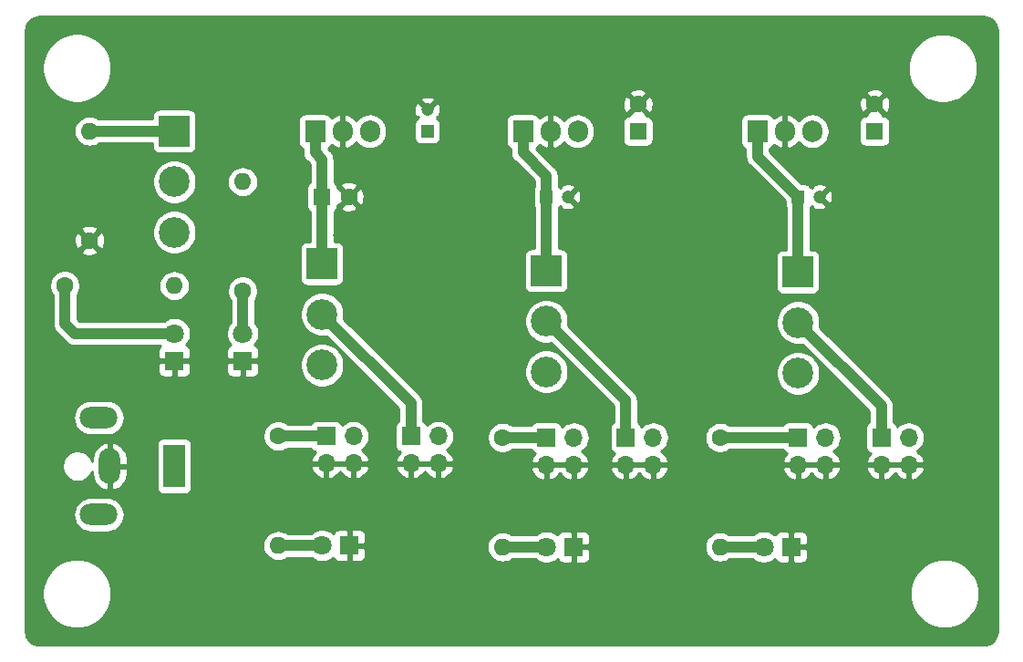
<source format=gbr>
G04 #@! TF.GenerationSoftware,KiCad,Pcbnew,(5.1.4)-1*
G04 #@! TF.CreationDate,2019-10-31T23:02:01-04:00*
G04 #@! TF.ProjectId,BBPSU,42425053-552e-46b6-9963-61645f706362,rev?*
G04 #@! TF.SameCoordinates,Original*
G04 #@! TF.FileFunction,Copper,L1,Top*
G04 #@! TF.FilePolarity,Positive*
%FSLAX46Y46*%
G04 Gerber Fmt 4.6, Leading zero omitted, Abs format (unit mm)*
G04 Created by KiCad (PCBNEW (5.1.4)-1) date 2019-10-31 23:02:01*
%MOMM*%
%LPD*%
G04 APERTURE LIST*
G04 #@! TA.AperFunction,ComponentPad*
%ADD10O,1.700000X1.700000*%
G04 #@! TD*
G04 #@! TA.AperFunction,ComponentPad*
%ADD11R,1.700000X1.700000*%
G04 #@! TD*
G04 #@! TA.AperFunction,ComponentPad*
%ADD12O,1.600000X1.600000*%
G04 #@! TD*
G04 #@! TA.AperFunction,ComponentPad*
%ADD13C,1.600000*%
G04 #@! TD*
G04 #@! TA.AperFunction,ComponentPad*
%ADD14C,1.800000*%
G04 #@! TD*
G04 #@! TA.AperFunction,ComponentPad*
%ADD15R,1.800000X1.800000*%
G04 #@! TD*
G04 #@! TA.AperFunction,ComponentPad*
%ADD16R,1.600000X1.600000*%
G04 #@! TD*
G04 #@! TA.AperFunction,ComponentPad*
%ADD17C,1.200000*%
G04 #@! TD*
G04 #@! TA.AperFunction,ComponentPad*
%ADD18R,1.200000X1.200000*%
G04 #@! TD*
G04 #@! TA.AperFunction,ComponentPad*
%ADD19C,2.850000*%
G04 #@! TD*
G04 #@! TA.AperFunction,ComponentPad*
%ADD20R,2.850000X2.850000*%
G04 #@! TD*
G04 #@! TA.AperFunction,ComponentPad*
%ADD21R,2.000000X4.000000*%
G04 #@! TD*
G04 #@! TA.AperFunction,ComponentPad*
%ADD22O,2.000000X3.300000*%
G04 #@! TD*
G04 #@! TA.AperFunction,ComponentPad*
%ADD23O,3.500000X2.000000*%
G04 #@! TD*
G04 #@! TA.AperFunction,ComponentPad*
%ADD24R,1.905000X2.000000*%
G04 #@! TD*
G04 #@! TA.AperFunction,ComponentPad*
%ADD25O,1.905000X2.000000*%
G04 #@! TD*
G04 #@! TA.AperFunction,ViaPad*
%ADD26C,1.000000*%
G04 #@! TD*
G04 #@! TA.AperFunction,Conductor*
%ADD27C,1.000000*%
G04 #@! TD*
G04 #@! TA.AperFunction,Conductor*
%ADD28C,0.254000*%
G04 #@! TD*
G04 APERTURE END LIST*
D10*
G04 #@! TO.P,J3,4*
G04 #@! TO.N,GND*
X148209000Y-85979000D03*
G04 #@! TO.P,J3,3*
G04 #@! TO.N,/POST_VR1_SW*
X148209000Y-83439000D03*
G04 #@! TO.P,J3,2*
G04 #@! TO.N,GND*
X145669000Y-85979000D03*
D11*
G04 #@! TO.P,J3,1*
G04 #@! TO.N,/POST_VR1_SW*
X145669000Y-83439000D03*
G04 #@! TD*
D10*
G04 #@! TO.P,J7,4*
G04 #@! TO.N,GND*
X191897000Y-86106000D03*
G04 #@! TO.P,J7,3*
G04 #@! TO.N,/POST_VR3_SW*
X191897000Y-83566000D03*
G04 #@! TO.P,J7,2*
G04 #@! TO.N,GND*
X189357000Y-86106000D03*
D11*
G04 #@! TO.P,J7,1*
G04 #@! TO.N,/POST_VR3_SW*
X189357000Y-83566000D03*
G04 #@! TD*
D10*
G04 #@! TO.P,J6,4*
G04 #@! TO.N,GND*
X184150000Y-86106000D03*
G04 #@! TO.P,J6,3*
G04 #@! TO.N,/POST_VR3_SW*
X184150000Y-83566000D03*
G04 #@! TO.P,J6,2*
G04 #@! TO.N,GND*
X181610000Y-86106000D03*
D11*
G04 #@! TO.P,J6,1*
G04 #@! TO.N,/POST_VR3_SW*
X181610000Y-83566000D03*
G04 #@! TD*
D10*
G04 #@! TO.P,J5,4*
G04 #@! TO.N,GND*
X168148000Y-86106000D03*
G04 #@! TO.P,J5,3*
G04 #@! TO.N,/POST_VR2_SW*
X168148000Y-83566000D03*
G04 #@! TO.P,J5,2*
G04 #@! TO.N,GND*
X165608000Y-86106000D03*
D11*
G04 #@! TO.P,J5,1*
G04 #@! TO.N,/POST_VR2_SW*
X165608000Y-83566000D03*
G04 #@! TD*
D10*
G04 #@! TO.P,J4,4*
G04 #@! TO.N,GND*
X160782000Y-86106000D03*
G04 #@! TO.P,J4,3*
G04 #@! TO.N,/POST_VR2_SW*
X160782000Y-83566000D03*
G04 #@! TO.P,J4,2*
G04 #@! TO.N,GND*
X158242000Y-86106000D03*
D11*
G04 #@! TO.P,J4,1*
G04 #@! TO.N,/POST_VR2_SW*
X158242000Y-83566000D03*
G04 #@! TD*
D10*
G04 #@! TO.P,J2,4*
G04 #@! TO.N,GND*
X140335000Y-85979000D03*
G04 #@! TO.P,J2,3*
G04 #@! TO.N,/POST_VR1_SW*
X140335000Y-83439000D03*
G04 #@! TO.P,J2,2*
G04 #@! TO.N,GND*
X137795000Y-85979000D03*
D11*
G04 #@! TO.P,J2,1*
G04 #@! TO.N,/POST_VR1_SW*
X137795000Y-83439000D03*
G04 #@! TD*
D12*
G04 #@! TO.P,R6,2*
G04 #@! TO.N,Net-(D5-Pad2)*
X133350000Y-93599000D03*
D13*
G04 #@! TO.P,R6,1*
G04 #@! TO.N,/POST_VR1_SW*
X133350000Y-83439000D03*
G04 #@! TD*
D12*
G04 #@! TO.P,R5,2*
G04 #@! TO.N,Net-(D4-Pad2)*
X174371000Y-93726000D03*
D13*
G04 #@! TO.P,R5,1*
G04 #@! TO.N,/POST_VR3_SW*
X174371000Y-83566000D03*
G04 #@! TD*
D12*
G04 #@! TO.P,R4,2*
G04 #@! TO.N,Net-(D3-Pad2)*
X154178000Y-93726000D03*
D13*
G04 #@! TO.P,R4,1*
G04 #@! TO.N,/POST_VR2_SW*
X154178000Y-83566000D03*
G04 #@! TD*
D12*
G04 #@! TO.P,R3,2*
G04 #@! TO.N,/PWR_AFT_SW*
X130048000Y-59817000D03*
D13*
G04 #@! TO.P,R3,1*
G04 #@! TO.N,Net-(D2-Pad2)*
X130048000Y-69977000D03*
G04 #@! TD*
D12*
G04 #@! TO.P,R2,2*
G04 #@! TO.N,Net-(R2-Pad2)*
X115824000Y-55118000D03*
D13*
G04 #@! TO.P,R2,1*
G04 #@! TO.N,GND*
X115824000Y-65278000D03*
G04 #@! TD*
D12*
G04 #@! TO.P,R1,2*
G04 #@! TO.N,/PWR_IN*
X123698000Y-69469000D03*
D13*
G04 #@! TO.P,R1,1*
G04 #@! TO.N,Net-(D1-Pad2)*
X113538000Y-69469000D03*
G04 #@! TD*
D14*
G04 #@! TO.P,D5,2*
G04 #@! TO.N,Net-(D5-Pad2)*
X137414000Y-93599000D03*
D15*
G04 #@! TO.P,D5,1*
G04 #@! TO.N,GND*
X139954000Y-93599000D03*
G04 #@! TD*
D14*
G04 #@! TO.P,D4,2*
G04 #@! TO.N,Net-(D4-Pad2)*
X178435000Y-93726000D03*
D15*
G04 #@! TO.P,D4,1*
G04 #@! TO.N,GND*
X180975000Y-93726000D03*
G04 #@! TD*
D14*
G04 #@! TO.P,D3,2*
G04 #@! TO.N,Net-(D3-Pad2)*
X158242000Y-93726000D03*
D15*
G04 #@! TO.P,D3,1*
G04 #@! TO.N,GND*
X160782000Y-93726000D03*
G04 #@! TD*
G04 #@! TO.P,D2,1*
G04 #@! TO.N,GND*
X130048000Y-76454000D03*
D14*
G04 #@! TO.P,D2,2*
G04 #@! TO.N,Net-(D2-Pad2)*
X130048000Y-73914000D03*
G04 #@! TD*
G04 #@! TO.P,D1,2*
G04 #@! TO.N,Net-(D1-Pad2)*
X123698000Y-73914000D03*
D15*
G04 #@! TO.P,D1,1*
G04 #@! TO.N,GND*
X123698000Y-76454000D03*
G04 #@! TD*
D13*
G04 #@! TO.P,C6,2*
G04 #@! TO.N,GND*
X139914000Y-61214000D03*
D16*
G04 #@! TO.P,C6,1*
G04 #@! TO.N,+3V3*
X137414000Y-61214000D03*
G04 #@! TD*
D17*
G04 #@! TO.P,C5,2*
G04 #@! TO.N,GND*
X183610000Y-61214000D03*
D18*
G04 #@! TO.P,C5,1*
G04 #@! TO.N,+12V*
X181610000Y-61214000D03*
G04 #@! TD*
G04 #@! TO.P,C4,1*
G04 #@! TO.N,+5V*
X158242000Y-61214000D03*
D17*
G04 #@! TO.P,C4,2*
G04 #@! TO.N,GND*
X160242000Y-61214000D03*
G04 #@! TD*
D13*
G04 #@! TO.P,C3,2*
G04 #@! TO.N,GND*
X188722000Y-52618000D03*
D16*
G04 #@! TO.P,C3,1*
G04 #@! TO.N,/PWR_AFT_SW*
X188722000Y-55118000D03*
G04 #@! TD*
D17*
G04 #@! TO.P,C2,2*
G04 #@! TO.N,GND*
X147193000Y-53118000D03*
D18*
G04 #@! TO.P,C2,1*
G04 #@! TO.N,/PWR_AFT_SW*
X147193000Y-55118000D03*
G04 #@! TD*
D13*
G04 #@! TO.P,C1,2*
G04 #@! TO.N,GND*
X166751000Y-52618000D03*
D16*
G04 #@! TO.P,C1,1*
G04 #@! TO.N,/PWR_AFT_SW*
X166751000Y-55118000D03*
G04 #@! TD*
D19*
G04 #@! TO.P,S4,3*
G04 #@! TO.N,Net-(S4-Pad3)*
X137414000Y-76835000D03*
G04 #@! TO.P,S4,2*
G04 #@! TO.N,/POST_VR1_SW*
X137414000Y-72135000D03*
D20*
G04 #@! TO.P,S4,1*
G04 #@! TO.N,+3V3*
X137414000Y-67435000D03*
G04 #@! TD*
D19*
G04 #@! TO.P,S3,3*
G04 #@! TO.N,Net-(S3-Pad3)*
X181610000Y-77599000D03*
G04 #@! TO.P,S3,2*
G04 #@! TO.N,/POST_VR3_SW*
X181610000Y-72899000D03*
D20*
G04 #@! TO.P,S3,1*
G04 #@! TO.N,+12V*
X181610000Y-68199000D03*
G04 #@! TD*
D19*
G04 #@! TO.P,S2,3*
G04 #@! TO.N,Net-(S2-Pad3)*
X158242000Y-77472000D03*
G04 #@! TO.P,S2,2*
G04 #@! TO.N,/POST_VR2_SW*
X158242000Y-72772000D03*
D20*
G04 #@! TO.P,S2,1*
G04 #@! TO.N,+5V*
X158242000Y-68072000D03*
G04 #@! TD*
D21*
G04 #@! TO.P,J1,1*
G04 #@! TO.N,/PWR_IN*
X123698000Y-86233000D03*
D22*
G04 #@! TO.P,J1,2*
G04 #@! TO.N,GND*
X117698000Y-86233000D03*
D23*
G04 #@! TO.P,J1,MP*
G04 #@! TO.N,N/C*
X116698000Y-81733000D03*
X116698000Y-90733000D03*
G04 #@! TD*
D20*
G04 #@! TO.P,S1,1*
G04 #@! TO.N,Net-(R2-Pad2)*
X123698000Y-55118000D03*
D19*
G04 #@! TO.P,S1,2*
G04 #@! TO.N,/PWR_AFT_SW*
X123698000Y-59818000D03*
G04 #@! TO.P,S1,3*
G04 #@! TO.N,/PWR_IN*
X123698000Y-64518000D03*
G04 #@! TD*
D24*
G04 #@! TO.P,VR1,1*
G04 #@! TO.N,+3V3*
X136779000Y-55118000D03*
D25*
G04 #@! TO.P,VR1,2*
G04 #@! TO.N,GND*
X139319000Y-55118000D03*
G04 #@! TO.P,VR1,3*
G04 #@! TO.N,/PWR_AFT_SW*
X141859000Y-55118000D03*
G04 #@! TD*
G04 #@! TO.P,VR2,3*
G04 #@! TO.N,/PWR_AFT_SW*
X161163000Y-55118000D03*
G04 #@! TO.P,VR2,2*
G04 #@! TO.N,GND*
X158623000Y-55118000D03*
D24*
G04 #@! TO.P,VR2,1*
G04 #@! TO.N,+5V*
X156083000Y-55118000D03*
G04 #@! TD*
G04 #@! TO.P,VR3,1*
G04 #@! TO.N,+12V*
X177863500Y-55118000D03*
D25*
G04 #@! TO.P,VR3,2*
G04 #@! TO.N,GND*
X180403500Y-55118000D03*
G04 #@! TO.P,VR3,3*
G04 #@! TO.N,/PWR_AFT_SW*
X182943500Y-55118000D03*
G04 #@! TD*
D26*
G04 #@! TO.N,GND*
X119380000Y-101600000D03*
X127000000Y-101600000D03*
X134620000Y-101600000D03*
X142240000Y-101600000D03*
X149860000Y-101600000D03*
X157480000Y-101600000D03*
X165100000Y-101600000D03*
X172720000Y-101600000D03*
X180340000Y-101600000D03*
X187960000Y-101600000D03*
X119380000Y-45720000D03*
X127000000Y-45720000D03*
X134620000Y-45720000D03*
X142240000Y-45720000D03*
X149860000Y-45720000D03*
X157480000Y-45720000D03*
X165100000Y-45720000D03*
X172720000Y-45720000D03*
X180340000Y-45720000D03*
X187960000Y-45720000D03*
X134620000Y-61214000D03*
X142748000Y-61214000D03*
X138938000Y-57658000D03*
X138938000Y-64770000D03*
X111760000Y-76200000D03*
X111760000Y-66040000D03*
X111760000Y-54610000D03*
X198120000Y-54610000D03*
X198120000Y-66040000D03*
X198120000Y-76200000D03*
X198120000Y-83820000D03*
X198120000Y-91440000D03*
X155956000Y-61214000D03*
X159258000Y-57912000D03*
X160274000Y-64262000D03*
X162560000Y-61214000D03*
X179070000Y-61976000D03*
X182626000Y-57912000D03*
X185928000Y-60198000D03*
X184912000Y-64008000D03*
X142494000Y-74422000D03*
X146558000Y-78740000D03*
X142240000Y-80010000D03*
X163068000Y-80264000D03*
X163322000Y-75184000D03*
X167132000Y-78994000D03*
X184150000Y-91567000D03*
X184150000Y-95885000D03*
X163195000Y-96012000D03*
X163195000Y-91567000D03*
X143002000Y-91440000D03*
X143002000Y-95758000D03*
X186690000Y-75438000D03*
X190500000Y-79248000D03*
X186436000Y-80518000D03*
X181610000Y-89154000D03*
X184150000Y-89154000D03*
X189357000Y-89154000D03*
X191897000Y-89154000D03*
X137795000Y-88900000D03*
X140335000Y-88900000D03*
X145669000Y-88900000D03*
X148209000Y-88900000D03*
X151257000Y-85979000D03*
X158369000Y-88900000D03*
X160782000Y-88900000D03*
X165608000Y-88900000D03*
X168148000Y-88900000D03*
X127508000Y-84074000D03*
X129159000Y-81153000D03*
X127000000Y-70231000D03*
X118618000Y-65278000D03*
X128397000Y-54356000D03*
X130556000Y-51181000D03*
X133731000Y-48514000D03*
X140716000Y-48514000D03*
X143383000Y-50927000D03*
X145669000Y-57531000D03*
X145288000Y-50927000D03*
X149352000Y-50927000D03*
X148336000Y-57531000D03*
X153162000Y-49149000D03*
X159258000Y-48895000D03*
X162179000Y-50546000D03*
X164846000Y-50292000D03*
X168910000Y-50292000D03*
X164846000Y-57658000D03*
X168910000Y-57658000D03*
X172847000Y-49022000D03*
X180975000Y-49022000D03*
X183896000Y-50800000D03*
X173355000Y-52959000D03*
G04 #@! TD*
D27*
G04 #@! TO.N,/PWR_AFT_SW*
X182943500Y-55165500D02*
X182943500Y-55118000D01*
X161163000Y-55165500D02*
X161163000Y-55118000D01*
G04 #@! TO.N,+5V*
X158242000Y-61214000D02*
X158242000Y-68072000D01*
X158242000Y-59277000D02*
X158242000Y-61214000D01*
X156083000Y-55118000D02*
X156083000Y-57118000D01*
X156083000Y-57118000D02*
X158242000Y-59277000D01*
G04 #@! TO.N,+12V*
X181610000Y-61214000D02*
X181610000Y-68199000D01*
X177863500Y-55118000D02*
X177863500Y-57467500D01*
X177863500Y-57467500D02*
X181610000Y-61214000D01*
G04 #@! TO.N,+3V3*
X137414000Y-61214000D02*
X137414000Y-68072000D01*
X136779000Y-57118000D02*
X137414000Y-57753000D01*
X136779000Y-55118000D02*
X136779000Y-57118000D01*
X137414000Y-57753000D02*
X137414000Y-61214000D01*
G04 #@! TO.N,Net-(D1-Pad2)*
X113538000Y-69469000D02*
X113538000Y-73025000D01*
X114427000Y-73914000D02*
X123698000Y-73914000D01*
X113538000Y-73025000D02*
X114427000Y-73914000D01*
G04 #@! TO.N,Net-(D2-Pad2)*
X130048000Y-69977000D02*
X130048000Y-73914000D01*
G04 #@! TO.N,Net-(R2-Pad2)*
X123698000Y-55118000D02*
X115824000Y-55118000D01*
G04 #@! TO.N,Net-(D3-Pad2)*
X154178000Y-93726000D02*
X158242000Y-93726000D01*
G04 #@! TO.N,Net-(D4-Pad2)*
X174371000Y-93726000D02*
X178435000Y-93726000D01*
G04 #@! TO.N,Net-(D5-Pad2)*
X133350000Y-93599000D02*
X137414000Y-93599000D01*
G04 #@! TO.N,/POST_VR1_SW*
X145669000Y-80390000D02*
X145669000Y-83439000D01*
X137414000Y-72135000D02*
X145669000Y-80390000D01*
X137795000Y-83439000D02*
X133350000Y-83439000D01*
G04 #@! TO.N,/POST_VR2_SW*
X165608000Y-80138000D02*
X165608000Y-83566000D01*
X158242000Y-72772000D02*
X165608000Y-80138000D01*
X158242000Y-83566000D02*
X154178000Y-83566000D01*
G04 #@! TO.N,/POST_VR3_SW*
X181610000Y-83566000D02*
X174371000Y-83566000D01*
X189357000Y-80646000D02*
X189357000Y-83566000D01*
X181610000Y-72899000D02*
X189357000Y-80646000D01*
G04 #@! TD*
D28*
G04 #@! TO.N,GND*
G36*
X199118327Y-44526457D02*
G01*
X199345653Y-44595091D01*
X199555316Y-44706569D01*
X199739340Y-44856655D01*
X199890701Y-45039620D01*
X200003646Y-45248507D01*
X200073865Y-45475349D01*
X200102000Y-45743035D01*
X200102001Y-101566487D01*
X200075543Y-101836327D01*
X200006908Y-102063656D01*
X199895428Y-102273320D01*
X199745343Y-102457341D01*
X199562380Y-102608701D01*
X199353493Y-102721646D01*
X199126653Y-102791865D01*
X198858966Y-102820000D01*
X111158503Y-102820000D01*
X110888673Y-102793543D01*
X110661344Y-102724908D01*
X110451680Y-102613428D01*
X110267659Y-102463343D01*
X110116299Y-102280380D01*
X110003354Y-102071493D01*
X109933135Y-101844653D01*
X109905000Y-101576966D01*
X109905000Y-97746635D01*
X111433533Y-97746635D01*
X111433533Y-98382299D01*
X111557545Y-99005748D01*
X111800803Y-99593025D01*
X112153958Y-100121560D01*
X112603440Y-100571042D01*
X113131975Y-100924197D01*
X113719252Y-101167455D01*
X114342701Y-101291467D01*
X114978365Y-101291467D01*
X115601814Y-101167455D01*
X116189091Y-100924197D01*
X116717626Y-100571042D01*
X117167108Y-100121560D01*
X117520263Y-99593025D01*
X117763521Y-99005748D01*
X117887533Y-98382299D01*
X117887533Y-97746635D01*
X191992467Y-97746635D01*
X191992467Y-98382299D01*
X192116479Y-99005748D01*
X192359737Y-99593025D01*
X192712892Y-100121560D01*
X193162374Y-100571042D01*
X193690909Y-100924197D01*
X194278186Y-101167455D01*
X194901635Y-101291467D01*
X195537299Y-101291467D01*
X196160748Y-101167455D01*
X196748025Y-100924197D01*
X197276560Y-100571042D01*
X197726042Y-100121560D01*
X198079197Y-99593025D01*
X198322455Y-99005748D01*
X198446467Y-98382299D01*
X198446467Y-97746635D01*
X198322455Y-97123186D01*
X198079197Y-96535909D01*
X197726042Y-96007374D01*
X197276560Y-95557892D01*
X196748025Y-95204737D01*
X196160748Y-94961479D01*
X195537299Y-94837467D01*
X194901635Y-94837467D01*
X194278186Y-94961479D01*
X193690909Y-95204737D01*
X193162374Y-95557892D01*
X192712892Y-96007374D01*
X192359737Y-96535909D01*
X192116479Y-97123186D01*
X191992467Y-97746635D01*
X117887533Y-97746635D01*
X117763521Y-97123186D01*
X117520263Y-96535909D01*
X117167108Y-96007374D01*
X116717626Y-95557892D01*
X116189091Y-95204737D01*
X115601814Y-94961479D01*
X114978365Y-94837467D01*
X114342701Y-94837467D01*
X113719252Y-94961479D01*
X113131975Y-95204737D01*
X112603440Y-95557892D01*
X112153958Y-96007374D01*
X111800803Y-96535909D01*
X111557545Y-97123186D01*
X111433533Y-97746635D01*
X109905000Y-97746635D01*
X109905000Y-93599000D01*
X131908057Y-93599000D01*
X131935764Y-93880309D01*
X132017818Y-94150808D01*
X132151068Y-94400101D01*
X132330392Y-94618608D01*
X132548899Y-94797932D01*
X132798192Y-94931182D01*
X133068691Y-95013236D01*
X133279508Y-95034000D01*
X133420492Y-95034000D01*
X133631309Y-95013236D01*
X133901808Y-94931182D01*
X134151101Y-94797932D01*
X134229002Y-94734000D01*
X136378183Y-94734000D01*
X136435495Y-94791312D01*
X136686905Y-94959299D01*
X136966257Y-95075011D01*
X137262816Y-95134000D01*
X137565184Y-95134000D01*
X137861743Y-95075011D01*
X138141095Y-94959299D01*
X138392505Y-94791312D01*
X138458944Y-94724873D01*
X138464498Y-94743180D01*
X138523463Y-94853494D01*
X138602815Y-94950185D01*
X138699506Y-95029537D01*
X138809820Y-95088502D01*
X138929518Y-95124812D01*
X139054000Y-95137072D01*
X139668250Y-95134000D01*
X139827000Y-94975250D01*
X139827000Y-93726000D01*
X140081000Y-93726000D01*
X140081000Y-94975250D01*
X140239750Y-95134000D01*
X140854000Y-95137072D01*
X140978482Y-95124812D01*
X141098180Y-95088502D01*
X141208494Y-95029537D01*
X141305185Y-94950185D01*
X141384537Y-94853494D01*
X141443502Y-94743180D01*
X141479812Y-94623482D01*
X141492072Y-94499000D01*
X141489000Y-93884750D01*
X141330250Y-93726000D01*
X152736057Y-93726000D01*
X152763764Y-94007309D01*
X152845818Y-94277808D01*
X152979068Y-94527101D01*
X153158392Y-94745608D01*
X153376899Y-94924932D01*
X153626192Y-95058182D01*
X153896691Y-95140236D01*
X154107508Y-95161000D01*
X154248492Y-95161000D01*
X154459309Y-95140236D01*
X154729808Y-95058182D01*
X154979101Y-94924932D01*
X155057002Y-94861000D01*
X157206183Y-94861000D01*
X157263495Y-94918312D01*
X157514905Y-95086299D01*
X157794257Y-95202011D01*
X158090816Y-95261000D01*
X158393184Y-95261000D01*
X158689743Y-95202011D01*
X158969095Y-95086299D01*
X159220505Y-94918312D01*
X159286944Y-94851873D01*
X159292498Y-94870180D01*
X159351463Y-94980494D01*
X159430815Y-95077185D01*
X159527506Y-95156537D01*
X159637820Y-95215502D01*
X159757518Y-95251812D01*
X159882000Y-95264072D01*
X160496250Y-95261000D01*
X160655000Y-95102250D01*
X160655000Y-93853000D01*
X160909000Y-93853000D01*
X160909000Y-95102250D01*
X161067750Y-95261000D01*
X161682000Y-95264072D01*
X161806482Y-95251812D01*
X161926180Y-95215502D01*
X162036494Y-95156537D01*
X162133185Y-95077185D01*
X162212537Y-94980494D01*
X162271502Y-94870180D01*
X162307812Y-94750482D01*
X162320072Y-94626000D01*
X162317000Y-94011750D01*
X162158250Y-93853000D01*
X160909000Y-93853000D01*
X160655000Y-93853000D01*
X160635000Y-93853000D01*
X160635000Y-93726000D01*
X172929057Y-93726000D01*
X172956764Y-94007309D01*
X173038818Y-94277808D01*
X173172068Y-94527101D01*
X173351392Y-94745608D01*
X173569899Y-94924932D01*
X173819192Y-95058182D01*
X174089691Y-95140236D01*
X174300508Y-95161000D01*
X174441492Y-95161000D01*
X174652309Y-95140236D01*
X174922808Y-95058182D01*
X175172101Y-94924932D01*
X175250002Y-94861000D01*
X177399183Y-94861000D01*
X177456495Y-94918312D01*
X177707905Y-95086299D01*
X177987257Y-95202011D01*
X178283816Y-95261000D01*
X178586184Y-95261000D01*
X178882743Y-95202011D01*
X179162095Y-95086299D01*
X179413505Y-94918312D01*
X179479944Y-94851873D01*
X179485498Y-94870180D01*
X179544463Y-94980494D01*
X179623815Y-95077185D01*
X179720506Y-95156537D01*
X179830820Y-95215502D01*
X179950518Y-95251812D01*
X180075000Y-95264072D01*
X180689250Y-95261000D01*
X180848000Y-95102250D01*
X180848000Y-93853000D01*
X181102000Y-93853000D01*
X181102000Y-95102250D01*
X181260750Y-95261000D01*
X181875000Y-95264072D01*
X181999482Y-95251812D01*
X182119180Y-95215502D01*
X182229494Y-95156537D01*
X182326185Y-95077185D01*
X182405537Y-94980494D01*
X182464502Y-94870180D01*
X182500812Y-94750482D01*
X182513072Y-94626000D01*
X182510000Y-94011750D01*
X182351250Y-93853000D01*
X181102000Y-93853000D01*
X180848000Y-93853000D01*
X180828000Y-93853000D01*
X180828000Y-93599000D01*
X180848000Y-93599000D01*
X180848000Y-92349750D01*
X181102000Y-92349750D01*
X181102000Y-93599000D01*
X182351250Y-93599000D01*
X182510000Y-93440250D01*
X182513072Y-92826000D01*
X182500812Y-92701518D01*
X182464502Y-92581820D01*
X182405537Y-92471506D01*
X182326185Y-92374815D01*
X182229494Y-92295463D01*
X182119180Y-92236498D01*
X181999482Y-92200188D01*
X181875000Y-92187928D01*
X181260750Y-92191000D01*
X181102000Y-92349750D01*
X180848000Y-92349750D01*
X180689250Y-92191000D01*
X180075000Y-92187928D01*
X179950518Y-92200188D01*
X179830820Y-92236498D01*
X179720506Y-92295463D01*
X179623815Y-92374815D01*
X179544463Y-92471506D01*
X179485498Y-92581820D01*
X179479944Y-92600127D01*
X179413505Y-92533688D01*
X179162095Y-92365701D01*
X178882743Y-92249989D01*
X178586184Y-92191000D01*
X178283816Y-92191000D01*
X177987257Y-92249989D01*
X177707905Y-92365701D01*
X177456495Y-92533688D01*
X177399183Y-92591000D01*
X175250002Y-92591000D01*
X175172101Y-92527068D01*
X174922808Y-92393818D01*
X174652309Y-92311764D01*
X174441492Y-92291000D01*
X174300508Y-92291000D01*
X174089691Y-92311764D01*
X173819192Y-92393818D01*
X173569899Y-92527068D01*
X173351392Y-92706392D01*
X173172068Y-92924899D01*
X173038818Y-93174192D01*
X172956764Y-93444691D01*
X172929057Y-93726000D01*
X160635000Y-93726000D01*
X160635000Y-93599000D01*
X160655000Y-93599000D01*
X160655000Y-92349750D01*
X160909000Y-92349750D01*
X160909000Y-93599000D01*
X162158250Y-93599000D01*
X162317000Y-93440250D01*
X162320072Y-92826000D01*
X162307812Y-92701518D01*
X162271502Y-92581820D01*
X162212537Y-92471506D01*
X162133185Y-92374815D01*
X162036494Y-92295463D01*
X161926180Y-92236498D01*
X161806482Y-92200188D01*
X161682000Y-92187928D01*
X161067750Y-92191000D01*
X160909000Y-92349750D01*
X160655000Y-92349750D01*
X160496250Y-92191000D01*
X159882000Y-92187928D01*
X159757518Y-92200188D01*
X159637820Y-92236498D01*
X159527506Y-92295463D01*
X159430815Y-92374815D01*
X159351463Y-92471506D01*
X159292498Y-92581820D01*
X159286944Y-92600127D01*
X159220505Y-92533688D01*
X158969095Y-92365701D01*
X158689743Y-92249989D01*
X158393184Y-92191000D01*
X158090816Y-92191000D01*
X157794257Y-92249989D01*
X157514905Y-92365701D01*
X157263495Y-92533688D01*
X157206183Y-92591000D01*
X155057002Y-92591000D01*
X154979101Y-92527068D01*
X154729808Y-92393818D01*
X154459309Y-92311764D01*
X154248492Y-92291000D01*
X154107508Y-92291000D01*
X153896691Y-92311764D01*
X153626192Y-92393818D01*
X153376899Y-92527068D01*
X153158392Y-92706392D01*
X152979068Y-92924899D01*
X152845818Y-93174192D01*
X152763764Y-93444691D01*
X152736057Y-93726000D01*
X141330250Y-93726000D01*
X140081000Y-93726000D01*
X139827000Y-93726000D01*
X139807000Y-93726000D01*
X139807000Y-93472000D01*
X139827000Y-93472000D01*
X139827000Y-92222750D01*
X140081000Y-92222750D01*
X140081000Y-93472000D01*
X141330250Y-93472000D01*
X141489000Y-93313250D01*
X141492072Y-92699000D01*
X141479812Y-92574518D01*
X141443502Y-92454820D01*
X141384537Y-92344506D01*
X141305185Y-92247815D01*
X141208494Y-92168463D01*
X141098180Y-92109498D01*
X140978482Y-92073188D01*
X140854000Y-92060928D01*
X140239750Y-92064000D01*
X140081000Y-92222750D01*
X139827000Y-92222750D01*
X139668250Y-92064000D01*
X139054000Y-92060928D01*
X138929518Y-92073188D01*
X138809820Y-92109498D01*
X138699506Y-92168463D01*
X138602815Y-92247815D01*
X138523463Y-92344506D01*
X138464498Y-92454820D01*
X138458944Y-92473127D01*
X138392505Y-92406688D01*
X138141095Y-92238701D01*
X137861743Y-92122989D01*
X137565184Y-92064000D01*
X137262816Y-92064000D01*
X136966257Y-92122989D01*
X136686905Y-92238701D01*
X136435495Y-92406688D01*
X136378183Y-92464000D01*
X134229002Y-92464000D01*
X134151101Y-92400068D01*
X133901808Y-92266818D01*
X133631309Y-92184764D01*
X133420492Y-92164000D01*
X133279508Y-92164000D01*
X133068691Y-92184764D01*
X132798192Y-92266818D01*
X132548899Y-92400068D01*
X132330392Y-92579392D01*
X132151068Y-92797899D01*
X132017818Y-93047192D01*
X131935764Y-93317691D01*
X131908057Y-93599000D01*
X109905000Y-93599000D01*
X109905000Y-90733000D01*
X114305089Y-90733000D01*
X114336657Y-91053516D01*
X114430148Y-91361715D01*
X114581969Y-91645752D01*
X114786286Y-91894714D01*
X115035248Y-92099031D01*
X115319285Y-92250852D01*
X115627484Y-92344343D01*
X115867678Y-92368000D01*
X117528322Y-92368000D01*
X117768516Y-92344343D01*
X118076715Y-92250852D01*
X118360752Y-92099031D01*
X118609714Y-91894714D01*
X118814031Y-91645752D01*
X118965852Y-91361715D01*
X119059343Y-91053516D01*
X119090911Y-90733000D01*
X119059343Y-90412484D01*
X118965852Y-90104285D01*
X118814031Y-89820248D01*
X118609714Y-89571286D01*
X118360752Y-89366969D01*
X118076715Y-89215148D01*
X117768516Y-89121657D01*
X117528322Y-89098000D01*
X115867678Y-89098000D01*
X115627484Y-89121657D01*
X115319285Y-89215148D01*
X115035248Y-89366969D01*
X114786286Y-89571286D01*
X114581969Y-89820248D01*
X114430148Y-90104285D01*
X114336657Y-90412484D01*
X114305089Y-90733000D01*
X109905000Y-90733000D01*
X109905000Y-86091665D01*
X113263000Y-86091665D01*
X113263000Y-86374335D01*
X113318147Y-86651574D01*
X113426320Y-86912727D01*
X113583363Y-87147759D01*
X113783241Y-87347637D01*
X114018273Y-87504680D01*
X114279426Y-87612853D01*
X114556665Y-87668000D01*
X114839335Y-87668000D01*
X115116574Y-87612853D01*
X115377727Y-87504680D01*
X115612759Y-87347637D01*
X115812637Y-87147759D01*
X115969680Y-86912727D01*
X116063000Y-86687432D01*
X116063000Y-87010000D01*
X116119193Y-87326532D01*
X116236058Y-87626020D01*
X116409105Y-87896954D01*
X116631683Y-88128922D01*
X116895239Y-88313010D01*
X117189645Y-88442144D01*
X117317566Y-88473124D01*
X117571000Y-88353777D01*
X117571000Y-86360000D01*
X117825000Y-86360000D01*
X117825000Y-88353777D01*
X118078434Y-88473124D01*
X118206355Y-88442144D01*
X118500761Y-88313010D01*
X118764317Y-88128922D01*
X118986895Y-87896954D01*
X119159942Y-87626020D01*
X119276807Y-87326532D01*
X119333000Y-87010000D01*
X119333000Y-86360000D01*
X117825000Y-86360000D01*
X117571000Y-86360000D01*
X117551000Y-86360000D01*
X117551000Y-86106000D01*
X117571000Y-86106000D01*
X117571000Y-84112223D01*
X117825000Y-84112223D01*
X117825000Y-86106000D01*
X119333000Y-86106000D01*
X119333000Y-85456000D01*
X119276807Y-85139468D01*
X119159942Y-84839980D01*
X118986895Y-84569046D01*
X118764317Y-84337078D01*
X118615311Y-84233000D01*
X122059928Y-84233000D01*
X122059928Y-88233000D01*
X122072188Y-88357482D01*
X122108498Y-88477180D01*
X122167463Y-88587494D01*
X122246815Y-88684185D01*
X122343506Y-88763537D01*
X122453820Y-88822502D01*
X122573518Y-88858812D01*
X122698000Y-88871072D01*
X124698000Y-88871072D01*
X124822482Y-88858812D01*
X124942180Y-88822502D01*
X125052494Y-88763537D01*
X125149185Y-88684185D01*
X125228537Y-88587494D01*
X125287502Y-88477180D01*
X125323812Y-88357482D01*
X125336072Y-88233000D01*
X125336072Y-86335891D01*
X136353519Y-86335891D01*
X136450843Y-86610252D01*
X136599822Y-86860355D01*
X136794731Y-87076588D01*
X137028080Y-87250641D01*
X137290901Y-87375825D01*
X137438110Y-87420476D01*
X137668000Y-87299155D01*
X137668000Y-86106000D01*
X137922000Y-86106000D01*
X137922000Y-87299155D01*
X138151890Y-87420476D01*
X138299099Y-87375825D01*
X138561920Y-87250641D01*
X138795269Y-87076588D01*
X138990178Y-86860355D01*
X139065000Y-86734745D01*
X139139822Y-86860355D01*
X139334731Y-87076588D01*
X139568080Y-87250641D01*
X139830901Y-87375825D01*
X139978110Y-87420476D01*
X140208000Y-87299155D01*
X140208000Y-86106000D01*
X140462000Y-86106000D01*
X140462000Y-87299155D01*
X140691890Y-87420476D01*
X140839099Y-87375825D01*
X141101920Y-87250641D01*
X141335269Y-87076588D01*
X141530178Y-86860355D01*
X141679157Y-86610252D01*
X141776481Y-86335891D01*
X144227519Y-86335891D01*
X144324843Y-86610252D01*
X144473822Y-86860355D01*
X144668731Y-87076588D01*
X144902080Y-87250641D01*
X145164901Y-87375825D01*
X145312110Y-87420476D01*
X145542000Y-87299155D01*
X145542000Y-86106000D01*
X145796000Y-86106000D01*
X145796000Y-87299155D01*
X146025890Y-87420476D01*
X146173099Y-87375825D01*
X146435920Y-87250641D01*
X146669269Y-87076588D01*
X146864178Y-86860355D01*
X146939000Y-86734745D01*
X147013822Y-86860355D01*
X147208731Y-87076588D01*
X147442080Y-87250641D01*
X147704901Y-87375825D01*
X147852110Y-87420476D01*
X148082000Y-87299155D01*
X148082000Y-86106000D01*
X148336000Y-86106000D01*
X148336000Y-87299155D01*
X148565890Y-87420476D01*
X148713099Y-87375825D01*
X148975920Y-87250641D01*
X149209269Y-87076588D01*
X149404178Y-86860355D01*
X149553157Y-86610252D01*
X149605430Y-86462891D01*
X156800519Y-86462891D01*
X156897843Y-86737252D01*
X157046822Y-86987355D01*
X157241731Y-87203588D01*
X157475080Y-87377641D01*
X157737901Y-87502825D01*
X157885110Y-87547476D01*
X158115000Y-87426155D01*
X158115000Y-86233000D01*
X158369000Y-86233000D01*
X158369000Y-87426155D01*
X158598890Y-87547476D01*
X158746099Y-87502825D01*
X159008920Y-87377641D01*
X159242269Y-87203588D01*
X159437178Y-86987355D01*
X159512000Y-86861745D01*
X159586822Y-86987355D01*
X159781731Y-87203588D01*
X160015080Y-87377641D01*
X160277901Y-87502825D01*
X160425110Y-87547476D01*
X160655000Y-87426155D01*
X160655000Y-86233000D01*
X160909000Y-86233000D01*
X160909000Y-87426155D01*
X161138890Y-87547476D01*
X161286099Y-87502825D01*
X161548920Y-87377641D01*
X161782269Y-87203588D01*
X161977178Y-86987355D01*
X162126157Y-86737252D01*
X162223481Y-86462891D01*
X164166519Y-86462891D01*
X164263843Y-86737252D01*
X164412822Y-86987355D01*
X164607731Y-87203588D01*
X164841080Y-87377641D01*
X165103901Y-87502825D01*
X165251110Y-87547476D01*
X165481000Y-87426155D01*
X165481000Y-86233000D01*
X165735000Y-86233000D01*
X165735000Y-87426155D01*
X165964890Y-87547476D01*
X166112099Y-87502825D01*
X166374920Y-87377641D01*
X166608269Y-87203588D01*
X166803178Y-86987355D01*
X166878000Y-86861745D01*
X166952822Y-86987355D01*
X167147731Y-87203588D01*
X167381080Y-87377641D01*
X167643901Y-87502825D01*
X167791110Y-87547476D01*
X168021000Y-87426155D01*
X168021000Y-86233000D01*
X168275000Y-86233000D01*
X168275000Y-87426155D01*
X168504890Y-87547476D01*
X168652099Y-87502825D01*
X168914920Y-87377641D01*
X169148269Y-87203588D01*
X169343178Y-86987355D01*
X169492157Y-86737252D01*
X169589481Y-86462891D01*
X180168519Y-86462891D01*
X180265843Y-86737252D01*
X180414822Y-86987355D01*
X180609731Y-87203588D01*
X180843080Y-87377641D01*
X181105901Y-87502825D01*
X181253110Y-87547476D01*
X181483000Y-87426155D01*
X181483000Y-86233000D01*
X181737000Y-86233000D01*
X181737000Y-87426155D01*
X181966890Y-87547476D01*
X182114099Y-87502825D01*
X182376920Y-87377641D01*
X182610269Y-87203588D01*
X182805178Y-86987355D01*
X182880000Y-86861745D01*
X182954822Y-86987355D01*
X183149731Y-87203588D01*
X183383080Y-87377641D01*
X183645901Y-87502825D01*
X183793110Y-87547476D01*
X184023000Y-87426155D01*
X184023000Y-86233000D01*
X184277000Y-86233000D01*
X184277000Y-87426155D01*
X184506890Y-87547476D01*
X184654099Y-87502825D01*
X184916920Y-87377641D01*
X185150269Y-87203588D01*
X185345178Y-86987355D01*
X185494157Y-86737252D01*
X185591481Y-86462891D01*
X187915519Y-86462891D01*
X188012843Y-86737252D01*
X188161822Y-86987355D01*
X188356731Y-87203588D01*
X188590080Y-87377641D01*
X188852901Y-87502825D01*
X189000110Y-87547476D01*
X189230000Y-87426155D01*
X189230000Y-86233000D01*
X189484000Y-86233000D01*
X189484000Y-87426155D01*
X189713890Y-87547476D01*
X189861099Y-87502825D01*
X190123920Y-87377641D01*
X190357269Y-87203588D01*
X190552178Y-86987355D01*
X190627000Y-86861745D01*
X190701822Y-86987355D01*
X190896731Y-87203588D01*
X191130080Y-87377641D01*
X191392901Y-87502825D01*
X191540110Y-87547476D01*
X191770000Y-87426155D01*
X191770000Y-86233000D01*
X192024000Y-86233000D01*
X192024000Y-87426155D01*
X192253890Y-87547476D01*
X192401099Y-87502825D01*
X192663920Y-87377641D01*
X192897269Y-87203588D01*
X193092178Y-86987355D01*
X193241157Y-86737252D01*
X193338481Y-86462891D01*
X193217814Y-86233000D01*
X192024000Y-86233000D01*
X191770000Y-86233000D01*
X189484000Y-86233000D01*
X189230000Y-86233000D01*
X188036186Y-86233000D01*
X187915519Y-86462891D01*
X185591481Y-86462891D01*
X185470814Y-86233000D01*
X184277000Y-86233000D01*
X184023000Y-86233000D01*
X181737000Y-86233000D01*
X181483000Y-86233000D01*
X180289186Y-86233000D01*
X180168519Y-86462891D01*
X169589481Y-86462891D01*
X169468814Y-86233000D01*
X168275000Y-86233000D01*
X168021000Y-86233000D01*
X165735000Y-86233000D01*
X165481000Y-86233000D01*
X164287186Y-86233000D01*
X164166519Y-86462891D01*
X162223481Y-86462891D01*
X162102814Y-86233000D01*
X160909000Y-86233000D01*
X160655000Y-86233000D01*
X158369000Y-86233000D01*
X158115000Y-86233000D01*
X156921186Y-86233000D01*
X156800519Y-86462891D01*
X149605430Y-86462891D01*
X149650481Y-86335891D01*
X149529814Y-86106000D01*
X148336000Y-86106000D01*
X148082000Y-86106000D01*
X145796000Y-86106000D01*
X145542000Y-86106000D01*
X144348186Y-86106000D01*
X144227519Y-86335891D01*
X141776481Y-86335891D01*
X141655814Y-86106000D01*
X140462000Y-86106000D01*
X140208000Y-86106000D01*
X137922000Y-86106000D01*
X137668000Y-86106000D01*
X136474186Y-86106000D01*
X136353519Y-86335891D01*
X125336072Y-86335891D01*
X125336072Y-84233000D01*
X125323812Y-84108518D01*
X125287502Y-83988820D01*
X125228537Y-83878506D01*
X125149185Y-83781815D01*
X125052494Y-83702463D01*
X124942180Y-83643498D01*
X124822482Y-83607188D01*
X124698000Y-83594928D01*
X122698000Y-83594928D01*
X122573518Y-83607188D01*
X122453820Y-83643498D01*
X122343506Y-83702463D01*
X122246815Y-83781815D01*
X122167463Y-83878506D01*
X122108498Y-83988820D01*
X122072188Y-84108518D01*
X122059928Y-84233000D01*
X118615311Y-84233000D01*
X118500761Y-84152990D01*
X118206355Y-84023856D01*
X118078434Y-83992876D01*
X117825000Y-84112223D01*
X117571000Y-84112223D01*
X117317566Y-83992876D01*
X117189645Y-84023856D01*
X116895239Y-84152990D01*
X116631683Y-84337078D01*
X116409105Y-84569046D01*
X116236058Y-84839980D01*
X116119193Y-85139468D01*
X116063000Y-85456000D01*
X116063000Y-85778568D01*
X115969680Y-85553273D01*
X115812637Y-85318241D01*
X115612759Y-85118363D01*
X115377727Y-84961320D01*
X115116574Y-84853147D01*
X114839335Y-84798000D01*
X114556665Y-84798000D01*
X114279426Y-84853147D01*
X114018273Y-84961320D01*
X113783241Y-85118363D01*
X113583363Y-85318241D01*
X113426320Y-85553273D01*
X113318147Y-85814426D01*
X113263000Y-86091665D01*
X109905000Y-86091665D01*
X109905000Y-81733000D01*
X114305089Y-81733000D01*
X114336657Y-82053516D01*
X114430148Y-82361715D01*
X114581969Y-82645752D01*
X114786286Y-82894714D01*
X115035248Y-83099031D01*
X115319285Y-83250852D01*
X115627484Y-83344343D01*
X115867678Y-83368000D01*
X117528322Y-83368000D01*
X117768516Y-83344343D01*
X117922392Y-83297665D01*
X131915000Y-83297665D01*
X131915000Y-83580335D01*
X131970147Y-83857574D01*
X132078320Y-84118727D01*
X132235363Y-84353759D01*
X132435241Y-84553637D01*
X132670273Y-84710680D01*
X132931426Y-84818853D01*
X133208665Y-84874000D01*
X133491335Y-84874000D01*
X133768574Y-84818853D01*
X134029727Y-84710680D01*
X134234284Y-84574000D01*
X136377317Y-84574000D01*
X136414463Y-84643494D01*
X136493815Y-84740185D01*
X136590506Y-84819537D01*
X136700820Y-84878502D01*
X136776626Y-84901498D01*
X136599822Y-85097645D01*
X136450843Y-85347748D01*
X136353519Y-85622109D01*
X136474186Y-85852000D01*
X137668000Y-85852000D01*
X137668000Y-85832000D01*
X137922000Y-85832000D01*
X137922000Y-85852000D01*
X140208000Y-85852000D01*
X140208000Y-85832000D01*
X140462000Y-85832000D01*
X140462000Y-85852000D01*
X141655814Y-85852000D01*
X141776481Y-85622109D01*
X141679157Y-85347748D01*
X141530178Y-85097645D01*
X141335269Y-84881412D01*
X141106244Y-84710584D01*
X141164014Y-84679706D01*
X141390134Y-84494134D01*
X141575706Y-84268014D01*
X141713599Y-84010034D01*
X141798513Y-83730111D01*
X141827185Y-83439000D01*
X141798513Y-83147889D01*
X141713599Y-82867966D01*
X141575706Y-82609986D01*
X141390134Y-82383866D01*
X141164014Y-82198294D01*
X140906034Y-82060401D01*
X140626111Y-81975487D01*
X140407950Y-81954000D01*
X140262050Y-81954000D01*
X140043889Y-81975487D01*
X139763966Y-82060401D01*
X139505986Y-82198294D01*
X139279866Y-82383866D01*
X139255393Y-82413687D01*
X139234502Y-82344820D01*
X139175537Y-82234506D01*
X139096185Y-82137815D01*
X138999494Y-82058463D01*
X138889180Y-81999498D01*
X138769482Y-81963188D01*
X138645000Y-81950928D01*
X136945000Y-81950928D01*
X136820518Y-81963188D01*
X136700820Y-81999498D01*
X136590506Y-82058463D01*
X136493815Y-82137815D01*
X136414463Y-82234506D01*
X136377317Y-82304000D01*
X134234284Y-82304000D01*
X134029727Y-82167320D01*
X133768574Y-82059147D01*
X133491335Y-82004000D01*
X133208665Y-82004000D01*
X132931426Y-82059147D01*
X132670273Y-82167320D01*
X132435241Y-82324363D01*
X132235363Y-82524241D01*
X132078320Y-82759273D01*
X131970147Y-83020426D01*
X131915000Y-83297665D01*
X117922392Y-83297665D01*
X118076715Y-83250852D01*
X118360752Y-83099031D01*
X118609714Y-82894714D01*
X118814031Y-82645752D01*
X118965852Y-82361715D01*
X119059343Y-82053516D01*
X119090911Y-81733000D01*
X119059343Y-81412484D01*
X118965852Y-81104285D01*
X118814031Y-80820248D01*
X118609714Y-80571286D01*
X118360752Y-80366969D01*
X118076715Y-80215148D01*
X117768516Y-80121657D01*
X117528322Y-80098000D01*
X115867678Y-80098000D01*
X115627484Y-80121657D01*
X115319285Y-80215148D01*
X115035248Y-80366969D01*
X114786286Y-80571286D01*
X114581969Y-80820248D01*
X114430148Y-81104285D01*
X114336657Y-81412484D01*
X114305089Y-81733000D01*
X109905000Y-81733000D01*
X109905000Y-77354000D01*
X122159928Y-77354000D01*
X122172188Y-77478482D01*
X122208498Y-77598180D01*
X122267463Y-77708494D01*
X122346815Y-77805185D01*
X122443506Y-77884537D01*
X122553820Y-77943502D01*
X122673518Y-77979812D01*
X122798000Y-77992072D01*
X123412250Y-77989000D01*
X123571000Y-77830250D01*
X123571000Y-76581000D01*
X123825000Y-76581000D01*
X123825000Y-77830250D01*
X123983750Y-77989000D01*
X124598000Y-77992072D01*
X124722482Y-77979812D01*
X124842180Y-77943502D01*
X124952494Y-77884537D01*
X125049185Y-77805185D01*
X125128537Y-77708494D01*
X125187502Y-77598180D01*
X125223812Y-77478482D01*
X125236072Y-77354000D01*
X128509928Y-77354000D01*
X128522188Y-77478482D01*
X128558498Y-77598180D01*
X128617463Y-77708494D01*
X128696815Y-77805185D01*
X128793506Y-77884537D01*
X128903820Y-77943502D01*
X129023518Y-77979812D01*
X129148000Y-77992072D01*
X129762250Y-77989000D01*
X129921000Y-77830250D01*
X129921000Y-76581000D01*
X130175000Y-76581000D01*
X130175000Y-77830250D01*
X130333750Y-77989000D01*
X130948000Y-77992072D01*
X131072482Y-77979812D01*
X131192180Y-77943502D01*
X131302494Y-77884537D01*
X131399185Y-77805185D01*
X131478537Y-77708494D01*
X131537502Y-77598180D01*
X131573812Y-77478482D01*
X131586072Y-77354000D01*
X131583000Y-76739750D01*
X131475358Y-76632108D01*
X135354000Y-76632108D01*
X135354000Y-77037892D01*
X135433165Y-77435880D01*
X135588452Y-77810776D01*
X135813894Y-78148173D01*
X136100827Y-78435106D01*
X136438224Y-78660548D01*
X136813120Y-78815835D01*
X137211108Y-78895000D01*
X137616892Y-78895000D01*
X138014880Y-78815835D01*
X138389776Y-78660548D01*
X138727173Y-78435106D01*
X139014106Y-78148173D01*
X139239548Y-77810776D01*
X139394835Y-77435880D01*
X139474000Y-77037892D01*
X139474000Y-76632108D01*
X139394835Y-76234120D01*
X139239548Y-75859224D01*
X139014106Y-75521827D01*
X138727173Y-75234894D01*
X138389776Y-75009452D01*
X138014880Y-74854165D01*
X137616892Y-74775000D01*
X137211108Y-74775000D01*
X136813120Y-74854165D01*
X136438224Y-75009452D01*
X136100827Y-75234894D01*
X135813894Y-75521827D01*
X135588452Y-75859224D01*
X135433165Y-76234120D01*
X135354000Y-76632108D01*
X131475358Y-76632108D01*
X131424250Y-76581000D01*
X130175000Y-76581000D01*
X129921000Y-76581000D01*
X128671750Y-76581000D01*
X128513000Y-76739750D01*
X128509928Y-77354000D01*
X125236072Y-77354000D01*
X125233000Y-76739750D01*
X125074250Y-76581000D01*
X123825000Y-76581000D01*
X123571000Y-76581000D01*
X122321750Y-76581000D01*
X122163000Y-76739750D01*
X122159928Y-77354000D01*
X109905000Y-77354000D01*
X109905000Y-69327665D01*
X112103000Y-69327665D01*
X112103000Y-69610335D01*
X112158147Y-69887574D01*
X112266320Y-70148727D01*
X112403000Y-70353284D01*
X112403001Y-72969239D01*
X112397509Y-73025000D01*
X112419423Y-73247498D01*
X112484324Y-73461446D01*
X112523716Y-73535143D01*
X112589717Y-73658623D01*
X112731552Y-73831449D01*
X112774860Y-73866991D01*
X113585008Y-74677140D01*
X113620551Y-74720449D01*
X113756476Y-74832000D01*
X113793377Y-74862284D01*
X113990553Y-74967676D01*
X114204501Y-75032577D01*
X114427000Y-75054491D01*
X114482752Y-75049000D01*
X122412389Y-75049000D01*
X122346815Y-75102815D01*
X122267463Y-75199506D01*
X122208498Y-75309820D01*
X122172188Y-75429518D01*
X122159928Y-75554000D01*
X122163000Y-76168250D01*
X122321750Y-76327000D01*
X123571000Y-76327000D01*
X123571000Y-76307000D01*
X123825000Y-76307000D01*
X123825000Y-76327000D01*
X125074250Y-76327000D01*
X125233000Y-76168250D01*
X125236072Y-75554000D01*
X128509928Y-75554000D01*
X128513000Y-76168250D01*
X128671750Y-76327000D01*
X129921000Y-76327000D01*
X129921000Y-76307000D01*
X130175000Y-76307000D01*
X130175000Y-76327000D01*
X131424250Y-76327000D01*
X131583000Y-76168250D01*
X131586072Y-75554000D01*
X131573812Y-75429518D01*
X131537502Y-75309820D01*
X131478537Y-75199506D01*
X131399185Y-75102815D01*
X131302494Y-75023463D01*
X131192180Y-74964498D01*
X131173873Y-74958944D01*
X131240312Y-74892505D01*
X131408299Y-74641095D01*
X131524011Y-74361743D01*
X131583000Y-74065184D01*
X131583000Y-73762816D01*
X131524011Y-73466257D01*
X131408299Y-73186905D01*
X131240312Y-72935495D01*
X131183000Y-72878183D01*
X131183000Y-71932108D01*
X135354000Y-71932108D01*
X135354000Y-72337892D01*
X135433165Y-72735880D01*
X135588452Y-73110776D01*
X135813894Y-73448173D01*
X136100827Y-73735106D01*
X136438224Y-73960548D01*
X136813120Y-74115835D01*
X137211108Y-74195000D01*
X137616892Y-74195000D01*
X137827063Y-74153194D01*
X144534000Y-80860132D01*
X144534001Y-82021317D01*
X144464506Y-82058463D01*
X144367815Y-82137815D01*
X144288463Y-82234506D01*
X144229498Y-82344820D01*
X144193188Y-82464518D01*
X144180928Y-82589000D01*
X144180928Y-84289000D01*
X144193188Y-84413482D01*
X144229498Y-84533180D01*
X144288463Y-84643494D01*
X144367815Y-84740185D01*
X144464506Y-84819537D01*
X144574820Y-84878502D01*
X144650626Y-84901498D01*
X144473822Y-85097645D01*
X144324843Y-85347748D01*
X144227519Y-85622109D01*
X144348186Y-85852000D01*
X145542000Y-85852000D01*
X145542000Y-85832000D01*
X145796000Y-85832000D01*
X145796000Y-85852000D01*
X148082000Y-85852000D01*
X148082000Y-85832000D01*
X148336000Y-85832000D01*
X148336000Y-85852000D01*
X149529814Y-85852000D01*
X149650481Y-85622109D01*
X149553157Y-85347748D01*
X149404178Y-85097645D01*
X149209269Y-84881412D01*
X148980244Y-84710584D01*
X149038014Y-84679706D01*
X149264134Y-84494134D01*
X149449706Y-84268014D01*
X149587599Y-84010034D01*
X149672513Y-83730111D01*
X149701185Y-83439000D01*
X149699774Y-83424665D01*
X152743000Y-83424665D01*
X152743000Y-83707335D01*
X152798147Y-83984574D01*
X152906320Y-84245727D01*
X153063363Y-84480759D01*
X153263241Y-84680637D01*
X153498273Y-84837680D01*
X153759426Y-84945853D01*
X154036665Y-85001000D01*
X154319335Y-85001000D01*
X154596574Y-84945853D01*
X154857727Y-84837680D01*
X155062284Y-84701000D01*
X156824317Y-84701000D01*
X156861463Y-84770494D01*
X156940815Y-84867185D01*
X157037506Y-84946537D01*
X157147820Y-85005502D01*
X157223626Y-85028498D01*
X157046822Y-85224645D01*
X156897843Y-85474748D01*
X156800519Y-85749109D01*
X156921186Y-85979000D01*
X158115000Y-85979000D01*
X158115000Y-85959000D01*
X158369000Y-85959000D01*
X158369000Y-85979000D01*
X160655000Y-85979000D01*
X160655000Y-85959000D01*
X160909000Y-85959000D01*
X160909000Y-85979000D01*
X162102814Y-85979000D01*
X162223481Y-85749109D01*
X162126157Y-85474748D01*
X161977178Y-85224645D01*
X161782269Y-85008412D01*
X161553244Y-84837584D01*
X161611014Y-84806706D01*
X161837134Y-84621134D01*
X162022706Y-84395014D01*
X162160599Y-84137034D01*
X162245513Y-83857111D01*
X162274185Y-83566000D01*
X162245513Y-83274889D01*
X162160599Y-82994966D01*
X162022706Y-82736986D01*
X161837134Y-82510866D01*
X161611014Y-82325294D01*
X161353034Y-82187401D01*
X161073111Y-82102487D01*
X160854950Y-82081000D01*
X160709050Y-82081000D01*
X160490889Y-82102487D01*
X160210966Y-82187401D01*
X159952986Y-82325294D01*
X159726866Y-82510866D01*
X159702393Y-82540687D01*
X159681502Y-82471820D01*
X159622537Y-82361506D01*
X159543185Y-82264815D01*
X159446494Y-82185463D01*
X159336180Y-82126498D01*
X159216482Y-82090188D01*
X159092000Y-82077928D01*
X157392000Y-82077928D01*
X157267518Y-82090188D01*
X157147820Y-82126498D01*
X157037506Y-82185463D01*
X156940815Y-82264815D01*
X156861463Y-82361506D01*
X156824317Y-82431000D01*
X155062284Y-82431000D01*
X154857727Y-82294320D01*
X154596574Y-82186147D01*
X154319335Y-82131000D01*
X154036665Y-82131000D01*
X153759426Y-82186147D01*
X153498273Y-82294320D01*
X153263241Y-82451363D01*
X153063363Y-82651241D01*
X152906320Y-82886273D01*
X152798147Y-83147426D01*
X152743000Y-83424665D01*
X149699774Y-83424665D01*
X149672513Y-83147889D01*
X149587599Y-82867966D01*
X149449706Y-82609986D01*
X149264134Y-82383866D01*
X149038014Y-82198294D01*
X148780034Y-82060401D01*
X148500111Y-81975487D01*
X148281950Y-81954000D01*
X148136050Y-81954000D01*
X147917889Y-81975487D01*
X147637966Y-82060401D01*
X147379986Y-82198294D01*
X147153866Y-82383866D01*
X147129393Y-82413687D01*
X147108502Y-82344820D01*
X147049537Y-82234506D01*
X146970185Y-82137815D01*
X146873494Y-82058463D01*
X146804000Y-82021317D01*
X146804000Y-80445751D01*
X146809491Y-80390000D01*
X146787577Y-80167501D01*
X146722676Y-79953553D01*
X146661741Y-79839551D01*
X146617284Y-79756377D01*
X146475449Y-79583551D01*
X146432141Y-79548009D01*
X144153240Y-77269108D01*
X156182000Y-77269108D01*
X156182000Y-77674892D01*
X156261165Y-78072880D01*
X156416452Y-78447776D01*
X156641894Y-78785173D01*
X156928827Y-79072106D01*
X157266224Y-79297548D01*
X157641120Y-79452835D01*
X158039108Y-79532000D01*
X158444892Y-79532000D01*
X158842880Y-79452835D01*
X159217776Y-79297548D01*
X159555173Y-79072106D01*
X159842106Y-78785173D01*
X160067548Y-78447776D01*
X160222835Y-78072880D01*
X160302000Y-77674892D01*
X160302000Y-77269108D01*
X160222835Y-76871120D01*
X160067548Y-76496224D01*
X159842106Y-76158827D01*
X159555173Y-75871894D01*
X159217776Y-75646452D01*
X158842880Y-75491165D01*
X158444892Y-75412000D01*
X158039108Y-75412000D01*
X157641120Y-75491165D01*
X157266224Y-75646452D01*
X156928827Y-75871894D01*
X156641894Y-76158827D01*
X156416452Y-76496224D01*
X156261165Y-76871120D01*
X156182000Y-77269108D01*
X144153240Y-77269108D01*
X139453240Y-72569108D01*
X156182000Y-72569108D01*
X156182000Y-72974892D01*
X156261165Y-73372880D01*
X156416452Y-73747776D01*
X156641894Y-74085173D01*
X156928827Y-74372106D01*
X157266224Y-74597548D01*
X157641120Y-74752835D01*
X158039108Y-74832000D01*
X158444892Y-74832000D01*
X158655063Y-74790194D01*
X164473000Y-80608132D01*
X164473001Y-82148317D01*
X164403506Y-82185463D01*
X164306815Y-82264815D01*
X164227463Y-82361506D01*
X164168498Y-82471820D01*
X164132188Y-82591518D01*
X164119928Y-82716000D01*
X164119928Y-84416000D01*
X164132188Y-84540482D01*
X164168498Y-84660180D01*
X164227463Y-84770494D01*
X164306815Y-84867185D01*
X164403506Y-84946537D01*
X164513820Y-85005502D01*
X164589626Y-85028498D01*
X164412822Y-85224645D01*
X164263843Y-85474748D01*
X164166519Y-85749109D01*
X164287186Y-85979000D01*
X165481000Y-85979000D01*
X165481000Y-85959000D01*
X165735000Y-85959000D01*
X165735000Y-85979000D01*
X168021000Y-85979000D01*
X168021000Y-85959000D01*
X168275000Y-85959000D01*
X168275000Y-85979000D01*
X169468814Y-85979000D01*
X169589481Y-85749109D01*
X169492157Y-85474748D01*
X169343178Y-85224645D01*
X169148269Y-85008412D01*
X168919244Y-84837584D01*
X168977014Y-84806706D01*
X169203134Y-84621134D01*
X169388706Y-84395014D01*
X169526599Y-84137034D01*
X169611513Y-83857111D01*
X169640185Y-83566000D01*
X169626265Y-83424665D01*
X172936000Y-83424665D01*
X172936000Y-83707335D01*
X172991147Y-83984574D01*
X173099320Y-84245727D01*
X173256363Y-84480759D01*
X173456241Y-84680637D01*
X173691273Y-84837680D01*
X173952426Y-84945853D01*
X174229665Y-85001000D01*
X174512335Y-85001000D01*
X174789574Y-84945853D01*
X175050727Y-84837680D01*
X175255284Y-84701000D01*
X180192317Y-84701000D01*
X180229463Y-84770494D01*
X180308815Y-84867185D01*
X180405506Y-84946537D01*
X180515820Y-85005502D01*
X180591626Y-85028498D01*
X180414822Y-85224645D01*
X180265843Y-85474748D01*
X180168519Y-85749109D01*
X180289186Y-85979000D01*
X181483000Y-85979000D01*
X181483000Y-85959000D01*
X181737000Y-85959000D01*
X181737000Y-85979000D01*
X184023000Y-85979000D01*
X184023000Y-85959000D01*
X184277000Y-85959000D01*
X184277000Y-85979000D01*
X185470814Y-85979000D01*
X185591481Y-85749109D01*
X185494157Y-85474748D01*
X185345178Y-85224645D01*
X185150269Y-85008412D01*
X184921244Y-84837584D01*
X184979014Y-84806706D01*
X185205134Y-84621134D01*
X185390706Y-84395014D01*
X185528599Y-84137034D01*
X185613513Y-83857111D01*
X185642185Y-83566000D01*
X185613513Y-83274889D01*
X185528599Y-82994966D01*
X185390706Y-82736986D01*
X185205134Y-82510866D01*
X184979014Y-82325294D01*
X184721034Y-82187401D01*
X184441111Y-82102487D01*
X184222950Y-82081000D01*
X184077050Y-82081000D01*
X183858889Y-82102487D01*
X183578966Y-82187401D01*
X183320986Y-82325294D01*
X183094866Y-82510866D01*
X183070393Y-82540687D01*
X183049502Y-82471820D01*
X182990537Y-82361506D01*
X182911185Y-82264815D01*
X182814494Y-82185463D01*
X182704180Y-82126498D01*
X182584482Y-82090188D01*
X182460000Y-82077928D01*
X180760000Y-82077928D01*
X180635518Y-82090188D01*
X180515820Y-82126498D01*
X180405506Y-82185463D01*
X180308815Y-82264815D01*
X180229463Y-82361506D01*
X180192317Y-82431000D01*
X175255284Y-82431000D01*
X175050727Y-82294320D01*
X174789574Y-82186147D01*
X174512335Y-82131000D01*
X174229665Y-82131000D01*
X173952426Y-82186147D01*
X173691273Y-82294320D01*
X173456241Y-82451363D01*
X173256363Y-82651241D01*
X173099320Y-82886273D01*
X172991147Y-83147426D01*
X172936000Y-83424665D01*
X169626265Y-83424665D01*
X169611513Y-83274889D01*
X169526599Y-82994966D01*
X169388706Y-82736986D01*
X169203134Y-82510866D01*
X168977014Y-82325294D01*
X168719034Y-82187401D01*
X168439111Y-82102487D01*
X168220950Y-82081000D01*
X168075050Y-82081000D01*
X167856889Y-82102487D01*
X167576966Y-82187401D01*
X167318986Y-82325294D01*
X167092866Y-82510866D01*
X167068393Y-82540687D01*
X167047502Y-82471820D01*
X166988537Y-82361506D01*
X166909185Y-82264815D01*
X166812494Y-82185463D01*
X166743000Y-82148317D01*
X166743000Y-80193751D01*
X166748491Y-80137999D01*
X166726577Y-79915501D01*
X166661676Y-79701553D01*
X166603292Y-79592324D01*
X166556284Y-79504377D01*
X166414449Y-79331551D01*
X166371141Y-79296009D01*
X164471240Y-77396108D01*
X179550000Y-77396108D01*
X179550000Y-77801892D01*
X179629165Y-78199880D01*
X179784452Y-78574776D01*
X180009894Y-78912173D01*
X180296827Y-79199106D01*
X180634224Y-79424548D01*
X181009120Y-79579835D01*
X181407108Y-79659000D01*
X181812892Y-79659000D01*
X182210880Y-79579835D01*
X182585776Y-79424548D01*
X182923173Y-79199106D01*
X183210106Y-78912173D01*
X183435548Y-78574776D01*
X183590835Y-78199880D01*
X183670000Y-77801892D01*
X183670000Y-77396108D01*
X183590835Y-76998120D01*
X183435548Y-76623224D01*
X183210106Y-76285827D01*
X182923173Y-75998894D01*
X182585776Y-75773452D01*
X182210880Y-75618165D01*
X181812892Y-75539000D01*
X181407108Y-75539000D01*
X181009120Y-75618165D01*
X180634224Y-75773452D01*
X180296827Y-75998894D01*
X180009894Y-76285827D01*
X179784452Y-76623224D01*
X179629165Y-76998120D01*
X179550000Y-77396108D01*
X164471240Y-77396108D01*
X160260194Y-73185063D01*
X160302000Y-72974892D01*
X160302000Y-72696108D01*
X179550000Y-72696108D01*
X179550000Y-73101892D01*
X179629165Y-73499880D01*
X179784452Y-73874776D01*
X180009894Y-74212173D01*
X180296827Y-74499106D01*
X180634224Y-74724548D01*
X181009120Y-74879835D01*
X181407108Y-74959000D01*
X181812892Y-74959000D01*
X182023063Y-74917194D01*
X188222000Y-81116132D01*
X188222001Y-82148317D01*
X188152506Y-82185463D01*
X188055815Y-82264815D01*
X187976463Y-82361506D01*
X187917498Y-82471820D01*
X187881188Y-82591518D01*
X187868928Y-82716000D01*
X187868928Y-84416000D01*
X187881188Y-84540482D01*
X187917498Y-84660180D01*
X187976463Y-84770494D01*
X188055815Y-84867185D01*
X188152506Y-84946537D01*
X188262820Y-85005502D01*
X188338626Y-85028498D01*
X188161822Y-85224645D01*
X188012843Y-85474748D01*
X187915519Y-85749109D01*
X188036186Y-85979000D01*
X189230000Y-85979000D01*
X189230000Y-85959000D01*
X189484000Y-85959000D01*
X189484000Y-85979000D01*
X191770000Y-85979000D01*
X191770000Y-85959000D01*
X192024000Y-85959000D01*
X192024000Y-85979000D01*
X193217814Y-85979000D01*
X193338481Y-85749109D01*
X193241157Y-85474748D01*
X193092178Y-85224645D01*
X192897269Y-85008412D01*
X192668244Y-84837584D01*
X192726014Y-84806706D01*
X192952134Y-84621134D01*
X193137706Y-84395014D01*
X193275599Y-84137034D01*
X193360513Y-83857111D01*
X193389185Y-83566000D01*
X193360513Y-83274889D01*
X193275599Y-82994966D01*
X193137706Y-82736986D01*
X192952134Y-82510866D01*
X192726014Y-82325294D01*
X192468034Y-82187401D01*
X192188111Y-82102487D01*
X191969950Y-82081000D01*
X191824050Y-82081000D01*
X191605889Y-82102487D01*
X191325966Y-82187401D01*
X191067986Y-82325294D01*
X190841866Y-82510866D01*
X190817393Y-82540687D01*
X190796502Y-82471820D01*
X190737537Y-82361506D01*
X190658185Y-82264815D01*
X190561494Y-82185463D01*
X190492000Y-82148317D01*
X190492000Y-80701741D01*
X190497490Y-80645999D01*
X190492000Y-80590257D01*
X190492000Y-80590248D01*
X190475577Y-80423501D01*
X190410676Y-80209553D01*
X190305284Y-80012377D01*
X190163449Y-79839551D01*
X190120141Y-79804009D01*
X183628194Y-73312063D01*
X183670000Y-73101892D01*
X183670000Y-72696108D01*
X183590835Y-72298120D01*
X183435548Y-71923224D01*
X183210106Y-71585827D01*
X182923173Y-71298894D01*
X182585776Y-71073452D01*
X182210880Y-70918165D01*
X181812892Y-70839000D01*
X181407108Y-70839000D01*
X181009120Y-70918165D01*
X180634224Y-71073452D01*
X180296827Y-71298894D01*
X180009894Y-71585827D01*
X179784452Y-71923224D01*
X179629165Y-72298120D01*
X179550000Y-72696108D01*
X160302000Y-72696108D01*
X160302000Y-72569108D01*
X160222835Y-72171120D01*
X160067548Y-71796224D01*
X159842106Y-71458827D01*
X159555173Y-71171894D01*
X159217776Y-70946452D01*
X158842880Y-70791165D01*
X158444892Y-70712000D01*
X158039108Y-70712000D01*
X157641120Y-70791165D01*
X157266224Y-70946452D01*
X156928827Y-71171894D01*
X156641894Y-71458827D01*
X156416452Y-71796224D01*
X156261165Y-72171120D01*
X156182000Y-72569108D01*
X139453240Y-72569108D01*
X139432194Y-72548063D01*
X139474000Y-72337892D01*
X139474000Y-71932108D01*
X139394835Y-71534120D01*
X139239548Y-71159224D01*
X139014106Y-70821827D01*
X138727173Y-70534894D01*
X138389776Y-70309452D01*
X138014880Y-70154165D01*
X137616892Y-70075000D01*
X137211108Y-70075000D01*
X136813120Y-70154165D01*
X136438224Y-70309452D01*
X136100827Y-70534894D01*
X135813894Y-70821827D01*
X135588452Y-71159224D01*
X135433165Y-71534120D01*
X135354000Y-71932108D01*
X131183000Y-71932108D01*
X131183000Y-70861284D01*
X131319680Y-70656727D01*
X131427853Y-70395574D01*
X131483000Y-70118335D01*
X131483000Y-69835665D01*
X131427853Y-69558426D01*
X131319680Y-69297273D01*
X131162637Y-69062241D01*
X130962759Y-68862363D01*
X130727727Y-68705320D01*
X130466574Y-68597147D01*
X130189335Y-68542000D01*
X129906665Y-68542000D01*
X129629426Y-68597147D01*
X129368273Y-68705320D01*
X129133241Y-68862363D01*
X128933363Y-69062241D01*
X128776320Y-69297273D01*
X128668147Y-69558426D01*
X128613000Y-69835665D01*
X128613000Y-70118335D01*
X128668147Y-70395574D01*
X128776320Y-70656727D01*
X128913000Y-70861284D01*
X128913001Y-72878182D01*
X128855688Y-72935495D01*
X128687701Y-73186905D01*
X128571989Y-73466257D01*
X128513000Y-73762816D01*
X128513000Y-74065184D01*
X128571989Y-74361743D01*
X128687701Y-74641095D01*
X128855688Y-74892505D01*
X128922127Y-74958944D01*
X128903820Y-74964498D01*
X128793506Y-75023463D01*
X128696815Y-75102815D01*
X128617463Y-75199506D01*
X128558498Y-75309820D01*
X128522188Y-75429518D01*
X128509928Y-75554000D01*
X125236072Y-75554000D01*
X125223812Y-75429518D01*
X125187502Y-75309820D01*
X125128537Y-75199506D01*
X125049185Y-75102815D01*
X124952494Y-75023463D01*
X124842180Y-74964498D01*
X124823873Y-74958944D01*
X124890312Y-74892505D01*
X125058299Y-74641095D01*
X125174011Y-74361743D01*
X125233000Y-74065184D01*
X125233000Y-73762816D01*
X125174011Y-73466257D01*
X125058299Y-73186905D01*
X124890312Y-72935495D01*
X124676505Y-72721688D01*
X124425095Y-72553701D01*
X124145743Y-72437989D01*
X123849184Y-72379000D01*
X123546816Y-72379000D01*
X123250257Y-72437989D01*
X122970905Y-72553701D01*
X122719495Y-72721688D01*
X122662183Y-72779000D01*
X114897132Y-72779000D01*
X114673000Y-72554869D01*
X114673000Y-70353284D01*
X114809680Y-70148727D01*
X114917853Y-69887574D01*
X114973000Y-69610335D01*
X114973000Y-69469000D01*
X122256057Y-69469000D01*
X122283764Y-69750309D01*
X122365818Y-70020808D01*
X122499068Y-70270101D01*
X122678392Y-70488608D01*
X122896899Y-70667932D01*
X123146192Y-70801182D01*
X123416691Y-70883236D01*
X123627508Y-70904000D01*
X123768492Y-70904000D01*
X123979309Y-70883236D01*
X124249808Y-70801182D01*
X124499101Y-70667932D01*
X124717608Y-70488608D01*
X124896932Y-70270101D01*
X125030182Y-70020808D01*
X125112236Y-69750309D01*
X125139943Y-69469000D01*
X125112236Y-69187691D01*
X125030182Y-68917192D01*
X124896932Y-68667899D01*
X124717608Y-68449392D01*
X124499101Y-68270068D01*
X124249808Y-68136818D01*
X123979309Y-68054764D01*
X123768492Y-68034000D01*
X123627508Y-68034000D01*
X123416691Y-68054764D01*
X123146192Y-68136818D01*
X122896899Y-68270068D01*
X122678392Y-68449392D01*
X122499068Y-68667899D01*
X122365818Y-68917192D01*
X122283764Y-69187691D01*
X122256057Y-69469000D01*
X114973000Y-69469000D01*
X114973000Y-69327665D01*
X114917853Y-69050426D01*
X114809680Y-68789273D01*
X114652637Y-68554241D01*
X114452759Y-68354363D01*
X114217727Y-68197320D01*
X113956574Y-68089147D01*
X113679335Y-68034000D01*
X113396665Y-68034000D01*
X113119426Y-68089147D01*
X112858273Y-68197320D01*
X112623241Y-68354363D01*
X112423363Y-68554241D01*
X112266320Y-68789273D01*
X112158147Y-69050426D01*
X112103000Y-69327665D01*
X109905000Y-69327665D01*
X109905000Y-66270702D01*
X115010903Y-66270702D01*
X115082486Y-66514671D01*
X115337996Y-66635571D01*
X115612184Y-66704300D01*
X115894512Y-66718217D01*
X116174130Y-66676787D01*
X116440292Y-66581603D01*
X116565514Y-66514671D01*
X116637097Y-66270702D01*
X115824000Y-65457605D01*
X115010903Y-66270702D01*
X109905000Y-66270702D01*
X109905000Y-65348512D01*
X114383783Y-65348512D01*
X114425213Y-65628130D01*
X114520397Y-65894292D01*
X114587329Y-66019514D01*
X114831298Y-66091097D01*
X115644395Y-65278000D01*
X116003605Y-65278000D01*
X116816702Y-66091097D01*
X117060671Y-66019514D01*
X117181571Y-65764004D01*
X117250300Y-65489816D01*
X117264217Y-65207488D01*
X117222787Y-64927870D01*
X117127603Y-64661708D01*
X117060671Y-64536486D01*
X116816702Y-64464903D01*
X116003605Y-65278000D01*
X115644395Y-65278000D01*
X114831298Y-64464903D01*
X114587329Y-64536486D01*
X114466429Y-64791996D01*
X114397700Y-65066184D01*
X114383783Y-65348512D01*
X109905000Y-65348512D01*
X109905000Y-64285298D01*
X115010903Y-64285298D01*
X115824000Y-65098395D01*
X116607287Y-64315108D01*
X121638000Y-64315108D01*
X121638000Y-64720892D01*
X121717165Y-65118880D01*
X121872452Y-65493776D01*
X122097894Y-65831173D01*
X122384827Y-66118106D01*
X122722224Y-66343548D01*
X123097120Y-66498835D01*
X123495108Y-66578000D01*
X123900892Y-66578000D01*
X124298880Y-66498835D01*
X124673776Y-66343548D01*
X125011173Y-66118106D01*
X125298106Y-65831173D01*
X125523548Y-65493776D01*
X125678835Y-65118880D01*
X125758000Y-64720892D01*
X125758000Y-64315108D01*
X125678835Y-63917120D01*
X125523548Y-63542224D01*
X125298106Y-63204827D01*
X125011173Y-62917894D01*
X124673776Y-62692452D01*
X124298880Y-62537165D01*
X123900892Y-62458000D01*
X123495108Y-62458000D01*
X123097120Y-62537165D01*
X122722224Y-62692452D01*
X122384827Y-62917894D01*
X122097894Y-63204827D01*
X121872452Y-63542224D01*
X121717165Y-63917120D01*
X121638000Y-64315108D01*
X116607287Y-64315108D01*
X116637097Y-64285298D01*
X116565514Y-64041329D01*
X116310004Y-63920429D01*
X116035816Y-63851700D01*
X115753488Y-63837783D01*
X115473870Y-63879213D01*
X115207708Y-63974397D01*
X115082486Y-64041329D01*
X115010903Y-64285298D01*
X109905000Y-64285298D01*
X109905000Y-59615108D01*
X121638000Y-59615108D01*
X121638000Y-60020892D01*
X121717165Y-60418880D01*
X121872452Y-60793776D01*
X122097894Y-61131173D01*
X122384827Y-61418106D01*
X122722224Y-61643548D01*
X123097120Y-61798835D01*
X123495108Y-61878000D01*
X123900892Y-61878000D01*
X124298880Y-61798835D01*
X124673776Y-61643548D01*
X125011173Y-61418106D01*
X125298106Y-61131173D01*
X125523548Y-60793776D01*
X125678835Y-60418880D01*
X125758000Y-60020892D01*
X125758000Y-59817000D01*
X128606057Y-59817000D01*
X128633764Y-60098309D01*
X128715818Y-60368808D01*
X128849068Y-60618101D01*
X129028392Y-60836608D01*
X129246899Y-61015932D01*
X129496192Y-61149182D01*
X129766691Y-61231236D01*
X129977508Y-61252000D01*
X130118492Y-61252000D01*
X130329309Y-61231236D01*
X130599808Y-61149182D01*
X130849101Y-61015932D01*
X131067608Y-60836608D01*
X131246932Y-60618101D01*
X131380182Y-60368808D01*
X131462236Y-60098309D01*
X131489943Y-59817000D01*
X131462236Y-59535691D01*
X131380182Y-59265192D01*
X131246932Y-59015899D01*
X131067608Y-58797392D01*
X130849101Y-58618068D01*
X130599808Y-58484818D01*
X130329309Y-58402764D01*
X130118492Y-58382000D01*
X129977508Y-58382000D01*
X129766691Y-58402764D01*
X129496192Y-58484818D01*
X129246899Y-58618068D01*
X129028392Y-58797392D01*
X128849068Y-59015899D01*
X128715818Y-59265192D01*
X128633764Y-59535691D01*
X128606057Y-59817000D01*
X125758000Y-59817000D01*
X125758000Y-59615108D01*
X125678835Y-59217120D01*
X125523548Y-58842224D01*
X125298106Y-58504827D01*
X125011173Y-58217894D01*
X124673776Y-57992452D01*
X124298880Y-57837165D01*
X123900892Y-57758000D01*
X123495108Y-57758000D01*
X123097120Y-57837165D01*
X122722224Y-57992452D01*
X122384827Y-58217894D01*
X122097894Y-58504827D01*
X121872452Y-58842224D01*
X121717165Y-59217120D01*
X121638000Y-59615108D01*
X109905000Y-59615108D01*
X109905000Y-55118000D01*
X114382057Y-55118000D01*
X114409764Y-55399309D01*
X114491818Y-55669808D01*
X114625068Y-55919101D01*
X114804392Y-56137608D01*
X115022899Y-56316932D01*
X115272192Y-56450182D01*
X115542691Y-56532236D01*
X115753508Y-56553000D01*
X115894492Y-56553000D01*
X116105309Y-56532236D01*
X116375808Y-56450182D01*
X116625101Y-56316932D01*
X116703002Y-56253000D01*
X121634928Y-56253000D01*
X121634928Y-56543000D01*
X121647188Y-56667482D01*
X121683498Y-56787180D01*
X121742463Y-56897494D01*
X121821815Y-56994185D01*
X121918506Y-57073537D01*
X122028820Y-57132502D01*
X122148518Y-57168812D01*
X122273000Y-57181072D01*
X125123000Y-57181072D01*
X125247482Y-57168812D01*
X125367180Y-57132502D01*
X125477494Y-57073537D01*
X125574185Y-56994185D01*
X125653537Y-56897494D01*
X125712502Y-56787180D01*
X125748812Y-56667482D01*
X125761072Y-56543000D01*
X125761072Y-54118000D01*
X135188428Y-54118000D01*
X135188428Y-56118000D01*
X135200688Y-56242482D01*
X135236998Y-56362180D01*
X135295963Y-56472494D01*
X135375315Y-56569185D01*
X135472006Y-56648537D01*
X135582320Y-56707502D01*
X135644001Y-56726213D01*
X135644001Y-57062239D01*
X135638509Y-57118000D01*
X135660423Y-57340498D01*
X135725324Y-57554446D01*
X135725325Y-57554447D01*
X135830717Y-57751623D01*
X135972552Y-57924449D01*
X136015860Y-57959991D01*
X136279000Y-58223132D01*
X136279001Y-59873043D01*
X136259506Y-59883463D01*
X136162815Y-59962815D01*
X136083463Y-60059506D01*
X136024498Y-60169820D01*
X135988188Y-60289518D01*
X135975928Y-60414000D01*
X135975928Y-62014000D01*
X135988188Y-62138482D01*
X136024498Y-62258180D01*
X136083463Y-62368494D01*
X136162815Y-62465185D01*
X136259506Y-62544537D01*
X136279000Y-62554957D01*
X136279001Y-65371928D01*
X135989000Y-65371928D01*
X135864518Y-65384188D01*
X135744820Y-65420498D01*
X135634506Y-65479463D01*
X135537815Y-65558815D01*
X135458463Y-65655506D01*
X135399498Y-65765820D01*
X135363188Y-65885518D01*
X135350928Y-66010000D01*
X135350928Y-68860000D01*
X135363188Y-68984482D01*
X135399498Y-69104180D01*
X135458463Y-69214494D01*
X135537815Y-69311185D01*
X135634506Y-69390537D01*
X135744820Y-69449502D01*
X135864518Y-69485812D01*
X135989000Y-69498072D01*
X138839000Y-69498072D01*
X138963482Y-69485812D01*
X139083180Y-69449502D01*
X139193494Y-69390537D01*
X139290185Y-69311185D01*
X139369537Y-69214494D01*
X139428502Y-69104180D01*
X139464812Y-68984482D01*
X139477072Y-68860000D01*
X139477072Y-66010000D01*
X139464812Y-65885518D01*
X139428502Y-65765820D01*
X139369537Y-65655506D01*
X139290185Y-65558815D01*
X139193494Y-65479463D01*
X139083180Y-65420498D01*
X138963482Y-65384188D01*
X138839000Y-65371928D01*
X138549000Y-65371928D01*
X138549000Y-62554957D01*
X138568494Y-62544537D01*
X138665185Y-62465185D01*
X138744537Y-62368494D01*
X138803502Y-62258180D01*
X138819117Y-62206702D01*
X139100903Y-62206702D01*
X139172486Y-62450671D01*
X139427996Y-62571571D01*
X139702184Y-62640300D01*
X139984512Y-62654217D01*
X140264130Y-62612787D01*
X140530292Y-62517603D01*
X140655514Y-62450671D01*
X140727097Y-62206702D01*
X139914000Y-61393605D01*
X139100903Y-62206702D01*
X138819117Y-62206702D01*
X138839812Y-62138482D01*
X138852072Y-62014000D01*
X138852072Y-62006785D01*
X138921298Y-62027097D01*
X139734395Y-61214000D01*
X140093605Y-61214000D01*
X140906702Y-62027097D01*
X141150671Y-61955514D01*
X141271571Y-61700004D01*
X141340300Y-61425816D01*
X141354217Y-61143488D01*
X141312787Y-60863870D01*
X141217603Y-60597708D01*
X141150671Y-60472486D01*
X140906702Y-60400903D01*
X140093605Y-61214000D01*
X139734395Y-61214000D01*
X138921298Y-60400903D01*
X138852072Y-60421215D01*
X138852072Y-60414000D01*
X138839812Y-60289518D01*
X138819118Y-60221298D01*
X139100903Y-60221298D01*
X139914000Y-61034395D01*
X140727097Y-60221298D01*
X140655514Y-59977329D01*
X140400004Y-59856429D01*
X140125816Y-59787700D01*
X139843488Y-59773783D01*
X139563870Y-59815213D01*
X139297708Y-59910397D01*
X139172486Y-59977329D01*
X139100903Y-60221298D01*
X138819118Y-60221298D01*
X138803502Y-60169820D01*
X138744537Y-60059506D01*
X138665185Y-59962815D01*
X138568494Y-59883463D01*
X138549000Y-59873043D01*
X138549000Y-57808752D01*
X138554491Y-57753000D01*
X138532577Y-57530501D01*
X138467676Y-57316553D01*
X138362284Y-57119377D01*
X138255989Y-56989857D01*
X138220449Y-56946551D01*
X138177140Y-56911008D01*
X137974110Y-56707978D01*
X137975680Y-56707502D01*
X138085994Y-56648537D01*
X138182685Y-56569185D01*
X138262037Y-56472494D01*
X138311059Y-56380781D01*
X138452077Y-56493969D01*
X138727906Y-56637571D01*
X138946020Y-56708563D01*
X139192000Y-56588594D01*
X139192000Y-55245000D01*
X139172000Y-55245000D01*
X139172000Y-54991000D01*
X139192000Y-54991000D01*
X139192000Y-53647406D01*
X139446000Y-53647406D01*
X139446000Y-54991000D01*
X139466000Y-54991000D01*
X139466000Y-55245000D01*
X139446000Y-55245000D01*
X139446000Y-56588594D01*
X139691980Y-56708563D01*
X139910094Y-56637571D01*
X140185923Y-56493969D01*
X140428437Y-56299315D01*
X140583837Y-56114101D01*
X140731037Y-56293463D01*
X140972766Y-56491845D01*
X141248552Y-56639255D01*
X141547797Y-56730030D01*
X141859000Y-56760681D01*
X142170204Y-56730030D01*
X142469449Y-56639255D01*
X142745235Y-56491845D01*
X142986963Y-56293463D01*
X143185345Y-56051734D01*
X143332755Y-55775948D01*
X143423530Y-55476703D01*
X143446500Y-55243485D01*
X143446500Y-54992514D01*
X143423530Y-54759296D01*
X143332755Y-54460051D01*
X143185345Y-54184265D01*
X142986963Y-53942537D01*
X142745234Y-53744155D01*
X142469448Y-53596745D01*
X142170203Y-53505970D01*
X141859000Y-53475319D01*
X141547796Y-53505970D01*
X141248551Y-53596745D01*
X140972765Y-53744155D01*
X140731037Y-53942537D01*
X140583838Y-54121900D01*
X140428437Y-53936685D01*
X140185923Y-53742031D01*
X139910094Y-53598429D01*
X139691980Y-53527437D01*
X139446000Y-53647406D01*
X139192000Y-53647406D01*
X138946020Y-53527437D01*
X138727906Y-53598429D01*
X138452077Y-53742031D01*
X138311059Y-53855219D01*
X138262037Y-53763506D01*
X138182685Y-53666815D01*
X138085994Y-53587463D01*
X137975680Y-53528498D01*
X137855982Y-53492188D01*
X137731500Y-53479928D01*
X135826500Y-53479928D01*
X135702018Y-53492188D01*
X135582320Y-53528498D01*
X135472006Y-53587463D01*
X135375315Y-53666815D01*
X135295963Y-53763506D01*
X135236998Y-53873820D01*
X135200688Y-53993518D01*
X135188428Y-54118000D01*
X125761072Y-54118000D01*
X125761072Y-53693000D01*
X125748812Y-53568518D01*
X125712502Y-53448820D01*
X125653537Y-53338506D01*
X125574185Y-53241815D01*
X125518893Y-53196438D01*
X145954505Y-53196438D01*
X145993605Y-53436549D01*
X146078798Y-53664418D01*
X146119652Y-53740852D01*
X146343234Y-53788158D01*
X146226128Y-53905264D01*
X146284006Y-53963142D01*
X146238506Y-53987463D01*
X146141815Y-54066815D01*
X146062463Y-54163506D01*
X146003498Y-54273820D01*
X145967188Y-54393518D01*
X145954928Y-54518000D01*
X145954928Y-55718000D01*
X145967188Y-55842482D01*
X146003498Y-55962180D01*
X146062463Y-56072494D01*
X146141815Y-56169185D01*
X146238506Y-56248537D01*
X146348820Y-56307502D01*
X146468518Y-56343812D01*
X146593000Y-56356072D01*
X147793000Y-56356072D01*
X147917482Y-56343812D01*
X148037180Y-56307502D01*
X148147494Y-56248537D01*
X148244185Y-56169185D01*
X148323537Y-56072494D01*
X148382502Y-55962180D01*
X148418812Y-55842482D01*
X148431072Y-55718000D01*
X148431072Y-54518000D01*
X148418812Y-54393518D01*
X148382502Y-54273820D01*
X148323537Y-54163506D01*
X148286192Y-54118000D01*
X154492428Y-54118000D01*
X154492428Y-56118000D01*
X154504688Y-56242482D01*
X154540998Y-56362180D01*
X154599963Y-56472494D01*
X154679315Y-56569185D01*
X154776006Y-56648537D01*
X154886320Y-56707502D01*
X154948001Y-56726213D01*
X154948001Y-57062239D01*
X154942509Y-57118000D01*
X154964423Y-57340498D01*
X155029324Y-57554446D01*
X155029325Y-57554447D01*
X155134717Y-57751623D01*
X155276552Y-57924449D01*
X155319860Y-57959991D01*
X157107000Y-59747132D01*
X157107001Y-60267855D01*
X157052498Y-60369820D01*
X157016188Y-60489518D01*
X157003928Y-60614000D01*
X157003928Y-61814000D01*
X157016188Y-61938482D01*
X157052498Y-62058180D01*
X157107000Y-62160145D01*
X157107001Y-66008928D01*
X156817000Y-66008928D01*
X156692518Y-66021188D01*
X156572820Y-66057498D01*
X156462506Y-66116463D01*
X156365815Y-66195815D01*
X156286463Y-66292506D01*
X156227498Y-66402820D01*
X156191188Y-66522518D01*
X156178928Y-66647000D01*
X156178928Y-69497000D01*
X156191188Y-69621482D01*
X156227498Y-69741180D01*
X156286463Y-69851494D01*
X156365815Y-69948185D01*
X156462506Y-70027537D01*
X156572820Y-70086502D01*
X156692518Y-70122812D01*
X156817000Y-70135072D01*
X159667000Y-70135072D01*
X159791482Y-70122812D01*
X159911180Y-70086502D01*
X160021494Y-70027537D01*
X160118185Y-69948185D01*
X160197537Y-69851494D01*
X160256502Y-69741180D01*
X160292812Y-69621482D01*
X160305072Y-69497000D01*
X160305072Y-66647000D01*
X160292812Y-66522518D01*
X160256502Y-66402820D01*
X160197537Y-66292506D01*
X160118185Y-66195815D01*
X160021494Y-66116463D01*
X159911180Y-66057498D01*
X159791482Y-66021188D01*
X159667000Y-66008928D01*
X159377000Y-66008928D01*
X159377000Y-62160144D01*
X159396858Y-62122994D01*
X159454736Y-62180872D01*
X159571842Y-62063766D01*
X159619148Y-62287348D01*
X159840516Y-62388237D01*
X160077313Y-62444000D01*
X160320438Y-62452495D01*
X160560549Y-62413395D01*
X160788418Y-62328202D01*
X160864852Y-62287348D01*
X160912159Y-62063764D01*
X160242000Y-61393605D01*
X160227858Y-61407748D01*
X160048253Y-61228143D01*
X160062395Y-61214000D01*
X160421605Y-61214000D01*
X161091764Y-61884159D01*
X161315348Y-61836852D01*
X161416237Y-61615484D01*
X161472000Y-61378687D01*
X161480495Y-61135562D01*
X161441395Y-60895451D01*
X161356202Y-60667582D01*
X161315348Y-60591148D01*
X161091764Y-60543841D01*
X160421605Y-61214000D01*
X160062395Y-61214000D01*
X160048253Y-61199858D01*
X160227858Y-61020253D01*
X160242000Y-61034395D01*
X160912159Y-60364236D01*
X160864852Y-60140652D01*
X160643484Y-60039763D01*
X160406687Y-59984000D01*
X160163562Y-59975505D01*
X159923451Y-60014605D01*
X159695582Y-60099798D01*
X159619148Y-60140652D01*
X159571842Y-60364234D01*
X159454736Y-60247128D01*
X159396858Y-60305006D01*
X159377000Y-60267856D01*
X159377000Y-59332751D01*
X159382491Y-59276999D01*
X159360577Y-59054501D01*
X159295676Y-58840553D01*
X159272606Y-58797392D01*
X159190284Y-58643377D01*
X159048449Y-58470551D01*
X159005141Y-58435009D01*
X157278110Y-56707978D01*
X157279680Y-56707502D01*
X157389994Y-56648537D01*
X157486685Y-56569185D01*
X157566037Y-56472494D01*
X157615059Y-56380781D01*
X157756077Y-56493969D01*
X158031906Y-56637571D01*
X158250020Y-56708563D01*
X158496000Y-56588594D01*
X158496000Y-55245000D01*
X158476000Y-55245000D01*
X158476000Y-54991000D01*
X158496000Y-54991000D01*
X158496000Y-53647406D01*
X158750000Y-53647406D01*
X158750000Y-54991000D01*
X158770000Y-54991000D01*
X158770000Y-55245000D01*
X158750000Y-55245000D01*
X158750000Y-56588594D01*
X158995980Y-56708563D01*
X159214094Y-56637571D01*
X159489923Y-56493969D01*
X159732437Y-56299315D01*
X159887837Y-56114101D01*
X160035037Y-56293463D01*
X160276766Y-56491845D01*
X160552552Y-56639255D01*
X160851797Y-56730030D01*
X161163000Y-56760681D01*
X161474204Y-56730030D01*
X161773449Y-56639255D01*
X162049235Y-56491845D01*
X162290963Y-56293463D01*
X162489345Y-56051734D01*
X162636755Y-55775948D01*
X162727530Y-55476703D01*
X162750500Y-55243485D01*
X162750500Y-54992514D01*
X162727530Y-54759296D01*
X162636755Y-54460051D01*
X162560828Y-54318000D01*
X165312928Y-54318000D01*
X165312928Y-55918000D01*
X165325188Y-56042482D01*
X165361498Y-56162180D01*
X165420463Y-56272494D01*
X165499815Y-56369185D01*
X165596506Y-56448537D01*
X165706820Y-56507502D01*
X165826518Y-56543812D01*
X165951000Y-56556072D01*
X167551000Y-56556072D01*
X167675482Y-56543812D01*
X167795180Y-56507502D01*
X167905494Y-56448537D01*
X168002185Y-56369185D01*
X168081537Y-56272494D01*
X168140502Y-56162180D01*
X168176812Y-56042482D01*
X168189072Y-55918000D01*
X168189072Y-54318000D01*
X168176812Y-54193518D01*
X168153904Y-54118000D01*
X176272928Y-54118000D01*
X176272928Y-56118000D01*
X176285188Y-56242482D01*
X176321498Y-56362180D01*
X176380463Y-56472494D01*
X176459815Y-56569185D01*
X176556506Y-56648537D01*
X176666820Y-56707502D01*
X176728501Y-56726213D01*
X176728501Y-57411739D01*
X176723009Y-57467500D01*
X176744923Y-57689998D01*
X176809824Y-57903946D01*
X176809825Y-57903947D01*
X176915217Y-58101123D01*
X177057052Y-58273949D01*
X177100360Y-58309491D01*
X180371928Y-61581060D01*
X180371928Y-61814000D01*
X180384188Y-61938482D01*
X180420498Y-62058180D01*
X180475000Y-62160145D01*
X180475001Y-66135928D01*
X180185000Y-66135928D01*
X180060518Y-66148188D01*
X179940820Y-66184498D01*
X179830506Y-66243463D01*
X179733815Y-66322815D01*
X179654463Y-66419506D01*
X179595498Y-66529820D01*
X179559188Y-66649518D01*
X179546928Y-66774000D01*
X179546928Y-69624000D01*
X179559188Y-69748482D01*
X179595498Y-69868180D01*
X179654463Y-69978494D01*
X179733815Y-70075185D01*
X179830506Y-70154537D01*
X179940820Y-70213502D01*
X180060518Y-70249812D01*
X180185000Y-70262072D01*
X183035000Y-70262072D01*
X183159482Y-70249812D01*
X183279180Y-70213502D01*
X183389494Y-70154537D01*
X183486185Y-70075185D01*
X183565537Y-69978494D01*
X183624502Y-69868180D01*
X183660812Y-69748482D01*
X183673072Y-69624000D01*
X183673072Y-66774000D01*
X183660812Y-66649518D01*
X183624502Y-66529820D01*
X183565537Y-66419506D01*
X183486185Y-66322815D01*
X183389494Y-66243463D01*
X183279180Y-66184498D01*
X183159482Y-66148188D01*
X183035000Y-66135928D01*
X182745000Y-66135928D01*
X182745000Y-62160144D01*
X182764858Y-62122994D01*
X182822736Y-62180872D01*
X182939842Y-62063766D01*
X182987148Y-62287348D01*
X183208516Y-62388237D01*
X183445313Y-62444000D01*
X183688438Y-62452495D01*
X183928549Y-62413395D01*
X184156418Y-62328202D01*
X184232852Y-62287348D01*
X184280159Y-62063764D01*
X183610000Y-61393605D01*
X183595858Y-61407748D01*
X183416253Y-61228143D01*
X183430395Y-61214000D01*
X183789605Y-61214000D01*
X184459764Y-61884159D01*
X184683348Y-61836852D01*
X184784237Y-61615484D01*
X184840000Y-61378687D01*
X184848495Y-61135562D01*
X184809395Y-60895451D01*
X184724202Y-60667582D01*
X184683348Y-60591148D01*
X184459764Y-60543841D01*
X183789605Y-61214000D01*
X183430395Y-61214000D01*
X183416253Y-61199858D01*
X183595858Y-61020253D01*
X183610000Y-61034395D01*
X184280159Y-60364236D01*
X184232852Y-60140652D01*
X184011484Y-60039763D01*
X183774687Y-59984000D01*
X183531562Y-59975505D01*
X183291451Y-60014605D01*
X183063582Y-60099798D01*
X182987148Y-60140652D01*
X182939842Y-60364234D01*
X182822736Y-60247128D01*
X182764858Y-60305006D01*
X182740537Y-60259506D01*
X182661185Y-60162815D01*
X182564494Y-60083463D01*
X182454180Y-60024498D01*
X182334482Y-59988188D01*
X182210000Y-59975928D01*
X181977060Y-59975928D01*
X178998500Y-56997369D01*
X178998500Y-56726212D01*
X179060180Y-56707502D01*
X179170494Y-56648537D01*
X179267185Y-56569185D01*
X179346537Y-56472494D01*
X179395559Y-56380781D01*
X179536577Y-56493969D01*
X179812406Y-56637571D01*
X180030520Y-56708563D01*
X180276500Y-56588594D01*
X180276500Y-55245000D01*
X180256500Y-55245000D01*
X180256500Y-54991000D01*
X180276500Y-54991000D01*
X180276500Y-53647406D01*
X180530500Y-53647406D01*
X180530500Y-54991000D01*
X180550500Y-54991000D01*
X180550500Y-55245000D01*
X180530500Y-55245000D01*
X180530500Y-56588594D01*
X180776480Y-56708563D01*
X180994594Y-56637571D01*
X181270423Y-56493969D01*
X181512937Y-56299315D01*
X181668337Y-56114101D01*
X181815537Y-56293463D01*
X182057266Y-56491845D01*
X182333052Y-56639255D01*
X182632297Y-56730030D01*
X182943500Y-56760681D01*
X183254704Y-56730030D01*
X183553949Y-56639255D01*
X183829735Y-56491845D01*
X184071463Y-56293463D01*
X184269845Y-56051734D01*
X184417255Y-55775948D01*
X184508030Y-55476703D01*
X184531000Y-55243485D01*
X184531000Y-54992514D01*
X184508030Y-54759296D01*
X184417255Y-54460051D01*
X184341328Y-54318000D01*
X187283928Y-54318000D01*
X187283928Y-55918000D01*
X187296188Y-56042482D01*
X187332498Y-56162180D01*
X187391463Y-56272494D01*
X187470815Y-56369185D01*
X187567506Y-56448537D01*
X187677820Y-56507502D01*
X187797518Y-56543812D01*
X187922000Y-56556072D01*
X189522000Y-56556072D01*
X189646482Y-56543812D01*
X189766180Y-56507502D01*
X189876494Y-56448537D01*
X189973185Y-56369185D01*
X190052537Y-56272494D01*
X190111502Y-56162180D01*
X190147812Y-56042482D01*
X190160072Y-55918000D01*
X190160072Y-54318000D01*
X190147812Y-54193518D01*
X190111502Y-54073820D01*
X190052537Y-53963506D01*
X189973185Y-53866815D01*
X189876494Y-53787463D01*
X189766180Y-53728498D01*
X189646482Y-53692188D01*
X189522000Y-53679928D01*
X189514785Y-53679928D01*
X189535097Y-53610702D01*
X188722000Y-52797605D01*
X187908903Y-53610702D01*
X187929215Y-53679928D01*
X187922000Y-53679928D01*
X187797518Y-53692188D01*
X187677820Y-53728498D01*
X187567506Y-53787463D01*
X187470815Y-53866815D01*
X187391463Y-53963506D01*
X187332498Y-54073820D01*
X187296188Y-54193518D01*
X187283928Y-54318000D01*
X184341328Y-54318000D01*
X184269845Y-54184265D01*
X184071463Y-53942537D01*
X183829734Y-53744155D01*
X183553948Y-53596745D01*
X183254703Y-53505970D01*
X182943500Y-53475319D01*
X182632296Y-53505970D01*
X182333051Y-53596745D01*
X182057265Y-53744155D01*
X181815537Y-53942537D01*
X181668338Y-54121900D01*
X181512937Y-53936685D01*
X181270423Y-53742031D01*
X180994594Y-53598429D01*
X180776480Y-53527437D01*
X180530500Y-53647406D01*
X180276500Y-53647406D01*
X180030520Y-53527437D01*
X179812406Y-53598429D01*
X179536577Y-53742031D01*
X179395559Y-53855219D01*
X179346537Y-53763506D01*
X179267185Y-53666815D01*
X179170494Y-53587463D01*
X179060180Y-53528498D01*
X178940482Y-53492188D01*
X178816000Y-53479928D01*
X176911000Y-53479928D01*
X176786518Y-53492188D01*
X176666820Y-53528498D01*
X176556506Y-53587463D01*
X176459815Y-53666815D01*
X176380463Y-53763506D01*
X176321498Y-53873820D01*
X176285188Y-53993518D01*
X176272928Y-54118000D01*
X168153904Y-54118000D01*
X168140502Y-54073820D01*
X168081537Y-53963506D01*
X168002185Y-53866815D01*
X167905494Y-53787463D01*
X167795180Y-53728498D01*
X167675482Y-53692188D01*
X167551000Y-53679928D01*
X167543785Y-53679928D01*
X167564097Y-53610702D01*
X166751000Y-52797605D01*
X165937903Y-53610702D01*
X165958215Y-53679928D01*
X165951000Y-53679928D01*
X165826518Y-53692188D01*
X165706820Y-53728498D01*
X165596506Y-53787463D01*
X165499815Y-53866815D01*
X165420463Y-53963506D01*
X165361498Y-54073820D01*
X165325188Y-54193518D01*
X165312928Y-54318000D01*
X162560828Y-54318000D01*
X162489345Y-54184265D01*
X162290963Y-53942537D01*
X162049234Y-53744155D01*
X161773448Y-53596745D01*
X161474203Y-53505970D01*
X161163000Y-53475319D01*
X160851796Y-53505970D01*
X160552551Y-53596745D01*
X160276765Y-53744155D01*
X160035037Y-53942537D01*
X159887838Y-54121900D01*
X159732437Y-53936685D01*
X159489923Y-53742031D01*
X159214094Y-53598429D01*
X158995980Y-53527437D01*
X158750000Y-53647406D01*
X158496000Y-53647406D01*
X158250020Y-53527437D01*
X158031906Y-53598429D01*
X157756077Y-53742031D01*
X157615059Y-53855219D01*
X157566037Y-53763506D01*
X157486685Y-53666815D01*
X157389994Y-53587463D01*
X157279680Y-53528498D01*
X157159982Y-53492188D01*
X157035500Y-53479928D01*
X155130500Y-53479928D01*
X155006018Y-53492188D01*
X154886320Y-53528498D01*
X154776006Y-53587463D01*
X154679315Y-53666815D01*
X154599963Y-53763506D01*
X154540998Y-53873820D01*
X154504688Y-53993518D01*
X154492428Y-54118000D01*
X148286192Y-54118000D01*
X148244185Y-54066815D01*
X148147494Y-53987463D01*
X148101994Y-53963142D01*
X148159872Y-53905264D01*
X148042766Y-53788158D01*
X148266348Y-53740852D01*
X148367237Y-53519484D01*
X148423000Y-53282687D01*
X148431495Y-53039562D01*
X148392395Y-52799451D01*
X148350919Y-52688512D01*
X165310783Y-52688512D01*
X165352213Y-52968130D01*
X165447397Y-53234292D01*
X165514329Y-53359514D01*
X165758298Y-53431097D01*
X166571395Y-52618000D01*
X166930605Y-52618000D01*
X167743702Y-53431097D01*
X167987671Y-53359514D01*
X168108571Y-53104004D01*
X168177300Y-52829816D01*
X168184265Y-52688512D01*
X187281783Y-52688512D01*
X187323213Y-52968130D01*
X187418397Y-53234292D01*
X187485329Y-53359514D01*
X187729298Y-53431097D01*
X188542395Y-52618000D01*
X188901605Y-52618000D01*
X189714702Y-53431097D01*
X189958671Y-53359514D01*
X190079571Y-53104004D01*
X190148300Y-52829816D01*
X190162217Y-52547488D01*
X190120787Y-52267870D01*
X190025603Y-52001708D01*
X189958671Y-51876486D01*
X189714702Y-51804903D01*
X188901605Y-52618000D01*
X188542395Y-52618000D01*
X187729298Y-51804903D01*
X187485329Y-51876486D01*
X187364429Y-52131996D01*
X187295700Y-52406184D01*
X187281783Y-52688512D01*
X168184265Y-52688512D01*
X168191217Y-52547488D01*
X168149787Y-52267870D01*
X168054603Y-52001708D01*
X167987671Y-51876486D01*
X167743702Y-51804903D01*
X166930605Y-52618000D01*
X166571395Y-52618000D01*
X165758298Y-51804903D01*
X165514329Y-51876486D01*
X165393429Y-52131996D01*
X165324700Y-52406184D01*
X165310783Y-52688512D01*
X148350919Y-52688512D01*
X148307202Y-52571582D01*
X148266348Y-52495148D01*
X148042764Y-52447841D01*
X147372605Y-53118000D01*
X147386748Y-53132143D01*
X147207143Y-53311748D01*
X147193000Y-53297605D01*
X147178858Y-53311748D01*
X146999253Y-53132143D01*
X147013395Y-53118000D01*
X146343236Y-52447841D01*
X146119652Y-52495148D01*
X146018763Y-52716516D01*
X145963000Y-52953313D01*
X145954505Y-53196438D01*
X125518893Y-53196438D01*
X125477494Y-53162463D01*
X125367180Y-53103498D01*
X125247482Y-53067188D01*
X125123000Y-53054928D01*
X122273000Y-53054928D01*
X122148518Y-53067188D01*
X122028820Y-53103498D01*
X121918506Y-53162463D01*
X121821815Y-53241815D01*
X121742463Y-53338506D01*
X121683498Y-53448820D01*
X121647188Y-53568518D01*
X121634928Y-53693000D01*
X121634928Y-53983000D01*
X116703002Y-53983000D01*
X116625101Y-53919068D01*
X116375808Y-53785818D01*
X116105309Y-53703764D01*
X115894492Y-53683000D01*
X115753508Y-53683000D01*
X115542691Y-53703764D01*
X115272192Y-53785818D01*
X115022899Y-53919068D01*
X114804392Y-54098392D01*
X114625068Y-54316899D01*
X114491818Y-54566192D01*
X114409764Y-54836691D01*
X114382057Y-55118000D01*
X109905000Y-55118000D01*
X109905000Y-48937701D01*
X111433533Y-48937701D01*
X111433533Y-49573365D01*
X111557545Y-50196814D01*
X111800803Y-50784091D01*
X112153958Y-51312626D01*
X112603440Y-51762108D01*
X113131975Y-52115263D01*
X113719252Y-52358521D01*
X114342701Y-52482533D01*
X114978365Y-52482533D01*
X115601814Y-52358521D01*
X115819781Y-52268236D01*
X146522841Y-52268236D01*
X147193000Y-52938395D01*
X147863159Y-52268236D01*
X147815852Y-52044652D01*
X147594484Y-51943763D01*
X147357687Y-51888000D01*
X147114562Y-51879505D01*
X146874451Y-51918605D01*
X146646582Y-52003798D01*
X146570148Y-52044652D01*
X146522841Y-52268236D01*
X115819781Y-52268236D01*
X116189091Y-52115263D01*
X116717626Y-51762108D01*
X116854436Y-51625298D01*
X165937903Y-51625298D01*
X166751000Y-52438395D01*
X167564097Y-51625298D01*
X187908903Y-51625298D01*
X188722000Y-52438395D01*
X189535097Y-51625298D01*
X189463514Y-51381329D01*
X189208004Y-51260429D01*
X188933816Y-51191700D01*
X188651488Y-51177783D01*
X188371870Y-51219213D01*
X188105708Y-51314397D01*
X187980486Y-51381329D01*
X187908903Y-51625298D01*
X167564097Y-51625298D01*
X167492514Y-51381329D01*
X167237004Y-51260429D01*
X166962816Y-51191700D01*
X166680488Y-51177783D01*
X166400870Y-51219213D01*
X166134708Y-51314397D01*
X166009486Y-51381329D01*
X165937903Y-51625298D01*
X116854436Y-51625298D01*
X117167108Y-51312626D01*
X117520263Y-50784091D01*
X117763521Y-50196814D01*
X117887533Y-49573365D01*
X117887533Y-48958168D01*
X191845000Y-48958168D01*
X191845000Y-49593832D01*
X191969012Y-50217281D01*
X192212270Y-50804558D01*
X192565425Y-51333093D01*
X193014907Y-51782575D01*
X193543442Y-52135730D01*
X194130719Y-52378988D01*
X194754168Y-52503000D01*
X195389832Y-52503000D01*
X196013281Y-52378988D01*
X196600558Y-52135730D01*
X197129093Y-51782575D01*
X197578575Y-51333093D01*
X197931730Y-50804558D01*
X198174988Y-50217281D01*
X198299000Y-49593832D01*
X198299000Y-48958168D01*
X198174988Y-48334719D01*
X197931730Y-47747442D01*
X197578575Y-47218907D01*
X197129093Y-46769425D01*
X196600558Y-46416270D01*
X196013281Y-46173012D01*
X195389832Y-46049000D01*
X194754168Y-46049000D01*
X194130719Y-46173012D01*
X193543442Y-46416270D01*
X193014907Y-46769425D01*
X192565425Y-47218907D01*
X192212270Y-47747442D01*
X191969012Y-48334719D01*
X191845000Y-48958168D01*
X117887533Y-48958168D01*
X117887533Y-48937701D01*
X117763521Y-48314252D01*
X117520263Y-47726975D01*
X117167108Y-47198440D01*
X116717626Y-46748958D01*
X116189091Y-46395803D01*
X115601814Y-46152545D01*
X114978365Y-46028533D01*
X114342701Y-46028533D01*
X113719252Y-46152545D01*
X113131975Y-46395803D01*
X112603440Y-46748958D01*
X112153958Y-47198440D01*
X111800803Y-47726975D01*
X111557545Y-48314252D01*
X111433533Y-48937701D01*
X109905000Y-48937701D01*
X109905000Y-45753504D01*
X109931457Y-45483673D01*
X110000091Y-45256347D01*
X110111569Y-45046684D01*
X110261655Y-44862660D01*
X110444620Y-44711299D01*
X110653507Y-44598354D01*
X110880349Y-44528135D01*
X111148035Y-44500000D01*
X198848496Y-44500000D01*
X199118327Y-44526457D01*
X199118327Y-44526457D01*
G37*
X199118327Y-44526457D02*
X199345653Y-44595091D01*
X199555316Y-44706569D01*
X199739340Y-44856655D01*
X199890701Y-45039620D01*
X200003646Y-45248507D01*
X200073865Y-45475349D01*
X200102000Y-45743035D01*
X200102001Y-101566487D01*
X200075543Y-101836327D01*
X200006908Y-102063656D01*
X199895428Y-102273320D01*
X199745343Y-102457341D01*
X199562380Y-102608701D01*
X199353493Y-102721646D01*
X199126653Y-102791865D01*
X198858966Y-102820000D01*
X111158503Y-102820000D01*
X110888673Y-102793543D01*
X110661344Y-102724908D01*
X110451680Y-102613428D01*
X110267659Y-102463343D01*
X110116299Y-102280380D01*
X110003354Y-102071493D01*
X109933135Y-101844653D01*
X109905000Y-101576966D01*
X109905000Y-97746635D01*
X111433533Y-97746635D01*
X111433533Y-98382299D01*
X111557545Y-99005748D01*
X111800803Y-99593025D01*
X112153958Y-100121560D01*
X112603440Y-100571042D01*
X113131975Y-100924197D01*
X113719252Y-101167455D01*
X114342701Y-101291467D01*
X114978365Y-101291467D01*
X115601814Y-101167455D01*
X116189091Y-100924197D01*
X116717626Y-100571042D01*
X117167108Y-100121560D01*
X117520263Y-99593025D01*
X117763521Y-99005748D01*
X117887533Y-98382299D01*
X117887533Y-97746635D01*
X191992467Y-97746635D01*
X191992467Y-98382299D01*
X192116479Y-99005748D01*
X192359737Y-99593025D01*
X192712892Y-100121560D01*
X193162374Y-100571042D01*
X193690909Y-100924197D01*
X194278186Y-101167455D01*
X194901635Y-101291467D01*
X195537299Y-101291467D01*
X196160748Y-101167455D01*
X196748025Y-100924197D01*
X197276560Y-100571042D01*
X197726042Y-100121560D01*
X198079197Y-99593025D01*
X198322455Y-99005748D01*
X198446467Y-98382299D01*
X198446467Y-97746635D01*
X198322455Y-97123186D01*
X198079197Y-96535909D01*
X197726042Y-96007374D01*
X197276560Y-95557892D01*
X196748025Y-95204737D01*
X196160748Y-94961479D01*
X195537299Y-94837467D01*
X194901635Y-94837467D01*
X194278186Y-94961479D01*
X193690909Y-95204737D01*
X193162374Y-95557892D01*
X192712892Y-96007374D01*
X192359737Y-96535909D01*
X192116479Y-97123186D01*
X191992467Y-97746635D01*
X117887533Y-97746635D01*
X117763521Y-97123186D01*
X117520263Y-96535909D01*
X117167108Y-96007374D01*
X116717626Y-95557892D01*
X116189091Y-95204737D01*
X115601814Y-94961479D01*
X114978365Y-94837467D01*
X114342701Y-94837467D01*
X113719252Y-94961479D01*
X113131975Y-95204737D01*
X112603440Y-95557892D01*
X112153958Y-96007374D01*
X111800803Y-96535909D01*
X111557545Y-97123186D01*
X111433533Y-97746635D01*
X109905000Y-97746635D01*
X109905000Y-93599000D01*
X131908057Y-93599000D01*
X131935764Y-93880309D01*
X132017818Y-94150808D01*
X132151068Y-94400101D01*
X132330392Y-94618608D01*
X132548899Y-94797932D01*
X132798192Y-94931182D01*
X133068691Y-95013236D01*
X133279508Y-95034000D01*
X133420492Y-95034000D01*
X133631309Y-95013236D01*
X133901808Y-94931182D01*
X134151101Y-94797932D01*
X134229002Y-94734000D01*
X136378183Y-94734000D01*
X136435495Y-94791312D01*
X136686905Y-94959299D01*
X136966257Y-95075011D01*
X137262816Y-95134000D01*
X137565184Y-95134000D01*
X137861743Y-95075011D01*
X138141095Y-94959299D01*
X138392505Y-94791312D01*
X138458944Y-94724873D01*
X138464498Y-94743180D01*
X138523463Y-94853494D01*
X138602815Y-94950185D01*
X138699506Y-95029537D01*
X138809820Y-95088502D01*
X138929518Y-95124812D01*
X139054000Y-95137072D01*
X139668250Y-95134000D01*
X139827000Y-94975250D01*
X139827000Y-93726000D01*
X140081000Y-93726000D01*
X140081000Y-94975250D01*
X140239750Y-95134000D01*
X140854000Y-95137072D01*
X140978482Y-95124812D01*
X141098180Y-95088502D01*
X141208494Y-95029537D01*
X141305185Y-94950185D01*
X141384537Y-94853494D01*
X141443502Y-94743180D01*
X141479812Y-94623482D01*
X141492072Y-94499000D01*
X141489000Y-93884750D01*
X141330250Y-93726000D01*
X152736057Y-93726000D01*
X152763764Y-94007309D01*
X152845818Y-94277808D01*
X152979068Y-94527101D01*
X153158392Y-94745608D01*
X153376899Y-94924932D01*
X153626192Y-95058182D01*
X153896691Y-95140236D01*
X154107508Y-95161000D01*
X154248492Y-95161000D01*
X154459309Y-95140236D01*
X154729808Y-95058182D01*
X154979101Y-94924932D01*
X155057002Y-94861000D01*
X157206183Y-94861000D01*
X157263495Y-94918312D01*
X157514905Y-95086299D01*
X157794257Y-95202011D01*
X158090816Y-95261000D01*
X158393184Y-95261000D01*
X158689743Y-95202011D01*
X158969095Y-95086299D01*
X159220505Y-94918312D01*
X159286944Y-94851873D01*
X159292498Y-94870180D01*
X159351463Y-94980494D01*
X159430815Y-95077185D01*
X159527506Y-95156537D01*
X159637820Y-95215502D01*
X159757518Y-95251812D01*
X159882000Y-95264072D01*
X160496250Y-95261000D01*
X160655000Y-95102250D01*
X160655000Y-93853000D01*
X160909000Y-93853000D01*
X160909000Y-95102250D01*
X161067750Y-95261000D01*
X161682000Y-95264072D01*
X161806482Y-95251812D01*
X161926180Y-95215502D01*
X162036494Y-95156537D01*
X162133185Y-95077185D01*
X162212537Y-94980494D01*
X162271502Y-94870180D01*
X162307812Y-94750482D01*
X162320072Y-94626000D01*
X162317000Y-94011750D01*
X162158250Y-93853000D01*
X160909000Y-93853000D01*
X160655000Y-93853000D01*
X160635000Y-93853000D01*
X160635000Y-93726000D01*
X172929057Y-93726000D01*
X172956764Y-94007309D01*
X173038818Y-94277808D01*
X173172068Y-94527101D01*
X173351392Y-94745608D01*
X173569899Y-94924932D01*
X173819192Y-95058182D01*
X174089691Y-95140236D01*
X174300508Y-95161000D01*
X174441492Y-95161000D01*
X174652309Y-95140236D01*
X174922808Y-95058182D01*
X175172101Y-94924932D01*
X175250002Y-94861000D01*
X177399183Y-94861000D01*
X177456495Y-94918312D01*
X177707905Y-95086299D01*
X177987257Y-95202011D01*
X178283816Y-95261000D01*
X178586184Y-95261000D01*
X178882743Y-95202011D01*
X179162095Y-95086299D01*
X179413505Y-94918312D01*
X179479944Y-94851873D01*
X179485498Y-94870180D01*
X179544463Y-94980494D01*
X179623815Y-95077185D01*
X179720506Y-95156537D01*
X179830820Y-95215502D01*
X179950518Y-95251812D01*
X180075000Y-95264072D01*
X180689250Y-95261000D01*
X180848000Y-95102250D01*
X180848000Y-93853000D01*
X181102000Y-93853000D01*
X181102000Y-95102250D01*
X181260750Y-95261000D01*
X181875000Y-95264072D01*
X181999482Y-95251812D01*
X182119180Y-95215502D01*
X182229494Y-95156537D01*
X182326185Y-95077185D01*
X182405537Y-94980494D01*
X182464502Y-94870180D01*
X182500812Y-94750482D01*
X182513072Y-94626000D01*
X182510000Y-94011750D01*
X182351250Y-93853000D01*
X181102000Y-93853000D01*
X180848000Y-93853000D01*
X180828000Y-93853000D01*
X180828000Y-93599000D01*
X180848000Y-93599000D01*
X180848000Y-92349750D01*
X181102000Y-92349750D01*
X181102000Y-93599000D01*
X182351250Y-93599000D01*
X182510000Y-93440250D01*
X182513072Y-92826000D01*
X182500812Y-92701518D01*
X182464502Y-92581820D01*
X182405537Y-92471506D01*
X182326185Y-92374815D01*
X182229494Y-92295463D01*
X182119180Y-92236498D01*
X181999482Y-92200188D01*
X181875000Y-92187928D01*
X181260750Y-92191000D01*
X181102000Y-92349750D01*
X180848000Y-92349750D01*
X180689250Y-92191000D01*
X180075000Y-92187928D01*
X179950518Y-92200188D01*
X179830820Y-92236498D01*
X179720506Y-92295463D01*
X179623815Y-92374815D01*
X179544463Y-92471506D01*
X179485498Y-92581820D01*
X179479944Y-92600127D01*
X179413505Y-92533688D01*
X179162095Y-92365701D01*
X178882743Y-92249989D01*
X178586184Y-92191000D01*
X178283816Y-92191000D01*
X177987257Y-92249989D01*
X177707905Y-92365701D01*
X177456495Y-92533688D01*
X177399183Y-92591000D01*
X175250002Y-92591000D01*
X175172101Y-92527068D01*
X174922808Y-92393818D01*
X174652309Y-92311764D01*
X174441492Y-92291000D01*
X174300508Y-92291000D01*
X174089691Y-92311764D01*
X173819192Y-92393818D01*
X173569899Y-92527068D01*
X173351392Y-92706392D01*
X173172068Y-92924899D01*
X173038818Y-93174192D01*
X172956764Y-93444691D01*
X172929057Y-93726000D01*
X160635000Y-93726000D01*
X160635000Y-93599000D01*
X160655000Y-93599000D01*
X160655000Y-92349750D01*
X160909000Y-92349750D01*
X160909000Y-93599000D01*
X162158250Y-93599000D01*
X162317000Y-93440250D01*
X162320072Y-92826000D01*
X162307812Y-92701518D01*
X162271502Y-92581820D01*
X162212537Y-92471506D01*
X162133185Y-92374815D01*
X162036494Y-92295463D01*
X161926180Y-92236498D01*
X161806482Y-92200188D01*
X161682000Y-92187928D01*
X161067750Y-92191000D01*
X160909000Y-92349750D01*
X160655000Y-92349750D01*
X160496250Y-92191000D01*
X159882000Y-92187928D01*
X159757518Y-92200188D01*
X159637820Y-92236498D01*
X159527506Y-92295463D01*
X159430815Y-92374815D01*
X159351463Y-92471506D01*
X159292498Y-92581820D01*
X159286944Y-92600127D01*
X159220505Y-92533688D01*
X158969095Y-92365701D01*
X158689743Y-92249989D01*
X158393184Y-92191000D01*
X158090816Y-92191000D01*
X157794257Y-92249989D01*
X157514905Y-92365701D01*
X157263495Y-92533688D01*
X157206183Y-92591000D01*
X155057002Y-92591000D01*
X154979101Y-92527068D01*
X154729808Y-92393818D01*
X154459309Y-92311764D01*
X154248492Y-92291000D01*
X154107508Y-92291000D01*
X153896691Y-92311764D01*
X153626192Y-92393818D01*
X153376899Y-92527068D01*
X153158392Y-92706392D01*
X152979068Y-92924899D01*
X152845818Y-93174192D01*
X152763764Y-93444691D01*
X152736057Y-93726000D01*
X141330250Y-93726000D01*
X140081000Y-93726000D01*
X139827000Y-93726000D01*
X139807000Y-93726000D01*
X139807000Y-93472000D01*
X139827000Y-93472000D01*
X139827000Y-92222750D01*
X140081000Y-92222750D01*
X140081000Y-93472000D01*
X141330250Y-93472000D01*
X141489000Y-93313250D01*
X141492072Y-92699000D01*
X141479812Y-92574518D01*
X141443502Y-92454820D01*
X141384537Y-92344506D01*
X141305185Y-92247815D01*
X141208494Y-92168463D01*
X141098180Y-92109498D01*
X140978482Y-92073188D01*
X140854000Y-92060928D01*
X140239750Y-92064000D01*
X140081000Y-92222750D01*
X139827000Y-92222750D01*
X139668250Y-92064000D01*
X139054000Y-92060928D01*
X138929518Y-92073188D01*
X138809820Y-92109498D01*
X138699506Y-92168463D01*
X138602815Y-92247815D01*
X138523463Y-92344506D01*
X138464498Y-92454820D01*
X138458944Y-92473127D01*
X138392505Y-92406688D01*
X138141095Y-92238701D01*
X137861743Y-92122989D01*
X137565184Y-92064000D01*
X137262816Y-92064000D01*
X136966257Y-92122989D01*
X136686905Y-92238701D01*
X136435495Y-92406688D01*
X136378183Y-92464000D01*
X134229002Y-92464000D01*
X134151101Y-92400068D01*
X133901808Y-92266818D01*
X133631309Y-92184764D01*
X133420492Y-92164000D01*
X133279508Y-92164000D01*
X133068691Y-92184764D01*
X132798192Y-92266818D01*
X132548899Y-92400068D01*
X132330392Y-92579392D01*
X132151068Y-92797899D01*
X132017818Y-93047192D01*
X131935764Y-93317691D01*
X131908057Y-93599000D01*
X109905000Y-93599000D01*
X109905000Y-90733000D01*
X114305089Y-90733000D01*
X114336657Y-91053516D01*
X114430148Y-91361715D01*
X114581969Y-91645752D01*
X114786286Y-91894714D01*
X115035248Y-92099031D01*
X115319285Y-92250852D01*
X115627484Y-92344343D01*
X115867678Y-92368000D01*
X117528322Y-92368000D01*
X117768516Y-92344343D01*
X118076715Y-92250852D01*
X118360752Y-92099031D01*
X118609714Y-91894714D01*
X118814031Y-91645752D01*
X118965852Y-91361715D01*
X119059343Y-91053516D01*
X119090911Y-90733000D01*
X119059343Y-90412484D01*
X118965852Y-90104285D01*
X118814031Y-89820248D01*
X118609714Y-89571286D01*
X118360752Y-89366969D01*
X118076715Y-89215148D01*
X117768516Y-89121657D01*
X117528322Y-89098000D01*
X115867678Y-89098000D01*
X115627484Y-89121657D01*
X115319285Y-89215148D01*
X115035248Y-89366969D01*
X114786286Y-89571286D01*
X114581969Y-89820248D01*
X114430148Y-90104285D01*
X114336657Y-90412484D01*
X114305089Y-90733000D01*
X109905000Y-90733000D01*
X109905000Y-86091665D01*
X113263000Y-86091665D01*
X113263000Y-86374335D01*
X113318147Y-86651574D01*
X113426320Y-86912727D01*
X113583363Y-87147759D01*
X113783241Y-87347637D01*
X114018273Y-87504680D01*
X114279426Y-87612853D01*
X114556665Y-87668000D01*
X114839335Y-87668000D01*
X115116574Y-87612853D01*
X115377727Y-87504680D01*
X115612759Y-87347637D01*
X115812637Y-87147759D01*
X115969680Y-86912727D01*
X116063000Y-86687432D01*
X116063000Y-87010000D01*
X116119193Y-87326532D01*
X116236058Y-87626020D01*
X116409105Y-87896954D01*
X116631683Y-88128922D01*
X116895239Y-88313010D01*
X117189645Y-88442144D01*
X117317566Y-88473124D01*
X117571000Y-88353777D01*
X117571000Y-86360000D01*
X117825000Y-86360000D01*
X117825000Y-88353777D01*
X118078434Y-88473124D01*
X118206355Y-88442144D01*
X118500761Y-88313010D01*
X118764317Y-88128922D01*
X118986895Y-87896954D01*
X119159942Y-87626020D01*
X119276807Y-87326532D01*
X119333000Y-87010000D01*
X119333000Y-86360000D01*
X117825000Y-86360000D01*
X117571000Y-86360000D01*
X117551000Y-86360000D01*
X117551000Y-86106000D01*
X117571000Y-86106000D01*
X117571000Y-84112223D01*
X117825000Y-84112223D01*
X117825000Y-86106000D01*
X119333000Y-86106000D01*
X119333000Y-85456000D01*
X119276807Y-85139468D01*
X119159942Y-84839980D01*
X118986895Y-84569046D01*
X118764317Y-84337078D01*
X118615311Y-84233000D01*
X122059928Y-84233000D01*
X122059928Y-88233000D01*
X122072188Y-88357482D01*
X122108498Y-88477180D01*
X122167463Y-88587494D01*
X122246815Y-88684185D01*
X122343506Y-88763537D01*
X122453820Y-88822502D01*
X122573518Y-88858812D01*
X122698000Y-88871072D01*
X124698000Y-88871072D01*
X124822482Y-88858812D01*
X124942180Y-88822502D01*
X125052494Y-88763537D01*
X125149185Y-88684185D01*
X125228537Y-88587494D01*
X125287502Y-88477180D01*
X125323812Y-88357482D01*
X125336072Y-88233000D01*
X125336072Y-86335891D01*
X136353519Y-86335891D01*
X136450843Y-86610252D01*
X136599822Y-86860355D01*
X136794731Y-87076588D01*
X137028080Y-87250641D01*
X137290901Y-87375825D01*
X137438110Y-87420476D01*
X137668000Y-87299155D01*
X137668000Y-86106000D01*
X137922000Y-86106000D01*
X137922000Y-87299155D01*
X138151890Y-87420476D01*
X138299099Y-87375825D01*
X138561920Y-87250641D01*
X138795269Y-87076588D01*
X138990178Y-86860355D01*
X139065000Y-86734745D01*
X139139822Y-86860355D01*
X139334731Y-87076588D01*
X139568080Y-87250641D01*
X139830901Y-87375825D01*
X139978110Y-87420476D01*
X140208000Y-87299155D01*
X140208000Y-86106000D01*
X140462000Y-86106000D01*
X140462000Y-87299155D01*
X140691890Y-87420476D01*
X140839099Y-87375825D01*
X141101920Y-87250641D01*
X141335269Y-87076588D01*
X141530178Y-86860355D01*
X141679157Y-86610252D01*
X141776481Y-86335891D01*
X144227519Y-86335891D01*
X144324843Y-86610252D01*
X144473822Y-86860355D01*
X144668731Y-87076588D01*
X144902080Y-87250641D01*
X145164901Y-87375825D01*
X145312110Y-87420476D01*
X145542000Y-87299155D01*
X145542000Y-86106000D01*
X145796000Y-86106000D01*
X145796000Y-87299155D01*
X146025890Y-87420476D01*
X146173099Y-87375825D01*
X146435920Y-87250641D01*
X146669269Y-87076588D01*
X146864178Y-86860355D01*
X146939000Y-86734745D01*
X147013822Y-86860355D01*
X147208731Y-87076588D01*
X147442080Y-87250641D01*
X147704901Y-87375825D01*
X147852110Y-87420476D01*
X148082000Y-87299155D01*
X148082000Y-86106000D01*
X148336000Y-86106000D01*
X148336000Y-87299155D01*
X148565890Y-87420476D01*
X148713099Y-87375825D01*
X148975920Y-87250641D01*
X149209269Y-87076588D01*
X149404178Y-86860355D01*
X149553157Y-86610252D01*
X149605430Y-86462891D01*
X156800519Y-86462891D01*
X156897843Y-86737252D01*
X157046822Y-86987355D01*
X157241731Y-87203588D01*
X157475080Y-87377641D01*
X157737901Y-87502825D01*
X157885110Y-87547476D01*
X158115000Y-87426155D01*
X158115000Y-86233000D01*
X158369000Y-86233000D01*
X158369000Y-87426155D01*
X158598890Y-87547476D01*
X158746099Y-87502825D01*
X159008920Y-87377641D01*
X159242269Y-87203588D01*
X159437178Y-86987355D01*
X159512000Y-86861745D01*
X159586822Y-86987355D01*
X159781731Y-87203588D01*
X160015080Y-87377641D01*
X160277901Y-87502825D01*
X160425110Y-87547476D01*
X160655000Y-87426155D01*
X160655000Y-86233000D01*
X160909000Y-86233000D01*
X160909000Y-87426155D01*
X161138890Y-87547476D01*
X161286099Y-87502825D01*
X161548920Y-87377641D01*
X161782269Y-87203588D01*
X161977178Y-86987355D01*
X162126157Y-86737252D01*
X162223481Y-86462891D01*
X164166519Y-86462891D01*
X164263843Y-86737252D01*
X164412822Y-86987355D01*
X164607731Y-87203588D01*
X164841080Y-87377641D01*
X165103901Y-87502825D01*
X165251110Y-87547476D01*
X165481000Y-87426155D01*
X165481000Y-86233000D01*
X165735000Y-86233000D01*
X165735000Y-87426155D01*
X165964890Y-87547476D01*
X166112099Y-87502825D01*
X166374920Y-87377641D01*
X166608269Y-87203588D01*
X166803178Y-86987355D01*
X166878000Y-86861745D01*
X166952822Y-86987355D01*
X167147731Y-87203588D01*
X167381080Y-87377641D01*
X167643901Y-87502825D01*
X167791110Y-87547476D01*
X168021000Y-87426155D01*
X168021000Y-86233000D01*
X168275000Y-86233000D01*
X168275000Y-87426155D01*
X168504890Y-87547476D01*
X168652099Y-87502825D01*
X168914920Y-87377641D01*
X169148269Y-87203588D01*
X169343178Y-86987355D01*
X169492157Y-86737252D01*
X169589481Y-86462891D01*
X180168519Y-86462891D01*
X180265843Y-86737252D01*
X180414822Y-86987355D01*
X180609731Y-87203588D01*
X180843080Y-87377641D01*
X181105901Y-87502825D01*
X181253110Y-87547476D01*
X181483000Y-87426155D01*
X181483000Y-86233000D01*
X181737000Y-86233000D01*
X181737000Y-87426155D01*
X181966890Y-87547476D01*
X182114099Y-87502825D01*
X182376920Y-87377641D01*
X182610269Y-87203588D01*
X182805178Y-86987355D01*
X182880000Y-86861745D01*
X182954822Y-86987355D01*
X183149731Y-87203588D01*
X183383080Y-87377641D01*
X183645901Y-87502825D01*
X183793110Y-87547476D01*
X184023000Y-87426155D01*
X184023000Y-86233000D01*
X184277000Y-86233000D01*
X184277000Y-87426155D01*
X184506890Y-87547476D01*
X184654099Y-87502825D01*
X184916920Y-87377641D01*
X185150269Y-87203588D01*
X185345178Y-86987355D01*
X185494157Y-86737252D01*
X185591481Y-86462891D01*
X187915519Y-86462891D01*
X188012843Y-86737252D01*
X188161822Y-86987355D01*
X188356731Y-87203588D01*
X188590080Y-87377641D01*
X188852901Y-87502825D01*
X189000110Y-87547476D01*
X189230000Y-87426155D01*
X189230000Y-86233000D01*
X189484000Y-86233000D01*
X189484000Y-87426155D01*
X189713890Y-87547476D01*
X189861099Y-87502825D01*
X190123920Y-87377641D01*
X190357269Y-87203588D01*
X190552178Y-86987355D01*
X190627000Y-86861745D01*
X190701822Y-86987355D01*
X190896731Y-87203588D01*
X191130080Y-87377641D01*
X191392901Y-87502825D01*
X191540110Y-87547476D01*
X191770000Y-87426155D01*
X191770000Y-86233000D01*
X192024000Y-86233000D01*
X192024000Y-87426155D01*
X192253890Y-87547476D01*
X192401099Y-87502825D01*
X192663920Y-87377641D01*
X192897269Y-87203588D01*
X193092178Y-86987355D01*
X193241157Y-86737252D01*
X193338481Y-86462891D01*
X193217814Y-86233000D01*
X192024000Y-86233000D01*
X191770000Y-86233000D01*
X189484000Y-86233000D01*
X189230000Y-86233000D01*
X188036186Y-86233000D01*
X187915519Y-86462891D01*
X185591481Y-86462891D01*
X185470814Y-86233000D01*
X184277000Y-86233000D01*
X184023000Y-86233000D01*
X181737000Y-86233000D01*
X181483000Y-86233000D01*
X180289186Y-86233000D01*
X180168519Y-86462891D01*
X169589481Y-86462891D01*
X169468814Y-86233000D01*
X168275000Y-86233000D01*
X168021000Y-86233000D01*
X165735000Y-86233000D01*
X165481000Y-86233000D01*
X164287186Y-86233000D01*
X164166519Y-86462891D01*
X162223481Y-86462891D01*
X162102814Y-86233000D01*
X160909000Y-86233000D01*
X160655000Y-86233000D01*
X158369000Y-86233000D01*
X158115000Y-86233000D01*
X156921186Y-86233000D01*
X156800519Y-86462891D01*
X149605430Y-86462891D01*
X149650481Y-86335891D01*
X149529814Y-86106000D01*
X148336000Y-86106000D01*
X148082000Y-86106000D01*
X145796000Y-86106000D01*
X145542000Y-86106000D01*
X144348186Y-86106000D01*
X144227519Y-86335891D01*
X141776481Y-86335891D01*
X141655814Y-86106000D01*
X140462000Y-86106000D01*
X140208000Y-86106000D01*
X137922000Y-86106000D01*
X137668000Y-86106000D01*
X136474186Y-86106000D01*
X136353519Y-86335891D01*
X125336072Y-86335891D01*
X125336072Y-84233000D01*
X125323812Y-84108518D01*
X125287502Y-83988820D01*
X125228537Y-83878506D01*
X125149185Y-83781815D01*
X125052494Y-83702463D01*
X124942180Y-83643498D01*
X124822482Y-83607188D01*
X124698000Y-83594928D01*
X122698000Y-83594928D01*
X122573518Y-83607188D01*
X122453820Y-83643498D01*
X122343506Y-83702463D01*
X122246815Y-83781815D01*
X122167463Y-83878506D01*
X122108498Y-83988820D01*
X122072188Y-84108518D01*
X122059928Y-84233000D01*
X118615311Y-84233000D01*
X118500761Y-84152990D01*
X118206355Y-84023856D01*
X118078434Y-83992876D01*
X117825000Y-84112223D01*
X117571000Y-84112223D01*
X117317566Y-83992876D01*
X117189645Y-84023856D01*
X116895239Y-84152990D01*
X116631683Y-84337078D01*
X116409105Y-84569046D01*
X116236058Y-84839980D01*
X116119193Y-85139468D01*
X116063000Y-85456000D01*
X116063000Y-85778568D01*
X115969680Y-85553273D01*
X115812637Y-85318241D01*
X115612759Y-85118363D01*
X115377727Y-84961320D01*
X115116574Y-84853147D01*
X114839335Y-84798000D01*
X114556665Y-84798000D01*
X114279426Y-84853147D01*
X114018273Y-84961320D01*
X113783241Y-85118363D01*
X113583363Y-85318241D01*
X113426320Y-85553273D01*
X113318147Y-85814426D01*
X113263000Y-86091665D01*
X109905000Y-86091665D01*
X109905000Y-81733000D01*
X114305089Y-81733000D01*
X114336657Y-82053516D01*
X114430148Y-82361715D01*
X114581969Y-82645752D01*
X114786286Y-82894714D01*
X115035248Y-83099031D01*
X115319285Y-83250852D01*
X115627484Y-83344343D01*
X115867678Y-83368000D01*
X117528322Y-83368000D01*
X117768516Y-83344343D01*
X117922392Y-83297665D01*
X131915000Y-83297665D01*
X131915000Y-83580335D01*
X131970147Y-83857574D01*
X132078320Y-84118727D01*
X132235363Y-84353759D01*
X132435241Y-84553637D01*
X132670273Y-84710680D01*
X132931426Y-84818853D01*
X133208665Y-84874000D01*
X133491335Y-84874000D01*
X133768574Y-84818853D01*
X134029727Y-84710680D01*
X134234284Y-84574000D01*
X136377317Y-84574000D01*
X136414463Y-84643494D01*
X136493815Y-84740185D01*
X136590506Y-84819537D01*
X136700820Y-84878502D01*
X136776626Y-84901498D01*
X136599822Y-85097645D01*
X136450843Y-85347748D01*
X136353519Y-85622109D01*
X136474186Y-85852000D01*
X137668000Y-85852000D01*
X137668000Y-85832000D01*
X137922000Y-85832000D01*
X137922000Y-85852000D01*
X140208000Y-85852000D01*
X140208000Y-85832000D01*
X140462000Y-85832000D01*
X140462000Y-85852000D01*
X141655814Y-85852000D01*
X141776481Y-85622109D01*
X141679157Y-85347748D01*
X141530178Y-85097645D01*
X141335269Y-84881412D01*
X141106244Y-84710584D01*
X141164014Y-84679706D01*
X141390134Y-84494134D01*
X141575706Y-84268014D01*
X141713599Y-84010034D01*
X141798513Y-83730111D01*
X141827185Y-83439000D01*
X141798513Y-83147889D01*
X141713599Y-82867966D01*
X141575706Y-82609986D01*
X141390134Y-82383866D01*
X141164014Y-82198294D01*
X140906034Y-82060401D01*
X140626111Y-81975487D01*
X140407950Y-81954000D01*
X140262050Y-81954000D01*
X140043889Y-81975487D01*
X139763966Y-82060401D01*
X139505986Y-82198294D01*
X139279866Y-82383866D01*
X139255393Y-82413687D01*
X139234502Y-82344820D01*
X139175537Y-82234506D01*
X139096185Y-82137815D01*
X138999494Y-82058463D01*
X138889180Y-81999498D01*
X138769482Y-81963188D01*
X138645000Y-81950928D01*
X136945000Y-81950928D01*
X136820518Y-81963188D01*
X136700820Y-81999498D01*
X136590506Y-82058463D01*
X136493815Y-82137815D01*
X136414463Y-82234506D01*
X136377317Y-82304000D01*
X134234284Y-82304000D01*
X134029727Y-82167320D01*
X133768574Y-82059147D01*
X133491335Y-82004000D01*
X133208665Y-82004000D01*
X132931426Y-82059147D01*
X132670273Y-82167320D01*
X132435241Y-82324363D01*
X132235363Y-82524241D01*
X132078320Y-82759273D01*
X131970147Y-83020426D01*
X131915000Y-83297665D01*
X117922392Y-83297665D01*
X118076715Y-83250852D01*
X118360752Y-83099031D01*
X118609714Y-82894714D01*
X118814031Y-82645752D01*
X118965852Y-82361715D01*
X119059343Y-82053516D01*
X119090911Y-81733000D01*
X119059343Y-81412484D01*
X118965852Y-81104285D01*
X118814031Y-80820248D01*
X118609714Y-80571286D01*
X118360752Y-80366969D01*
X118076715Y-80215148D01*
X117768516Y-80121657D01*
X117528322Y-80098000D01*
X115867678Y-80098000D01*
X115627484Y-80121657D01*
X115319285Y-80215148D01*
X115035248Y-80366969D01*
X114786286Y-80571286D01*
X114581969Y-80820248D01*
X114430148Y-81104285D01*
X114336657Y-81412484D01*
X114305089Y-81733000D01*
X109905000Y-81733000D01*
X109905000Y-77354000D01*
X122159928Y-77354000D01*
X122172188Y-77478482D01*
X122208498Y-77598180D01*
X122267463Y-77708494D01*
X122346815Y-77805185D01*
X122443506Y-77884537D01*
X122553820Y-77943502D01*
X122673518Y-77979812D01*
X122798000Y-77992072D01*
X123412250Y-77989000D01*
X123571000Y-77830250D01*
X123571000Y-76581000D01*
X123825000Y-76581000D01*
X123825000Y-77830250D01*
X123983750Y-77989000D01*
X124598000Y-77992072D01*
X124722482Y-77979812D01*
X124842180Y-77943502D01*
X124952494Y-77884537D01*
X125049185Y-77805185D01*
X125128537Y-77708494D01*
X125187502Y-77598180D01*
X125223812Y-77478482D01*
X125236072Y-77354000D01*
X128509928Y-77354000D01*
X128522188Y-77478482D01*
X128558498Y-77598180D01*
X128617463Y-77708494D01*
X128696815Y-77805185D01*
X128793506Y-77884537D01*
X128903820Y-77943502D01*
X129023518Y-77979812D01*
X129148000Y-77992072D01*
X129762250Y-77989000D01*
X129921000Y-77830250D01*
X129921000Y-76581000D01*
X130175000Y-76581000D01*
X130175000Y-77830250D01*
X130333750Y-77989000D01*
X130948000Y-77992072D01*
X131072482Y-77979812D01*
X131192180Y-77943502D01*
X131302494Y-77884537D01*
X131399185Y-77805185D01*
X131478537Y-77708494D01*
X131537502Y-77598180D01*
X131573812Y-77478482D01*
X131586072Y-77354000D01*
X131583000Y-76739750D01*
X131475358Y-76632108D01*
X135354000Y-76632108D01*
X135354000Y-77037892D01*
X135433165Y-77435880D01*
X135588452Y-77810776D01*
X135813894Y-78148173D01*
X136100827Y-78435106D01*
X136438224Y-78660548D01*
X136813120Y-78815835D01*
X137211108Y-78895000D01*
X137616892Y-78895000D01*
X138014880Y-78815835D01*
X138389776Y-78660548D01*
X138727173Y-78435106D01*
X139014106Y-78148173D01*
X139239548Y-77810776D01*
X139394835Y-77435880D01*
X139474000Y-77037892D01*
X139474000Y-76632108D01*
X139394835Y-76234120D01*
X139239548Y-75859224D01*
X139014106Y-75521827D01*
X138727173Y-75234894D01*
X138389776Y-75009452D01*
X138014880Y-74854165D01*
X137616892Y-74775000D01*
X137211108Y-74775000D01*
X136813120Y-74854165D01*
X136438224Y-75009452D01*
X136100827Y-75234894D01*
X135813894Y-75521827D01*
X135588452Y-75859224D01*
X135433165Y-76234120D01*
X135354000Y-76632108D01*
X131475358Y-76632108D01*
X131424250Y-76581000D01*
X130175000Y-76581000D01*
X129921000Y-76581000D01*
X128671750Y-76581000D01*
X128513000Y-76739750D01*
X128509928Y-77354000D01*
X125236072Y-77354000D01*
X125233000Y-76739750D01*
X125074250Y-76581000D01*
X123825000Y-76581000D01*
X123571000Y-76581000D01*
X122321750Y-76581000D01*
X122163000Y-76739750D01*
X122159928Y-77354000D01*
X109905000Y-77354000D01*
X109905000Y-69327665D01*
X112103000Y-69327665D01*
X112103000Y-69610335D01*
X112158147Y-69887574D01*
X112266320Y-70148727D01*
X112403000Y-70353284D01*
X112403001Y-72969239D01*
X112397509Y-73025000D01*
X112419423Y-73247498D01*
X112484324Y-73461446D01*
X112523716Y-73535143D01*
X112589717Y-73658623D01*
X112731552Y-73831449D01*
X112774860Y-73866991D01*
X113585008Y-74677140D01*
X113620551Y-74720449D01*
X113756476Y-74832000D01*
X113793377Y-74862284D01*
X113990553Y-74967676D01*
X114204501Y-75032577D01*
X114427000Y-75054491D01*
X114482752Y-75049000D01*
X122412389Y-75049000D01*
X122346815Y-75102815D01*
X122267463Y-75199506D01*
X122208498Y-75309820D01*
X122172188Y-75429518D01*
X122159928Y-75554000D01*
X122163000Y-76168250D01*
X122321750Y-76327000D01*
X123571000Y-76327000D01*
X123571000Y-76307000D01*
X123825000Y-76307000D01*
X123825000Y-76327000D01*
X125074250Y-76327000D01*
X125233000Y-76168250D01*
X125236072Y-75554000D01*
X128509928Y-75554000D01*
X128513000Y-76168250D01*
X128671750Y-76327000D01*
X129921000Y-76327000D01*
X129921000Y-76307000D01*
X130175000Y-76307000D01*
X130175000Y-76327000D01*
X131424250Y-76327000D01*
X131583000Y-76168250D01*
X131586072Y-75554000D01*
X131573812Y-75429518D01*
X131537502Y-75309820D01*
X131478537Y-75199506D01*
X131399185Y-75102815D01*
X131302494Y-75023463D01*
X131192180Y-74964498D01*
X131173873Y-74958944D01*
X131240312Y-74892505D01*
X131408299Y-74641095D01*
X131524011Y-74361743D01*
X131583000Y-74065184D01*
X131583000Y-73762816D01*
X131524011Y-73466257D01*
X131408299Y-73186905D01*
X131240312Y-72935495D01*
X131183000Y-72878183D01*
X131183000Y-71932108D01*
X135354000Y-71932108D01*
X135354000Y-72337892D01*
X135433165Y-72735880D01*
X135588452Y-73110776D01*
X135813894Y-73448173D01*
X136100827Y-73735106D01*
X136438224Y-73960548D01*
X136813120Y-74115835D01*
X137211108Y-74195000D01*
X137616892Y-74195000D01*
X137827063Y-74153194D01*
X144534000Y-80860132D01*
X144534001Y-82021317D01*
X144464506Y-82058463D01*
X144367815Y-82137815D01*
X144288463Y-82234506D01*
X144229498Y-82344820D01*
X144193188Y-82464518D01*
X144180928Y-82589000D01*
X144180928Y-84289000D01*
X144193188Y-84413482D01*
X144229498Y-84533180D01*
X144288463Y-84643494D01*
X144367815Y-84740185D01*
X144464506Y-84819537D01*
X144574820Y-84878502D01*
X144650626Y-84901498D01*
X144473822Y-85097645D01*
X144324843Y-85347748D01*
X144227519Y-85622109D01*
X144348186Y-85852000D01*
X145542000Y-85852000D01*
X145542000Y-85832000D01*
X145796000Y-85832000D01*
X145796000Y-85852000D01*
X148082000Y-85852000D01*
X148082000Y-85832000D01*
X148336000Y-85832000D01*
X148336000Y-85852000D01*
X149529814Y-85852000D01*
X149650481Y-85622109D01*
X149553157Y-85347748D01*
X149404178Y-85097645D01*
X149209269Y-84881412D01*
X148980244Y-84710584D01*
X149038014Y-84679706D01*
X149264134Y-84494134D01*
X149449706Y-84268014D01*
X149587599Y-84010034D01*
X149672513Y-83730111D01*
X149701185Y-83439000D01*
X149699774Y-83424665D01*
X152743000Y-83424665D01*
X152743000Y-83707335D01*
X152798147Y-83984574D01*
X152906320Y-84245727D01*
X153063363Y-84480759D01*
X153263241Y-84680637D01*
X153498273Y-84837680D01*
X153759426Y-84945853D01*
X154036665Y-85001000D01*
X154319335Y-85001000D01*
X154596574Y-84945853D01*
X154857727Y-84837680D01*
X155062284Y-84701000D01*
X156824317Y-84701000D01*
X156861463Y-84770494D01*
X156940815Y-84867185D01*
X157037506Y-84946537D01*
X157147820Y-85005502D01*
X157223626Y-85028498D01*
X157046822Y-85224645D01*
X156897843Y-85474748D01*
X156800519Y-85749109D01*
X156921186Y-85979000D01*
X158115000Y-85979000D01*
X158115000Y-85959000D01*
X158369000Y-85959000D01*
X158369000Y-85979000D01*
X160655000Y-85979000D01*
X160655000Y-85959000D01*
X160909000Y-85959000D01*
X160909000Y-85979000D01*
X162102814Y-85979000D01*
X162223481Y-85749109D01*
X162126157Y-85474748D01*
X161977178Y-85224645D01*
X161782269Y-85008412D01*
X161553244Y-84837584D01*
X161611014Y-84806706D01*
X161837134Y-84621134D01*
X162022706Y-84395014D01*
X162160599Y-84137034D01*
X162245513Y-83857111D01*
X162274185Y-83566000D01*
X162245513Y-83274889D01*
X162160599Y-82994966D01*
X162022706Y-82736986D01*
X161837134Y-82510866D01*
X161611014Y-82325294D01*
X161353034Y-82187401D01*
X161073111Y-82102487D01*
X160854950Y-82081000D01*
X160709050Y-82081000D01*
X160490889Y-82102487D01*
X160210966Y-82187401D01*
X159952986Y-82325294D01*
X159726866Y-82510866D01*
X159702393Y-82540687D01*
X159681502Y-82471820D01*
X159622537Y-82361506D01*
X159543185Y-82264815D01*
X159446494Y-82185463D01*
X159336180Y-82126498D01*
X159216482Y-82090188D01*
X159092000Y-82077928D01*
X157392000Y-82077928D01*
X157267518Y-82090188D01*
X157147820Y-82126498D01*
X157037506Y-82185463D01*
X156940815Y-82264815D01*
X156861463Y-82361506D01*
X156824317Y-82431000D01*
X155062284Y-82431000D01*
X154857727Y-82294320D01*
X154596574Y-82186147D01*
X154319335Y-82131000D01*
X154036665Y-82131000D01*
X153759426Y-82186147D01*
X153498273Y-82294320D01*
X153263241Y-82451363D01*
X153063363Y-82651241D01*
X152906320Y-82886273D01*
X152798147Y-83147426D01*
X152743000Y-83424665D01*
X149699774Y-83424665D01*
X149672513Y-83147889D01*
X149587599Y-82867966D01*
X149449706Y-82609986D01*
X149264134Y-82383866D01*
X149038014Y-82198294D01*
X148780034Y-82060401D01*
X148500111Y-81975487D01*
X148281950Y-81954000D01*
X148136050Y-81954000D01*
X147917889Y-81975487D01*
X147637966Y-82060401D01*
X147379986Y-82198294D01*
X147153866Y-82383866D01*
X147129393Y-82413687D01*
X147108502Y-82344820D01*
X147049537Y-82234506D01*
X146970185Y-82137815D01*
X146873494Y-82058463D01*
X146804000Y-82021317D01*
X146804000Y-80445751D01*
X146809491Y-80390000D01*
X146787577Y-80167501D01*
X146722676Y-79953553D01*
X146661741Y-79839551D01*
X146617284Y-79756377D01*
X146475449Y-79583551D01*
X146432141Y-79548009D01*
X144153240Y-77269108D01*
X156182000Y-77269108D01*
X156182000Y-77674892D01*
X156261165Y-78072880D01*
X156416452Y-78447776D01*
X156641894Y-78785173D01*
X156928827Y-79072106D01*
X157266224Y-79297548D01*
X157641120Y-79452835D01*
X158039108Y-79532000D01*
X158444892Y-79532000D01*
X158842880Y-79452835D01*
X159217776Y-79297548D01*
X159555173Y-79072106D01*
X159842106Y-78785173D01*
X160067548Y-78447776D01*
X160222835Y-78072880D01*
X160302000Y-77674892D01*
X160302000Y-77269108D01*
X160222835Y-76871120D01*
X160067548Y-76496224D01*
X159842106Y-76158827D01*
X159555173Y-75871894D01*
X159217776Y-75646452D01*
X158842880Y-75491165D01*
X158444892Y-75412000D01*
X158039108Y-75412000D01*
X157641120Y-75491165D01*
X157266224Y-75646452D01*
X156928827Y-75871894D01*
X156641894Y-76158827D01*
X156416452Y-76496224D01*
X156261165Y-76871120D01*
X156182000Y-77269108D01*
X144153240Y-77269108D01*
X139453240Y-72569108D01*
X156182000Y-72569108D01*
X156182000Y-72974892D01*
X156261165Y-73372880D01*
X156416452Y-73747776D01*
X156641894Y-74085173D01*
X156928827Y-74372106D01*
X157266224Y-74597548D01*
X157641120Y-74752835D01*
X158039108Y-74832000D01*
X158444892Y-74832000D01*
X158655063Y-74790194D01*
X164473000Y-80608132D01*
X164473001Y-82148317D01*
X164403506Y-82185463D01*
X164306815Y-82264815D01*
X164227463Y-82361506D01*
X164168498Y-82471820D01*
X164132188Y-82591518D01*
X164119928Y-82716000D01*
X164119928Y-84416000D01*
X164132188Y-84540482D01*
X164168498Y-84660180D01*
X164227463Y-84770494D01*
X164306815Y-84867185D01*
X164403506Y-84946537D01*
X164513820Y-85005502D01*
X164589626Y-85028498D01*
X164412822Y-85224645D01*
X164263843Y-85474748D01*
X164166519Y-85749109D01*
X164287186Y-85979000D01*
X165481000Y-85979000D01*
X165481000Y-85959000D01*
X165735000Y-85959000D01*
X165735000Y-85979000D01*
X168021000Y-85979000D01*
X168021000Y-85959000D01*
X168275000Y-85959000D01*
X168275000Y-85979000D01*
X169468814Y-85979000D01*
X169589481Y-85749109D01*
X169492157Y-85474748D01*
X169343178Y-85224645D01*
X169148269Y-85008412D01*
X168919244Y-84837584D01*
X168977014Y-84806706D01*
X169203134Y-84621134D01*
X169388706Y-84395014D01*
X169526599Y-84137034D01*
X169611513Y-83857111D01*
X169640185Y-83566000D01*
X169626265Y-83424665D01*
X172936000Y-83424665D01*
X172936000Y-83707335D01*
X172991147Y-83984574D01*
X173099320Y-84245727D01*
X173256363Y-84480759D01*
X173456241Y-84680637D01*
X173691273Y-84837680D01*
X173952426Y-84945853D01*
X174229665Y-85001000D01*
X174512335Y-85001000D01*
X174789574Y-84945853D01*
X175050727Y-84837680D01*
X175255284Y-84701000D01*
X180192317Y-84701000D01*
X180229463Y-84770494D01*
X180308815Y-84867185D01*
X180405506Y-84946537D01*
X180515820Y-85005502D01*
X180591626Y-85028498D01*
X180414822Y-85224645D01*
X180265843Y-85474748D01*
X180168519Y-85749109D01*
X180289186Y-85979000D01*
X181483000Y-85979000D01*
X181483000Y-85959000D01*
X181737000Y-85959000D01*
X181737000Y-85979000D01*
X184023000Y-85979000D01*
X184023000Y-85959000D01*
X184277000Y-85959000D01*
X184277000Y-85979000D01*
X185470814Y-85979000D01*
X185591481Y-85749109D01*
X185494157Y-85474748D01*
X185345178Y-85224645D01*
X185150269Y-85008412D01*
X184921244Y-84837584D01*
X184979014Y-84806706D01*
X185205134Y-84621134D01*
X185390706Y-84395014D01*
X185528599Y-84137034D01*
X185613513Y-83857111D01*
X185642185Y-83566000D01*
X185613513Y-83274889D01*
X185528599Y-82994966D01*
X185390706Y-82736986D01*
X185205134Y-82510866D01*
X184979014Y-82325294D01*
X184721034Y-82187401D01*
X184441111Y-82102487D01*
X184222950Y-82081000D01*
X184077050Y-82081000D01*
X183858889Y-82102487D01*
X183578966Y-82187401D01*
X183320986Y-82325294D01*
X183094866Y-82510866D01*
X183070393Y-82540687D01*
X183049502Y-82471820D01*
X182990537Y-82361506D01*
X182911185Y-82264815D01*
X182814494Y-82185463D01*
X182704180Y-82126498D01*
X182584482Y-82090188D01*
X182460000Y-82077928D01*
X180760000Y-82077928D01*
X180635518Y-82090188D01*
X180515820Y-82126498D01*
X180405506Y-82185463D01*
X180308815Y-82264815D01*
X180229463Y-82361506D01*
X180192317Y-82431000D01*
X175255284Y-82431000D01*
X175050727Y-82294320D01*
X174789574Y-82186147D01*
X174512335Y-82131000D01*
X174229665Y-82131000D01*
X173952426Y-82186147D01*
X173691273Y-82294320D01*
X173456241Y-82451363D01*
X173256363Y-82651241D01*
X173099320Y-82886273D01*
X172991147Y-83147426D01*
X172936000Y-83424665D01*
X169626265Y-83424665D01*
X169611513Y-83274889D01*
X169526599Y-82994966D01*
X169388706Y-82736986D01*
X169203134Y-82510866D01*
X168977014Y-82325294D01*
X168719034Y-82187401D01*
X168439111Y-82102487D01*
X168220950Y-82081000D01*
X168075050Y-82081000D01*
X167856889Y-82102487D01*
X167576966Y-82187401D01*
X167318986Y-82325294D01*
X167092866Y-82510866D01*
X167068393Y-82540687D01*
X167047502Y-82471820D01*
X166988537Y-82361506D01*
X166909185Y-82264815D01*
X166812494Y-82185463D01*
X166743000Y-82148317D01*
X166743000Y-80193751D01*
X166748491Y-80137999D01*
X166726577Y-79915501D01*
X166661676Y-79701553D01*
X166603292Y-79592324D01*
X166556284Y-79504377D01*
X166414449Y-79331551D01*
X166371141Y-79296009D01*
X164471240Y-77396108D01*
X179550000Y-77396108D01*
X179550000Y-77801892D01*
X179629165Y-78199880D01*
X179784452Y-78574776D01*
X180009894Y-78912173D01*
X180296827Y-79199106D01*
X180634224Y-79424548D01*
X181009120Y-79579835D01*
X181407108Y-79659000D01*
X181812892Y-79659000D01*
X182210880Y-79579835D01*
X182585776Y-79424548D01*
X182923173Y-79199106D01*
X183210106Y-78912173D01*
X183435548Y-78574776D01*
X183590835Y-78199880D01*
X183670000Y-77801892D01*
X183670000Y-77396108D01*
X183590835Y-76998120D01*
X183435548Y-76623224D01*
X183210106Y-76285827D01*
X182923173Y-75998894D01*
X182585776Y-75773452D01*
X182210880Y-75618165D01*
X181812892Y-75539000D01*
X181407108Y-75539000D01*
X181009120Y-75618165D01*
X180634224Y-75773452D01*
X180296827Y-75998894D01*
X180009894Y-76285827D01*
X179784452Y-76623224D01*
X179629165Y-76998120D01*
X179550000Y-77396108D01*
X164471240Y-77396108D01*
X160260194Y-73185063D01*
X160302000Y-72974892D01*
X160302000Y-72696108D01*
X179550000Y-72696108D01*
X179550000Y-73101892D01*
X179629165Y-73499880D01*
X179784452Y-73874776D01*
X180009894Y-74212173D01*
X180296827Y-74499106D01*
X180634224Y-74724548D01*
X181009120Y-74879835D01*
X181407108Y-74959000D01*
X181812892Y-74959000D01*
X182023063Y-74917194D01*
X188222000Y-81116132D01*
X188222001Y-82148317D01*
X188152506Y-82185463D01*
X188055815Y-82264815D01*
X187976463Y-82361506D01*
X187917498Y-82471820D01*
X187881188Y-82591518D01*
X187868928Y-82716000D01*
X187868928Y-84416000D01*
X187881188Y-84540482D01*
X187917498Y-84660180D01*
X187976463Y-84770494D01*
X188055815Y-84867185D01*
X188152506Y-84946537D01*
X188262820Y-85005502D01*
X188338626Y-85028498D01*
X188161822Y-85224645D01*
X188012843Y-85474748D01*
X187915519Y-85749109D01*
X188036186Y-85979000D01*
X189230000Y-85979000D01*
X189230000Y-85959000D01*
X189484000Y-85959000D01*
X189484000Y-85979000D01*
X191770000Y-85979000D01*
X191770000Y-85959000D01*
X192024000Y-85959000D01*
X192024000Y-85979000D01*
X193217814Y-85979000D01*
X193338481Y-85749109D01*
X193241157Y-85474748D01*
X193092178Y-85224645D01*
X192897269Y-85008412D01*
X192668244Y-84837584D01*
X192726014Y-84806706D01*
X192952134Y-84621134D01*
X193137706Y-84395014D01*
X193275599Y-84137034D01*
X193360513Y-83857111D01*
X193389185Y-83566000D01*
X193360513Y-83274889D01*
X193275599Y-82994966D01*
X193137706Y-82736986D01*
X192952134Y-82510866D01*
X192726014Y-82325294D01*
X192468034Y-82187401D01*
X192188111Y-82102487D01*
X191969950Y-82081000D01*
X191824050Y-82081000D01*
X191605889Y-82102487D01*
X191325966Y-82187401D01*
X191067986Y-82325294D01*
X190841866Y-82510866D01*
X190817393Y-82540687D01*
X190796502Y-82471820D01*
X190737537Y-82361506D01*
X190658185Y-82264815D01*
X190561494Y-82185463D01*
X190492000Y-82148317D01*
X190492000Y-80701741D01*
X190497490Y-80645999D01*
X190492000Y-80590257D01*
X190492000Y-80590248D01*
X190475577Y-80423501D01*
X190410676Y-80209553D01*
X190305284Y-80012377D01*
X190163449Y-79839551D01*
X190120141Y-79804009D01*
X183628194Y-73312063D01*
X183670000Y-73101892D01*
X183670000Y-72696108D01*
X183590835Y-72298120D01*
X183435548Y-71923224D01*
X183210106Y-71585827D01*
X182923173Y-71298894D01*
X182585776Y-71073452D01*
X182210880Y-70918165D01*
X181812892Y-70839000D01*
X181407108Y-70839000D01*
X181009120Y-70918165D01*
X180634224Y-71073452D01*
X180296827Y-71298894D01*
X180009894Y-71585827D01*
X179784452Y-71923224D01*
X179629165Y-72298120D01*
X179550000Y-72696108D01*
X160302000Y-72696108D01*
X160302000Y-72569108D01*
X160222835Y-72171120D01*
X160067548Y-71796224D01*
X159842106Y-71458827D01*
X159555173Y-71171894D01*
X159217776Y-70946452D01*
X158842880Y-70791165D01*
X158444892Y-70712000D01*
X158039108Y-70712000D01*
X157641120Y-70791165D01*
X157266224Y-70946452D01*
X156928827Y-71171894D01*
X156641894Y-71458827D01*
X156416452Y-71796224D01*
X156261165Y-72171120D01*
X156182000Y-72569108D01*
X139453240Y-72569108D01*
X139432194Y-72548063D01*
X139474000Y-72337892D01*
X139474000Y-71932108D01*
X139394835Y-71534120D01*
X139239548Y-71159224D01*
X139014106Y-70821827D01*
X138727173Y-70534894D01*
X138389776Y-70309452D01*
X138014880Y-70154165D01*
X137616892Y-70075000D01*
X137211108Y-70075000D01*
X136813120Y-70154165D01*
X136438224Y-70309452D01*
X136100827Y-70534894D01*
X135813894Y-70821827D01*
X135588452Y-71159224D01*
X135433165Y-71534120D01*
X135354000Y-71932108D01*
X131183000Y-71932108D01*
X131183000Y-70861284D01*
X131319680Y-70656727D01*
X131427853Y-70395574D01*
X131483000Y-70118335D01*
X131483000Y-69835665D01*
X131427853Y-69558426D01*
X131319680Y-69297273D01*
X131162637Y-69062241D01*
X130962759Y-68862363D01*
X130727727Y-68705320D01*
X130466574Y-68597147D01*
X130189335Y-68542000D01*
X129906665Y-68542000D01*
X129629426Y-68597147D01*
X129368273Y-68705320D01*
X129133241Y-68862363D01*
X128933363Y-69062241D01*
X128776320Y-69297273D01*
X128668147Y-69558426D01*
X128613000Y-69835665D01*
X128613000Y-70118335D01*
X128668147Y-70395574D01*
X128776320Y-70656727D01*
X128913000Y-70861284D01*
X128913001Y-72878182D01*
X128855688Y-72935495D01*
X128687701Y-73186905D01*
X128571989Y-73466257D01*
X128513000Y-73762816D01*
X128513000Y-74065184D01*
X128571989Y-74361743D01*
X128687701Y-74641095D01*
X128855688Y-74892505D01*
X128922127Y-74958944D01*
X128903820Y-74964498D01*
X128793506Y-75023463D01*
X128696815Y-75102815D01*
X128617463Y-75199506D01*
X128558498Y-75309820D01*
X128522188Y-75429518D01*
X128509928Y-75554000D01*
X125236072Y-75554000D01*
X125223812Y-75429518D01*
X125187502Y-75309820D01*
X125128537Y-75199506D01*
X125049185Y-75102815D01*
X124952494Y-75023463D01*
X124842180Y-74964498D01*
X124823873Y-74958944D01*
X124890312Y-74892505D01*
X125058299Y-74641095D01*
X125174011Y-74361743D01*
X125233000Y-74065184D01*
X125233000Y-73762816D01*
X125174011Y-73466257D01*
X125058299Y-73186905D01*
X124890312Y-72935495D01*
X124676505Y-72721688D01*
X124425095Y-72553701D01*
X124145743Y-72437989D01*
X123849184Y-72379000D01*
X123546816Y-72379000D01*
X123250257Y-72437989D01*
X122970905Y-72553701D01*
X122719495Y-72721688D01*
X122662183Y-72779000D01*
X114897132Y-72779000D01*
X114673000Y-72554869D01*
X114673000Y-70353284D01*
X114809680Y-70148727D01*
X114917853Y-69887574D01*
X114973000Y-69610335D01*
X114973000Y-69469000D01*
X122256057Y-69469000D01*
X122283764Y-69750309D01*
X122365818Y-70020808D01*
X122499068Y-70270101D01*
X122678392Y-70488608D01*
X122896899Y-70667932D01*
X123146192Y-70801182D01*
X123416691Y-70883236D01*
X123627508Y-70904000D01*
X123768492Y-70904000D01*
X123979309Y-70883236D01*
X124249808Y-70801182D01*
X124499101Y-70667932D01*
X124717608Y-70488608D01*
X124896932Y-70270101D01*
X125030182Y-70020808D01*
X125112236Y-69750309D01*
X125139943Y-69469000D01*
X125112236Y-69187691D01*
X125030182Y-68917192D01*
X124896932Y-68667899D01*
X124717608Y-68449392D01*
X124499101Y-68270068D01*
X124249808Y-68136818D01*
X123979309Y-68054764D01*
X123768492Y-68034000D01*
X123627508Y-68034000D01*
X123416691Y-68054764D01*
X123146192Y-68136818D01*
X122896899Y-68270068D01*
X122678392Y-68449392D01*
X122499068Y-68667899D01*
X122365818Y-68917192D01*
X122283764Y-69187691D01*
X122256057Y-69469000D01*
X114973000Y-69469000D01*
X114973000Y-69327665D01*
X114917853Y-69050426D01*
X114809680Y-68789273D01*
X114652637Y-68554241D01*
X114452759Y-68354363D01*
X114217727Y-68197320D01*
X113956574Y-68089147D01*
X113679335Y-68034000D01*
X113396665Y-68034000D01*
X113119426Y-68089147D01*
X112858273Y-68197320D01*
X112623241Y-68354363D01*
X112423363Y-68554241D01*
X112266320Y-68789273D01*
X112158147Y-69050426D01*
X112103000Y-69327665D01*
X109905000Y-69327665D01*
X109905000Y-66270702D01*
X115010903Y-66270702D01*
X115082486Y-66514671D01*
X115337996Y-66635571D01*
X115612184Y-66704300D01*
X115894512Y-66718217D01*
X116174130Y-66676787D01*
X116440292Y-66581603D01*
X116565514Y-66514671D01*
X116637097Y-66270702D01*
X115824000Y-65457605D01*
X115010903Y-66270702D01*
X109905000Y-66270702D01*
X109905000Y-65348512D01*
X114383783Y-65348512D01*
X114425213Y-65628130D01*
X114520397Y-65894292D01*
X114587329Y-66019514D01*
X114831298Y-66091097D01*
X115644395Y-65278000D01*
X116003605Y-65278000D01*
X116816702Y-66091097D01*
X117060671Y-66019514D01*
X117181571Y-65764004D01*
X117250300Y-65489816D01*
X117264217Y-65207488D01*
X117222787Y-64927870D01*
X117127603Y-64661708D01*
X117060671Y-64536486D01*
X116816702Y-64464903D01*
X116003605Y-65278000D01*
X115644395Y-65278000D01*
X114831298Y-64464903D01*
X114587329Y-64536486D01*
X114466429Y-64791996D01*
X114397700Y-65066184D01*
X114383783Y-65348512D01*
X109905000Y-65348512D01*
X109905000Y-64285298D01*
X115010903Y-64285298D01*
X115824000Y-65098395D01*
X116607287Y-64315108D01*
X121638000Y-64315108D01*
X121638000Y-64720892D01*
X121717165Y-65118880D01*
X121872452Y-65493776D01*
X122097894Y-65831173D01*
X122384827Y-66118106D01*
X122722224Y-66343548D01*
X123097120Y-66498835D01*
X123495108Y-66578000D01*
X123900892Y-66578000D01*
X124298880Y-66498835D01*
X124673776Y-66343548D01*
X125011173Y-66118106D01*
X125298106Y-65831173D01*
X125523548Y-65493776D01*
X125678835Y-65118880D01*
X125758000Y-64720892D01*
X125758000Y-64315108D01*
X125678835Y-63917120D01*
X125523548Y-63542224D01*
X125298106Y-63204827D01*
X125011173Y-62917894D01*
X124673776Y-62692452D01*
X124298880Y-62537165D01*
X123900892Y-62458000D01*
X123495108Y-62458000D01*
X123097120Y-62537165D01*
X122722224Y-62692452D01*
X122384827Y-62917894D01*
X122097894Y-63204827D01*
X121872452Y-63542224D01*
X121717165Y-63917120D01*
X121638000Y-64315108D01*
X116607287Y-64315108D01*
X116637097Y-64285298D01*
X116565514Y-64041329D01*
X116310004Y-63920429D01*
X116035816Y-63851700D01*
X115753488Y-63837783D01*
X115473870Y-63879213D01*
X115207708Y-63974397D01*
X115082486Y-64041329D01*
X115010903Y-64285298D01*
X109905000Y-64285298D01*
X109905000Y-59615108D01*
X121638000Y-59615108D01*
X121638000Y-60020892D01*
X121717165Y-60418880D01*
X121872452Y-60793776D01*
X122097894Y-61131173D01*
X122384827Y-61418106D01*
X122722224Y-61643548D01*
X123097120Y-61798835D01*
X123495108Y-61878000D01*
X123900892Y-61878000D01*
X124298880Y-61798835D01*
X124673776Y-61643548D01*
X125011173Y-61418106D01*
X125298106Y-61131173D01*
X125523548Y-60793776D01*
X125678835Y-60418880D01*
X125758000Y-60020892D01*
X125758000Y-59817000D01*
X128606057Y-59817000D01*
X128633764Y-60098309D01*
X128715818Y-60368808D01*
X128849068Y-60618101D01*
X129028392Y-60836608D01*
X129246899Y-61015932D01*
X129496192Y-61149182D01*
X129766691Y-61231236D01*
X129977508Y-61252000D01*
X130118492Y-61252000D01*
X130329309Y-61231236D01*
X130599808Y-61149182D01*
X130849101Y-61015932D01*
X131067608Y-60836608D01*
X131246932Y-60618101D01*
X131380182Y-60368808D01*
X131462236Y-60098309D01*
X131489943Y-59817000D01*
X131462236Y-59535691D01*
X131380182Y-59265192D01*
X131246932Y-59015899D01*
X131067608Y-58797392D01*
X130849101Y-58618068D01*
X130599808Y-58484818D01*
X130329309Y-58402764D01*
X130118492Y-58382000D01*
X129977508Y-58382000D01*
X129766691Y-58402764D01*
X129496192Y-58484818D01*
X129246899Y-58618068D01*
X129028392Y-58797392D01*
X128849068Y-59015899D01*
X128715818Y-59265192D01*
X128633764Y-59535691D01*
X128606057Y-59817000D01*
X125758000Y-59817000D01*
X125758000Y-59615108D01*
X125678835Y-59217120D01*
X125523548Y-58842224D01*
X125298106Y-58504827D01*
X125011173Y-58217894D01*
X124673776Y-57992452D01*
X124298880Y-57837165D01*
X123900892Y-57758000D01*
X123495108Y-57758000D01*
X123097120Y-57837165D01*
X122722224Y-57992452D01*
X122384827Y-58217894D01*
X122097894Y-58504827D01*
X121872452Y-58842224D01*
X121717165Y-59217120D01*
X121638000Y-59615108D01*
X109905000Y-59615108D01*
X109905000Y-55118000D01*
X114382057Y-55118000D01*
X114409764Y-55399309D01*
X114491818Y-55669808D01*
X114625068Y-55919101D01*
X114804392Y-56137608D01*
X115022899Y-56316932D01*
X115272192Y-56450182D01*
X115542691Y-56532236D01*
X115753508Y-56553000D01*
X115894492Y-56553000D01*
X116105309Y-56532236D01*
X116375808Y-56450182D01*
X116625101Y-56316932D01*
X116703002Y-56253000D01*
X121634928Y-56253000D01*
X121634928Y-56543000D01*
X121647188Y-56667482D01*
X121683498Y-56787180D01*
X121742463Y-56897494D01*
X121821815Y-56994185D01*
X121918506Y-57073537D01*
X122028820Y-57132502D01*
X122148518Y-57168812D01*
X122273000Y-57181072D01*
X125123000Y-57181072D01*
X125247482Y-57168812D01*
X125367180Y-57132502D01*
X125477494Y-57073537D01*
X125574185Y-56994185D01*
X125653537Y-56897494D01*
X125712502Y-56787180D01*
X125748812Y-56667482D01*
X125761072Y-56543000D01*
X125761072Y-54118000D01*
X135188428Y-54118000D01*
X135188428Y-56118000D01*
X135200688Y-56242482D01*
X135236998Y-56362180D01*
X135295963Y-56472494D01*
X135375315Y-56569185D01*
X135472006Y-56648537D01*
X135582320Y-56707502D01*
X135644001Y-56726213D01*
X135644001Y-57062239D01*
X135638509Y-57118000D01*
X135660423Y-57340498D01*
X135725324Y-57554446D01*
X135725325Y-57554447D01*
X135830717Y-57751623D01*
X135972552Y-57924449D01*
X136015860Y-57959991D01*
X136279000Y-58223132D01*
X136279001Y-59873043D01*
X136259506Y-59883463D01*
X136162815Y-59962815D01*
X136083463Y-60059506D01*
X136024498Y-60169820D01*
X135988188Y-60289518D01*
X135975928Y-60414000D01*
X135975928Y-62014000D01*
X135988188Y-62138482D01*
X136024498Y-62258180D01*
X136083463Y-62368494D01*
X136162815Y-62465185D01*
X136259506Y-62544537D01*
X136279000Y-62554957D01*
X136279001Y-65371928D01*
X135989000Y-65371928D01*
X135864518Y-65384188D01*
X135744820Y-65420498D01*
X135634506Y-65479463D01*
X135537815Y-65558815D01*
X135458463Y-65655506D01*
X135399498Y-65765820D01*
X135363188Y-65885518D01*
X135350928Y-66010000D01*
X135350928Y-68860000D01*
X135363188Y-68984482D01*
X135399498Y-69104180D01*
X135458463Y-69214494D01*
X135537815Y-69311185D01*
X135634506Y-69390537D01*
X135744820Y-69449502D01*
X135864518Y-69485812D01*
X135989000Y-69498072D01*
X138839000Y-69498072D01*
X138963482Y-69485812D01*
X139083180Y-69449502D01*
X139193494Y-69390537D01*
X139290185Y-69311185D01*
X139369537Y-69214494D01*
X139428502Y-69104180D01*
X139464812Y-68984482D01*
X139477072Y-68860000D01*
X139477072Y-66010000D01*
X139464812Y-65885518D01*
X139428502Y-65765820D01*
X139369537Y-65655506D01*
X139290185Y-65558815D01*
X139193494Y-65479463D01*
X139083180Y-65420498D01*
X138963482Y-65384188D01*
X138839000Y-65371928D01*
X138549000Y-65371928D01*
X138549000Y-62554957D01*
X138568494Y-62544537D01*
X138665185Y-62465185D01*
X138744537Y-62368494D01*
X138803502Y-62258180D01*
X138819117Y-62206702D01*
X139100903Y-62206702D01*
X139172486Y-62450671D01*
X139427996Y-62571571D01*
X139702184Y-62640300D01*
X139984512Y-62654217D01*
X140264130Y-62612787D01*
X140530292Y-62517603D01*
X140655514Y-62450671D01*
X140727097Y-62206702D01*
X139914000Y-61393605D01*
X139100903Y-62206702D01*
X138819117Y-62206702D01*
X138839812Y-62138482D01*
X138852072Y-62014000D01*
X138852072Y-62006785D01*
X138921298Y-62027097D01*
X139734395Y-61214000D01*
X140093605Y-61214000D01*
X140906702Y-62027097D01*
X141150671Y-61955514D01*
X141271571Y-61700004D01*
X141340300Y-61425816D01*
X141354217Y-61143488D01*
X141312787Y-60863870D01*
X141217603Y-60597708D01*
X141150671Y-60472486D01*
X140906702Y-60400903D01*
X140093605Y-61214000D01*
X139734395Y-61214000D01*
X138921298Y-60400903D01*
X138852072Y-60421215D01*
X138852072Y-60414000D01*
X138839812Y-60289518D01*
X138819118Y-60221298D01*
X139100903Y-60221298D01*
X139914000Y-61034395D01*
X140727097Y-60221298D01*
X140655514Y-59977329D01*
X140400004Y-59856429D01*
X140125816Y-59787700D01*
X139843488Y-59773783D01*
X139563870Y-59815213D01*
X139297708Y-59910397D01*
X139172486Y-59977329D01*
X139100903Y-60221298D01*
X138819118Y-60221298D01*
X138803502Y-60169820D01*
X138744537Y-60059506D01*
X138665185Y-59962815D01*
X138568494Y-59883463D01*
X138549000Y-59873043D01*
X138549000Y-57808752D01*
X138554491Y-57753000D01*
X138532577Y-57530501D01*
X138467676Y-57316553D01*
X138362284Y-57119377D01*
X138255989Y-56989857D01*
X138220449Y-56946551D01*
X138177140Y-56911008D01*
X137974110Y-56707978D01*
X137975680Y-56707502D01*
X138085994Y-56648537D01*
X138182685Y-56569185D01*
X138262037Y-56472494D01*
X138311059Y-56380781D01*
X138452077Y-56493969D01*
X138727906Y-56637571D01*
X138946020Y-56708563D01*
X139192000Y-56588594D01*
X139192000Y-55245000D01*
X139172000Y-55245000D01*
X139172000Y-54991000D01*
X139192000Y-54991000D01*
X139192000Y-53647406D01*
X139446000Y-53647406D01*
X139446000Y-54991000D01*
X139466000Y-54991000D01*
X139466000Y-55245000D01*
X139446000Y-55245000D01*
X139446000Y-56588594D01*
X139691980Y-56708563D01*
X139910094Y-56637571D01*
X140185923Y-56493969D01*
X140428437Y-56299315D01*
X140583837Y-56114101D01*
X140731037Y-56293463D01*
X140972766Y-56491845D01*
X141248552Y-56639255D01*
X141547797Y-56730030D01*
X141859000Y-56760681D01*
X142170204Y-56730030D01*
X142469449Y-56639255D01*
X142745235Y-56491845D01*
X142986963Y-56293463D01*
X143185345Y-56051734D01*
X143332755Y-55775948D01*
X143423530Y-55476703D01*
X143446500Y-55243485D01*
X143446500Y-54992514D01*
X143423530Y-54759296D01*
X143332755Y-54460051D01*
X143185345Y-54184265D01*
X142986963Y-53942537D01*
X142745234Y-53744155D01*
X142469448Y-53596745D01*
X142170203Y-53505970D01*
X141859000Y-53475319D01*
X141547796Y-53505970D01*
X141248551Y-53596745D01*
X140972765Y-53744155D01*
X140731037Y-53942537D01*
X140583838Y-54121900D01*
X140428437Y-53936685D01*
X140185923Y-53742031D01*
X139910094Y-53598429D01*
X139691980Y-53527437D01*
X139446000Y-53647406D01*
X139192000Y-53647406D01*
X138946020Y-53527437D01*
X138727906Y-53598429D01*
X138452077Y-53742031D01*
X138311059Y-53855219D01*
X138262037Y-53763506D01*
X138182685Y-53666815D01*
X138085994Y-53587463D01*
X137975680Y-53528498D01*
X137855982Y-53492188D01*
X137731500Y-53479928D01*
X135826500Y-53479928D01*
X135702018Y-53492188D01*
X135582320Y-53528498D01*
X135472006Y-53587463D01*
X135375315Y-53666815D01*
X135295963Y-53763506D01*
X135236998Y-53873820D01*
X135200688Y-53993518D01*
X135188428Y-54118000D01*
X125761072Y-54118000D01*
X125761072Y-53693000D01*
X125748812Y-53568518D01*
X125712502Y-53448820D01*
X125653537Y-53338506D01*
X125574185Y-53241815D01*
X125518893Y-53196438D01*
X145954505Y-53196438D01*
X145993605Y-53436549D01*
X146078798Y-53664418D01*
X146119652Y-53740852D01*
X146343234Y-53788158D01*
X146226128Y-53905264D01*
X146284006Y-53963142D01*
X146238506Y-53987463D01*
X146141815Y-54066815D01*
X146062463Y-54163506D01*
X146003498Y-54273820D01*
X145967188Y-54393518D01*
X145954928Y-54518000D01*
X145954928Y-55718000D01*
X145967188Y-55842482D01*
X146003498Y-55962180D01*
X146062463Y-56072494D01*
X146141815Y-56169185D01*
X146238506Y-56248537D01*
X146348820Y-56307502D01*
X146468518Y-56343812D01*
X146593000Y-56356072D01*
X147793000Y-56356072D01*
X147917482Y-56343812D01*
X148037180Y-56307502D01*
X148147494Y-56248537D01*
X148244185Y-56169185D01*
X148323537Y-56072494D01*
X148382502Y-55962180D01*
X148418812Y-55842482D01*
X148431072Y-55718000D01*
X148431072Y-54518000D01*
X148418812Y-54393518D01*
X148382502Y-54273820D01*
X148323537Y-54163506D01*
X148286192Y-54118000D01*
X154492428Y-54118000D01*
X154492428Y-56118000D01*
X154504688Y-56242482D01*
X154540998Y-56362180D01*
X154599963Y-56472494D01*
X154679315Y-56569185D01*
X154776006Y-56648537D01*
X154886320Y-56707502D01*
X154948001Y-56726213D01*
X154948001Y-57062239D01*
X154942509Y-57118000D01*
X154964423Y-57340498D01*
X155029324Y-57554446D01*
X155029325Y-57554447D01*
X155134717Y-57751623D01*
X155276552Y-57924449D01*
X155319860Y-57959991D01*
X157107000Y-59747132D01*
X157107001Y-60267855D01*
X157052498Y-60369820D01*
X157016188Y-60489518D01*
X157003928Y-60614000D01*
X157003928Y-61814000D01*
X157016188Y-61938482D01*
X157052498Y-62058180D01*
X157107000Y-62160145D01*
X157107001Y-66008928D01*
X156817000Y-66008928D01*
X156692518Y-66021188D01*
X156572820Y-66057498D01*
X156462506Y-66116463D01*
X156365815Y-66195815D01*
X156286463Y-66292506D01*
X156227498Y-66402820D01*
X156191188Y-66522518D01*
X156178928Y-66647000D01*
X156178928Y-69497000D01*
X156191188Y-69621482D01*
X156227498Y-69741180D01*
X156286463Y-69851494D01*
X156365815Y-69948185D01*
X156462506Y-70027537D01*
X156572820Y-70086502D01*
X156692518Y-70122812D01*
X156817000Y-70135072D01*
X159667000Y-70135072D01*
X159791482Y-70122812D01*
X159911180Y-70086502D01*
X160021494Y-70027537D01*
X160118185Y-69948185D01*
X160197537Y-69851494D01*
X160256502Y-69741180D01*
X160292812Y-69621482D01*
X160305072Y-69497000D01*
X160305072Y-66647000D01*
X160292812Y-66522518D01*
X160256502Y-66402820D01*
X160197537Y-66292506D01*
X160118185Y-66195815D01*
X160021494Y-66116463D01*
X159911180Y-66057498D01*
X159791482Y-66021188D01*
X159667000Y-66008928D01*
X159377000Y-66008928D01*
X159377000Y-62160144D01*
X159396858Y-62122994D01*
X159454736Y-62180872D01*
X159571842Y-62063766D01*
X159619148Y-62287348D01*
X159840516Y-62388237D01*
X160077313Y-62444000D01*
X160320438Y-62452495D01*
X160560549Y-62413395D01*
X160788418Y-62328202D01*
X160864852Y-62287348D01*
X160912159Y-62063764D01*
X160242000Y-61393605D01*
X160227858Y-61407748D01*
X160048253Y-61228143D01*
X160062395Y-61214000D01*
X160421605Y-61214000D01*
X161091764Y-61884159D01*
X161315348Y-61836852D01*
X161416237Y-61615484D01*
X161472000Y-61378687D01*
X161480495Y-61135562D01*
X161441395Y-60895451D01*
X161356202Y-60667582D01*
X161315348Y-60591148D01*
X161091764Y-60543841D01*
X160421605Y-61214000D01*
X160062395Y-61214000D01*
X160048253Y-61199858D01*
X160227858Y-61020253D01*
X160242000Y-61034395D01*
X160912159Y-60364236D01*
X160864852Y-60140652D01*
X160643484Y-60039763D01*
X160406687Y-59984000D01*
X160163562Y-59975505D01*
X159923451Y-60014605D01*
X159695582Y-60099798D01*
X159619148Y-60140652D01*
X159571842Y-60364234D01*
X159454736Y-60247128D01*
X159396858Y-60305006D01*
X159377000Y-60267856D01*
X159377000Y-59332751D01*
X159382491Y-59276999D01*
X159360577Y-59054501D01*
X159295676Y-58840553D01*
X159272606Y-58797392D01*
X159190284Y-58643377D01*
X159048449Y-58470551D01*
X159005141Y-58435009D01*
X157278110Y-56707978D01*
X157279680Y-56707502D01*
X157389994Y-56648537D01*
X157486685Y-56569185D01*
X157566037Y-56472494D01*
X157615059Y-56380781D01*
X157756077Y-56493969D01*
X158031906Y-56637571D01*
X158250020Y-56708563D01*
X158496000Y-56588594D01*
X158496000Y-55245000D01*
X158476000Y-55245000D01*
X158476000Y-54991000D01*
X158496000Y-54991000D01*
X158496000Y-53647406D01*
X158750000Y-53647406D01*
X158750000Y-54991000D01*
X158770000Y-54991000D01*
X158770000Y-55245000D01*
X158750000Y-55245000D01*
X158750000Y-56588594D01*
X158995980Y-56708563D01*
X159214094Y-56637571D01*
X159489923Y-56493969D01*
X159732437Y-56299315D01*
X159887837Y-56114101D01*
X160035037Y-56293463D01*
X160276766Y-56491845D01*
X160552552Y-56639255D01*
X160851797Y-56730030D01*
X161163000Y-56760681D01*
X161474204Y-56730030D01*
X161773449Y-56639255D01*
X162049235Y-56491845D01*
X162290963Y-56293463D01*
X162489345Y-56051734D01*
X162636755Y-55775948D01*
X162727530Y-55476703D01*
X162750500Y-55243485D01*
X162750500Y-54992514D01*
X162727530Y-54759296D01*
X162636755Y-54460051D01*
X162560828Y-54318000D01*
X165312928Y-54318000D01*
X165312928Y-55918000D01*
X165325188Y-56042482D01*
X165361498Y-56162180D01*
X165420463Y-56272494D01*
X165499815Y-56369185D01*
X165596506Y-56448537D01*
X165706820Y-56507502D01*
X165826518Y-56543812D01*
X165951000Y-56556072D01*
X167551000Y-56556072D01*
X167675482Y-56543812D01*
X167795180Y-56507502D01*
X167905494Y-56448537D01*
X168002185Y-56369185D01*
X168081537Y-56272494D01*
X168140502Y-56162180D01*
X168176812Y-56042482D01*
X168189072Y-55918000D01*
X168189072Y-54318000D01*
X168176812Y-54193518D01*
X168153904Y-54118000D01*
X176272928Y-54118000D01*
X176272928Y-56118000D01*
X176285188Y-56242482D01*
X176321498Y-56362180D01*
X176380463Y-56472494D01*
X176459815Y-56569185D01*
X176556506Y-56648537D01*
X176666820Y-56707502D01*
X176728501Y-56726213D01*
X176728501Y-57411739D01*
X176723009Y-57467500D01*
X176744923Y-57689998D01*
X176809824Y-57903946D01*
X176809825Y-57903947D01*
X176915217Y-58101123D01*
X177057052Y-58273949D01*
X177100360Y-58309491D01*
X180371928Y-61581060D01*
X180371928Y-61814000D01*
X180384188Y-61938482D01*
X180420498Y-62058180D01*
X180475000Y-62160145D01*
X180475001Y-66135928D01*
X180185000Y-66135928D01*
X180060518Y-66148188D01*
X179940820Y-66184498D01*
X179830506Y-66243463D01*
X179733815Y-66322815D01*
X179654463Y-66419506D01*
X179595498Y-66529820D01*
X179559188Y-66649518D01*
X179546928Y-66774000D01*
X179546928Y-69624000D01*
X179559188Y-69748482D01*
X179595498Y-69868180D01*
X179654463Y-69978494D01*
X179733815Y-70075185D01*
X179830506Y-70154537D01*
X179940820Y-70213502D01*
X180060518Y-70249812D01*
X180185000Y-70262072D01*
X183035000Y-70262072D01*
X183159482Y-70249812D01*
X183279180Y-70213502D01*
X183389494Y-70154537D01*
X183486185Y-70075185D01*
X183565537Y-69978494D01*
X183624502Y-69868180D01*
X183660812Y-69748482D01*
X183673072Y-69624000D01*
X183673072Y-66774000D01*
X183660812Y-66649518D01*
X183624502Y-66529820D01*
X183565537Y-66419506D01*
X183486185Y-66322815D01*
X183389494Y-66243463D01*
X183279180Y-66184498D01*
X183159482Y-66148188D01*
X183035000Y-66135928D01*
X182745000Y-66135928D01*
X182745000Y-62160144D01*
X182764858Y-62122994D01*
X182822736Y-62180872D01*
X182939842Y-62063766D01*
X182987148Y-62287348D01*
X183208516Y-62388237D01*
X183445313Y-62444000D01*
X183688438Y-62452495D01*
X183928549Y-62413395D01*
X184156418Y-62328202D01*
X184232852Y-62287348D01*
X184280159Y-62063764D01*
X183610000Y-61393605D01*
X183595858Y-61407748D01*
X183416253Y-61228143D01*
X183430395Y-61214000D01*
X183789605Y-61214000D01*
X184459764Y-61884159D01*
X184683348Y-61836852D01*
X184784237Y-61615484D01*
X184840000Y-61378687D01*
X184848495Y-61135562D01*
X184809395Y-60895451D01*
X184724202Y-60667582D01*
X184683348Y-60591148D01*
X184459764Y-60543841D01*
X183789605Y-61214000D01*
X183430395Y-61214000D01*
X183416253Y-61199858D01*
X183595858Y-61020253D01*
X183610000Y-61034395D01*
X184280159Y-60364236D01*
X184232852Y-60140652D01*
X184011484Y-60039763D01*
X183774687Y-59984000D01*
X183531562Y-59975505D01*
X183291451Y-60014605D01*
X183063582Y-60099798D01*
X182987148Y-60140652D01*
X182939842Y-60364234D01*
X182822736Y-60247128D01*
X182764858Y-60305006D01*
X182740537Y-60259506D01*
X182661185Y-60162815D01*
X182564494Y-60083463D01*
X182454180Y-60024498D01*
X182334482Y-59988188D01*
X182210000Y-59975928D01*
X181977060Y-59975928D01*
X178998500Y-56997369D01*
X178998500Y-56726212D01*
X179060180Y-56707502D01*
X179170494Y-56648537D01*
X179267185Y-56569185D01*
X179346537Y-56472494D01*
X179395559Y-56380781D01*
X179536577Y-56493969D01*
X179812406Y-56637571D01*
X180030520Y-56708563D01*
X180276500Y-56588594D01*
X180276500Y-55245000D01*
X180256500Y-55245000D01*
X180256500Y-54991000D01*
X180276500Y-54991000D01*
X180276500Y-53647406D01*
X180530500Y-53647406D01*
X180530500Y-54991000D01*
X180550500Y-54991000D01*
X180550500Y-55245000D01*
X180530500Y-55245000D01*
X180530500Y-56588594D01*
X180776480Y-56708563D01*
X180994594Y-56637571D01*
X181270423Y-56493969D01*
X181512937Y-56299315D01*
X181668337Y-56114101D01*
X181815537Y-56293463D01*
X182057266Y-56491845D01*
X182333052Y-56639255D01*
X182632297Y-56730030D01*
X182943500Y-56760681D01*
X183254704Y-56730030D01*
X183553949Y-56639255D01*
X183829735Y-56491845D01*
X184071463Y-56293463D01*
X184269845Y-56051734D01*
X184417255Y-55775948D01*
X184508030Y-55476703D01*
X184531000Y-55243485D01*
X184531000Y-54992514D01*
X184508030Y-54759296D01*
X184417255Y-54460051D01*
X184341328Y-54318000D01*
X187283928Y-54318000D01*
X187283928Y-55918000D01*
X187296188Y-56042482D01*
X187332498Y-56162180D01*
X187391463Y-56272494D01*
X187470815Y-56369185D01*
X187567506Y-56448537D01*
X187677820Y-56507502D01*
X187797518Y-56543812D01*
X187922000Y-56556072D01*
X189522000Y-56556072D01*
X189646482Y-56543812D01*
X189766180Y-56507502D01*
X189876494Y-56448537D01*
X189973185Y-56369185D01*
X190052537Y-56272494D01*
X190111502Y-56162180D01*
X190147812Y-56042482D01*
X190160072Y-55918000D01*
X190160072Y-54318000D01*
X190147812Y-54193518D01*
X190111502Y-54073820D01*
X190052537Y-53963506D01*
X189973185Y-53866815D01*
X189876494Y-53787463D01*
X189766180Y-53728498D01*
X189646482Y-53692188D01*
X189522000Y-53679928D01*
X189514785Y-53679928D01*
X189535097Y-53610702D01*
X188722000Y-52797605D01*
X187908903Y-53610702D01*
X187929215Y-53679928D01*
X187922000Y-53679928D01*
X187797518Y-53692188D01*
X187677820Y-53728498D01*
X187567506Y-53787463D01*
X187470815Y-53866815D01*
X187391463Y-53963506D01*
X187332498Y-54073820D01*
X187296188Y-54193518D01*
X187283928Y-54318000D01*
X184341328Y-54318000D01*
X184269845Y-54184265D01*
X184071463Y-53942537D01*
X183829734Y-53744155D01*
X183553948Y-53596745D01*
X183254703Y-53505970D01*
X182943500Y-53475319D01*
X182632296Y-53505970D01*
X182333051Y-53596745D01*
X182057265Y-53744155D01*
X181815537Y-53942537D01*
X181668338Y-54121900D01*
X181512937Y-53936685D01*
X181270423Y-53742031D01*
X180994594Y-53598429D01*
X180776480Y-53527437D01*
X180530500Y-53647406D01*
X180276500Y-53647406D01*
X180030520Y-53527437D01*
X179812406Y-53598429D01*
X179536577Y-53742031D01*
X179395559Y-53855219D01*
X179346537Y-53763506D01*
X179267185Y-53666815D01*
X179170494Y-53587463D01*
X179060180Y-53528498D01*
X178940482Y-53492188D01*
X178816000Y-53479928D01*
X176911000Y-53479928D01*
X176786518Y-53492188D01*
X176666820Y-53528498D01*
X176556506Y-53587463D01*
X176459815Y-53666815D01*
X176380463Y-53763506D01*
X176321498Y-53873820D01*
X176285188Y-53993518D01*
X176272928Y-54118000D01*
X168153904Y-54118000D01*
X168140502Y-54073820D01*
X168081537Y-53963506D01*
X168002185Y-53866815D01*
X167905494Y-53787463D01*
X167795180Y-53728498D01*
X167675482Y-53692188D01*
X167551000Y-53679928D01*
X167543785Y-53679928D01*
X167564097Y-53610702D01*
X166751000Y-52797605D01*
X165937903Y-53610702D01*
X165958215Y-53679928D01*
X165951000Y-53679928D01*
X165826518Y-53692188D01*
X165706820Y-53728498D01*
X165596506Y-53787463D01*
X165499815Y-53866815D01*
X165420463Y-53963506D01*
X165361498Y-54073820D01*
X165325188Y-54193518D01*
X165312928Y-54318000D01*
X162560828Y-54318000D01*
X162489345Y-54184265D01*
X162290963Y-53942537D01*
X162049234Y-53744155D01*
X161773448Y-53596745D01*
X161474203Y-53505970D01*
X161163000Y-53475319D01*
X160851796Y-53505970D01*
X160552551Y-53596745D01*
X160276765Y-53744155D01*
X160035037Y-53942537D01*
X159887838Y-54121900D01*
X159732437Y-53936685D01*
X159489923Y-53742031D01*
X159214094Y-53598429D01*
X158995980Y-53527437D01*
X158750000Y-53647406D01*
X158496000Y-53647406D01*
X158250020Y-53527437D01*
X158031906Y-53598429D01*
X157756077Y-53742031D01*
X157615059Y-53855219D01*
X157566037Y-53763506D01*
X157486685Y-53666815D01*
X157389994Y-53587463D01*
X157279680Y-53528498D01*
X157159982Y-53492188D01*
X157035500Y-53479928D01*
X155130500Y-53479928D01*
X155006018Y-53492188D01*
X154886320Y-53528498D01*
X154776006Y-53587463D01*
X154679315Y-53666815D01*
X154599963Y-53763506D01*
X154540998Y-53873820D01*
X154504688Y-53993518D01*
X154492428Y-54118000D01*
X148286192Y-54118000D01*
X148244185Y-54066815D01*
X148147494Y-53987463D01*
X148101994Y-53963142D01*
X148159872Y-53905264D01*
X148042766Y-53788158D01*
X148266348Y-53740852D01*
X148367237Y-53519484D01*
X148423000Y-53282687D01*
X148431495Y-53039562D01*
X148392395Y-52799451D01*
X148350919Y-52688512D01*
X165310783Y-52688512D01*
X165352213Y-52968130D01*
X165447397Y-53234292D01*
X165514329Y-53359514D01*
X165758298Y-53431097D01*
X166571395Y-52618000D01*
X166930605Y-52618000D01*
X167743702Y-53431097D01*
X167987671Y-53359514D01*
X168108571Y-53104004D01*
X168177300Y-52829816D01*
X168184265Y-52688512D01*
X187281783Y-52688512D01*
X187323213Y-52968130D01*
X187418397Y-53234292D01*
X187485329Y-53359514D01*
X187729298Y-53431097D01*
X188542395Y-52618000D01*
X188901605Y-52618000D01*
X189714702Y-53431097D01*
X189958671Y-53359514D01*
X190079571Y-53104004D01*
X190148300Y-52829816D01*
X190162217Y-52547488D01*
X190120787Y-52267870D01*
X190025603Y-52001708D01*
X189958671Y-51876486D01*
X189714702Y-51804903D01*
X188901605Y-52618000D01*
X188542395Y-52618000D01*
X187729298Y-51804903D01*
X187485329Y-51876486D01*
X187364429Y-52131996D01*
X187295700Y-52406184D01*
X187281783Y-52688512D01*
X168184265Y-52688512D01*
X168191217Y-52547488D01*
X168149787Y-52267870D01*
X168054603Y-52001708D01*
X167987671Y-51876486D01*
X167743702Y-51804903D01*
X166930605Y-52618000D01*
X166571395Y-52618000D01*
X165758298Y-51804903D01*
X165514329Y-51876486D01*
X165393429Y-52131996D01*
X165324700Y-52406184D01*
X165310783Y-52688512D01*
X148350919Y-52688512D01*
X148307202Y-52571582D01*
X148266348Y-52495148D01*
X148042764Y-52447841D01*
X147372605Y-53118000D01*
X147386748Y-53132143D01*
X147207143Y-53311748D01*
X147193000Y-53297605D01*
X147178858Y-53311748D01*
X146999253Y-53132143D01*
X147013395Y-53118000D01*
X146343236Y-52447841D01*
X146119652Y-52495148D01*
X146018763Y-52716516D01*
X145963000Y-52953313D01*
X145954505Y-53196438D01*
X125518893Y-53196438D01*
X125477494Y-53162463D01*
X125367180Y-53103498D01*
X125247482Y-53067188D01*
X125123000Y-53054928D01*
X122273000Y-53054928D01*
X122148518Y-53067188D01*
X122028820Y-53103498D01*
X121918506Y-53162463D01*
X121821815Y-53241815D01*
X121742463Y-53338506D01*
X121683498Y-53448820D01*
X121647188Y-53568518D01*
X121634928Y-53693000D01*
X121634928Y-53983000D01*
X116703002Y-53983000D01*
X116625101Y-53919068D01*
X116375808Y-53785818D01*
X116105309Y-53703764D01*
X115894492Y-53683000D01*
X115753508Y-53683000D01*
X115542691Y-53703764D01*
X115272192Y-53785818D01*
X115022899Y-53919068D01*
X114804392Y-54098392D01*
X114625068Y-54316899D01*
X114491818Y-54566192D01*
X114409764Y-54836691D01*
X114382057Y-55118000D01*
X109905000Y-55118000D01*
X109905000Y-48937701D01*
X111433533Y-48937701D01*
X111433533Y-49573365D01*
X111557545Y-50196814D01*
X111800803Y-50784091D01*
X112153958Y-51312626D01*
X112603440Y-51762108D01*
X113131975Y-52115263D01*
X113719252Y-52358521D01*
X114342701Y-52482533D01*
X114978365Y-52482533D01*
X115601814Y-52358521D01*
X115819781Y-52268236D01*
X146522841Y-52268236D01*
X147193000Y-52938395D01*
X147863159Y-52268236D01*
X147815852Y-52044652D01*
X147594484Y-51943763D01*
X147357687Y-51888000D01*
X147114562Y-51879505D01*
X146874451Y-51918605D01*
X146646582Y-52003798D01*
X146570148Y-52044652D01*
X146522841Y-52268236D01*
X115819781Y-52268236D01*
X116189091Y-52115263D01*
X116717626Y-51762108D01*
X116854436Y-51625298D01*
X165937903Y-51625298D01*
X166751000Y-52438395D01*
X167564097Y-51625298D01*
X187908903Y-51625298D01*
X188722000Y-52438395D01*
X189535097Y-51625298D01*
X189463514Y-51381329D01*
X189208004Y-51260429D01*
X188933816Y-51191700D01*
X188651488Y-51177783D01*
X188371870Y-51219213D01*
X188105708Y-51314397D01*
X187980486Y-51381329D01*
X187908903Y-51625298D01*
X167564097Y-51625298D01*
X167492514Y-51381329D01*
X167237004Y-51260429D01*
X166962816Y-51191700D01*
X166680488Y-51177783D01*
X166400870Y-51219213D01*
X166134708Y-51314397D01*
X166009486Y-51381329D01*
X165937903Y-51625298D01*
X116854436Y-51625298D01*
X117167108Y-51312626D01*
X117520263Y-50784091D01*
X117763521Y-50196814D01*
X117887533Y-49573365D01*
X117887533Y-48958168D01*
X191845000Y-48958168D01*
X191845000Y-49593832D01*
X191969012Y-50217281D01*
X192212270Y-50804558D01*
X192565425Y-51333093D01*
X193014907Y-51782575D01*
X193543442Y-52135730D01*
X194130719Y-52378988D01*
X194754168Y-52503000D01*
X195389832Y-52503000D01*
X196013281Y-52378988D01*
X196600558Y-52135730D01*
X197129093Y-51782575D01*
X197578575Y-51333093D01*
X197931730Y-50804558D01*
X198174988Y-50217281D01*
X198299000Y-49593832D01*
X198299000Y-48958168D01*
X198174988Y-48334719D01*
X197931730Y-47747442D01*
X197578575Y-47218907D01*
X197129093Y-46769425D01*
X196600558Y-46416270D01*
X196013281Y-46173012D01*
X195389832Y-46049000D01*
X194754168Y-46049000D01*
X194130719Y-46173012D01*
X193543442Y-46416270D01*
X193014907Y-46769425D01*
X192565425Y-47218907D01*
X192212270Y-47747442D01*
X191969012Y-48334719D01*
X191845000Y-48958168D01*
X117887533Y-48958168D01*
X117887533Y-48937701D01*
X117763521Y-48314252D01*
X117520263Y-47726975D01*
X117167108Y-47198440D01*
X116717626Y-46748958D01*
X116189091Y-46395803D01*
X115601814Y-46152545D01*
X114978365Y-46028533D01*
X114342701Y-46028533D01*
X113719252Y-46152545D01*
X113131975Y-46395803D01*
X112603440Y-46748958D01*
X112153958Y-47198440D01*
X111800803Y-47726975D01*
X111557545Y-48314252D01*
X111433533Y-48937701D01*
X109905000Y-48937701D01*
X109905000Y-45753504D01*
X109931457Y-45483673D01*
X110000091Y-45256347D01*
X110111569Y-45046684D01*
X110261655Y-44862660D01*
X110444620Y-44711299D01*
X110653507Y-44598354D01*
X110880349Y-44528135D01*
X111148035Y-44500000D01*
X198848496Y-44500000D01*
X199118327Y-44526457D01*
G04 #@! TD*
M02*

</source>
